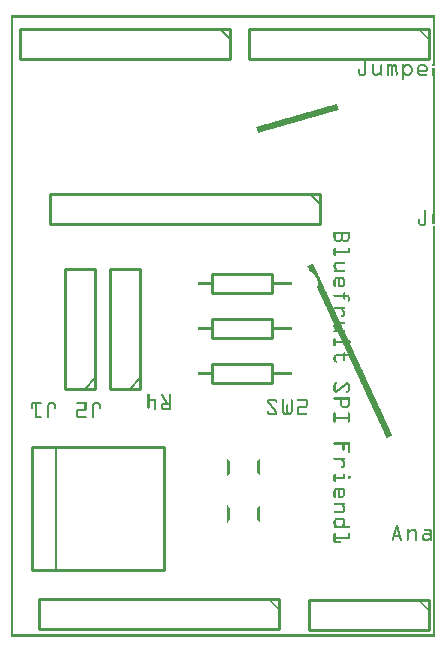
<source format=gto>
G04 MADE WITH FRITZING*
G04 WWW.FRITZING.ORG*
G04 DOUBLE SIDED*
G04 HOLES PLATED*
G04 CONTOUR ON CENTER OF CONTOUR VECTOR*
%ASAXBY*%
%FSLAX23Y23*%
%MOIN*%
%OFA0B0*%
%SFA1.0B1.0*%
%ADD10C,0.010000*%
%ADD11C,0.005000*%
%ADD12R,0.001000X0.001000*%
%LNSILK1*%
G90*
G70*
G54D10*
X872Y846D02*
X672Y846D01*
D02*
X672Y846D02*
X672Y912D01*
D02*
X672Y912D02*
X872Y912D01*
D02*
X872Y912D02*
X872Y846D01*
D02*
X872Y996D02*
X672Y996D01*
D02*
X672Y996D02*
X672Y1062D01*
D02*
X672Y1062D02*
X872Y1062D01*
D02*
X872Y1062D02*
X872Y996D01*
D02*
X872Y1146D02*
X672Y1146D01*
D02*
X672Y1146D02*
X672Y1212D01*
D02*
X672Y1212D02*
X872Y1212D01*
D02*
X872Y1212D02*
X872Y1146D01*
D02*
X431Y829D02*
X431Y1229D01*
D02*
X431Y1229D02*
X331Y1229D01*
D02*
X331Y1229D02*
X331Y829D01*
D02*
X331Y829D02*
X431Y829D01*
G54D11*
D02*
X431Y864D02*
X396Y829D01*
G54D10*
D02*
X281Y829D02*
X281Y1229D01*
D02*
X281Y1229D02*
X181Y1229D01*
D02*
X181Y1229D02*
X181Y829D01*
D02*
X181Y829D02*
X281Y829D01*
G54D11*
D02*
X281Y864D02*
X246Y829D01*
G54D10*
D02*
X893Y129D02*
X93Y129D01*
D02*
X93Y129D02*
X93Y29D01*
D02*
X93Y29D02*
X893Y29D01*
D02*
X893Y29D02*
X893Y129D01*
D02*
X1031Y1479D02*
X131Y1479D01*
D02*
X131Y1479D02*
X131Y1379D01*
D02*
X131Y1379D02*
X1031Y1379D01*
D02*
X1031Y1379D02*
X1031Y1479D01*
G54D11*
D02*
X996Y1479D02*
X1031Y1444D01*
G54D10*
D02*
X511Y224D02*
X511Y634D01*
D02*
X511Y634D02*
X71Y634D01*
D02*
X71Y634D02*
X71Y224D01*
D02*
X71Y224D02*
X511Y224D01*
G54D11*
D02*
X151Y634D02*
X151Y224D01*
G54D10*
D02*
X731Y2029D02*
X31Y2029D01*
D02*
X31Y2029D02*
X31Y1929D01*
D02*
X31Y1929D02*
X731Y1929D01*
D02*
X731Y1929D02*
X731Y2029D01*
G54D11*
D02*
X696Y2029D02*
X731Y1994D01*
G54D10*
D02*
X1393Y125D02*
X993Y125D01*
D02*
X993Y125D02*
X993Y25D01*
D02*
X993Y25D02*
X1393Y25D01*
D02*
X1393Y25D02*
X1393Y125D01*
D02*
X1393Y2029D02*
X793Y2029D01*
D02*
X793Y2029D02*
X793Y1929D01*
D02*
X793Y1929D02*
X1393Y1929D01*
D02*
X1393Y1929D02*
X1393Y2029D01*
G54D12*
X0Y2073D02*
X1414Y2073D01*
X0Y2072D02*
X1414Y2072D01*
X0Y2071D02*
X1414Y2071D01*
X0Y2070D02*
X1414Y2070D01*
X0Y2069D02*
X1414Y2069D01*
X0Y2068D02*
X1414Y2068D01*
X0Y2067D02*
X1414Y2067D01*
X0Y2066D02*
X1414Y2066D01*
X0Y2065D02*
X7Y2065D01*
X1407Y2065D02*
X1414Y2065D01*
X0Y2064D02*
X7Y2064D01*
X1407Y2064D02*
X1414Y2064D01*
X0Y2063D02*
X7Y2063D01*
X1407Y2063D02*
X1414Y2063D01*
X0Y2062D02*
X7Y2062D01*
X1407Y2062D02*
X1414Y2062D01*
X0Y2061D02*
X7Y2061D01*
X1407Y2061D02*
X1414Y2061D01*
X0Y2060D02*
X7Y2060D01*
X1407Y2060D02*
X1414Y2060D01*
X0Y2059D02*
X7Y2059D01*
X1407Y2059D02*
X1414Y2059D01*
X0Y2058D02*
X7Y2058D01*
X1407Y2058D02*
X1414Y2058D01*
X0Y2057D02*
X7Y2057D01*
X1407Y2057D02*
X1414Y2057D01*
X0Y2056D02*
X7Y2056D01*
X1407Y2056D02*
X1414Y2056D01*
X0Y2055D02*
X7Y2055D01*
X1407Y2055D02*
X1414Y2055D01*
X0Y2054D02*
X7Y2054D01*
X1407Y2054D02*
X1414Y2054D01*
X0Y2053D02*
X7Y2053D01*
X1407Y2053D02*
X1414Y2053D01*
X0Y2052D02*
X7Y2052D01*
X1407Y2052D02*
X1414Y2052D01*
X0Y2051D02*
X7Y2051D01*
X1407Y2051D02*
X1414Y2051D01*
X0Y2050D02*
X7Y2050D01*
X1407Y2050D02*
X1414Y2050D01*
X0Y2049D02*
X7Y2049D01*
X1407Y2049D02*
X1414Y2049D01*
X0Y2048D02*
X7Y2048D01*
X1407Y2048D02*
X1414Y2048D01*
X0Y2047D02*
X7Y2047D01*
X1407Y2047D02*
X1414Y2047D01*
X0Y2046D02*
X7Y2046D01*
X1407Y2046D02*
X1414Y2046D01*
X0Y2045D02*
X7Y2045D01*
X1407Y2045D02*
X1414Y2045D01*
X0Y2044D02*
X7Y2044D01*
X1407Y2044D02*
X1414Y2044D01*
X0Y2043D02*
X7Y2043D01*
X1407Y2043D02*
X1414Y2043D01*
X0Y2042D02*
X7Y2042D01*
X1407Y2042D02*
X1414Y2042D01*
X0Y2041D02*
X7Y2041D01*
X1407Y2041D02*
X1414Y2041D01*
X0Y2040D02*
X7Y2040D01*
X1407Y2040D02*
X1414Y2040D01*
X0Y2039D02*
X7Y2039D01*
X1407Y2039D02*
X1414Y2039D01*
X0Y2038D02*
X7Y2038D01*
X1407Y2038D02*
X1414Y2038D01*
X0Y2037D02*
X7Y2037D01*
X1407Y2037D02*
X1414Y2037D01*
X0Y2036D02*
X7Y2036D01*
X1407Y2036D02*
X1414Y2036D01*
X0Y2035D02*
X7Y2035D01*
X1407Y2035D02*
X1414Y2035D01*
X0Y2034D02*
X7Y2034D01*
X1407Y2034D02*
X1414Y2034D01*
X0Y2033D02*
X7Y2033D01*
X1407Y2033D02*
X1414Y2033D01*
X0Y2032D02*
X7Y2032D01*
X1407Y2032D02*
X1414Y2032D01*
X0Y2031D02*
X7Y2031D01*
X1407Y2031D02*
X1414Y2031D01*
X0Y2030D02*
X7Y2030D01*
X1358Y2030D02*
X1359Y2030D01*
X1407Y2030D02*
X1414Y2030D01*
X0Y2029D02*
X7Y2029D01*
X1357Y2029D02*
X1360Y2029D01*
X1407Y2029D02*
X1414Y2029D01*
X0Y2028D02*
X7Y2028D01*
X1356Y2028D02*
X1361Y2028D01*
X1407Y2028D02*
X1414Y2028D01*
X0Y2027D02*
X7Y2027D01*
X1356Y2027D02*
X1362Y2027D01*
X1407Y2027D02*
X1414Y2027D01*
X0Y2026D02*
X7Y2026D01*
X1357Y2026D02*
X1363Y2026D01*
X1407Y2026D02*
X1414Y2026D01*
X0Y2025D02*
X7Y2025D01*
X1358Y2025D02*
X1364Y2025D01*
X1407Y2025D02*
X1414Y2025D01*
X0Y2024D02*
X7Y2024D01*
X1359Y2024D02*
X1365Y2024D01*
X1407Y2024D02*
X1414Y2024D01*
X0Y2023D02*
X7Y2023D01*
X1360Y2023D02*
X1366Y2023D01*
X1407Y2023D02*
X1414Y2023D01*
X0Y2022D02*
X7Y2022D01*
X1361Y2022D02*
X1367Y2022D01*
X1407Y2022D02*
X1414Y2022D01*
X0Y2021D02*
X7Y2021D01*
X1362Y2021D02*
X1368Y2021D01*
X1407Y2021D02*
X1414Y2021D01*
X0Y2020D02*
X7Y2020D01*
X1363Y2020D02*
X1369Y2020D01*
X1407Y2020D02*
X1414Y2020D01*
X0Y2019D02*
X7Y2019D01*
X1364Y2019D02*
X1370Y2019D01*
X1407Y2019D02*
X1414Y2019D01*
X0Y2018D02*
X7Y2018D01*
X1365Y2018D02*
X1371Y2018D01*
X1407Y2018D02*
X1414Y2018D01*
X0Y2017D02*
X7Y2017D01*
X1366Y2017D02*
X1372Y2017D01*
X1407Y2017D02*
X1414Y2017D01*
X0Y2016D02*
X7Y2016D01*
X1367Y2016D02*
X1373Y2016D01*
X1407Y2016D02*
X1414Y2016D01*
X0Y2015D02*
X7Y2015D01*
X1368Y2015D02*
X1374Y2015D01*
X1407Y2015D02*
X1414Y2015D01*
X0Y2014D02*
X7Y2014D01*
X1369Y2014D02*
X1375Y2014D01*
X1407Y2014D02*
X1414Y2014D01*
X0Y2013D02*
X7Y2013D01*
X1370Y2013D02*
X1376Y2013D01*
X1407Y2013D02*
X1414Y2013D01*
X0Y2012D02*
X7Y2012D01*
X1371Y2012D02*
X1377Y2012D01*
X1407Y2012D02*
X1414Y2012D01*
X0Y2011D02*
X7Y2011D01*
X1373Y2011D02*
X1378Y2011D01*
X1407Y2011D02*
X1414Y2011D01*
X0Y2010D02*
X7Y2010D01*
X1374Y2010D02*
X1379Y2010D01*
X1407Y2010D02*
X1414Y2010D01*
X0Y2009D02*
X7Y2009D01*
X1374Y2009D02*
X1380Y2009D01*
X1407Y2009D02*
X1414Y2009D01*
X0Y2008D02*
X7Y2008D01*
X1375Y2008D02*
X1381Y2008D01*
X1407Y2008D02*
X1414Y2008D01*
X0Y2007D02*
X7Y2007D01*
X1376Y2007D02*
X1382Y2007D01*
X1407Y2007D02*
X1414Y2007D01*
X0Y2006D02*
X7Y2006D01*
X1377Y2006D02*
X1383Y2006D01*
X1407Y2006D02*
X1414Y2006D01*
X0Y2005D02*
X7Y2005D01*
X1378Y2005D02*
X1384Y2005D01*
X1407Y2005D02*
X1414Y2005D01*
X0Y2004D02*
X7Y2004D01*
X1379Y2004D02*
X1385Y2004D01*
X1407Y2004D02*
X1414Y2004D01*
X0Y2003D02*
X7Y2003D01*
X1380Y2003D02*
X1386Y2003D01*
X1407Y2003D02*
X1414Y2003D01*
X0Y2002D02*
X7Y2002D01*
X1381Y2002D02*
X1387Y2002D01*
X1407Y2002D02*
X1414Y2002D01*
X0Y2001D02*
X7Y2001D01*
X1382Y2001D02*
X1388Y2001D01*
X1407Y2001D02*
X1414Y2001D01*
X0Y2000D02*
X7Y2000D01*
X1383Y2000D02*
X1389Y2000D01*
X1407Y2000D02*
X1414Y2000D01*
X0Y1999D02*
X7Y1999D01*
X1384Y1999D02*
X1390Y1999D01*
X1407Y1999D02*
X1414Y1999D01*
X0Y1998D02*
X7Y1998D01*
X1385Y1998D02*
X1391Y1998D01*
X1407Y1998D02*
X1414Y1998D01*
X0Y1997D02*
X7Y1997D01*
X1386Y1997D02*
X1392Y1997D01*
X1407Y1997D02*
X1414Y1997D01*
X0Y1996D02*
X7Y1996D01*
X1387Y1996D02*
X1393Y1996D01*
X1407Y1996D02*
X1414Y1996D01*
X0Y1995D02*
X7Y1995D01*
X1388Y1995D02*
X1392Y1995D01*
X1407Y1995D02*
X1414Y1995D01*
X0Y1994D02*
X7Y1994D01*
X1389Y1994D02*
X1391Y1994D01*
X1407Y1994D02*
X1414Y1994D01*
X0Y1993D02*
X7Y1993D01*
X1390Y1993D02*
X1390Y1993D01*
X1407Y1993D02*
X1414Y1993D01*
X0Y1992D02*
X7Y1992D01*
X1407Y1992D02*
X1414Y1992D01*
X0Y1991D02*
X7Y1991D01*
X1407Y1991D02*
X1414Y1991D01*
X0Y1990D02*
X7Y1990D01*
X1407Y1990D02*
X1414Y1990D01*
X0Y1989D02*
X7Y1989D01*
X1407Y1989D02*
X1414Y1989D01*
X0Y1988D02*
X7Y1988D01*
X1407Y1988D02*
X1414Y1988D01*
X0Y1987D02*
X7Y1987D01*
X1407Y1987D02*
X1414Y1987D01*
X0Y1986D02*
X7Y1986D01*
X1407Y1986D02*
X1414Y1986D01*
X0Y1985D02*
X7Y1985D01*
X1407Y1985D02*
X1414Y1985D01*
X0Y1984D02*
X7Y1984D01*
X1407Y1984D02*
X1414Y1984D01*
X0Y1983D02*
X7Y1983D01*
X1407Y1983D02*
X1414Y1983D01*
X0Y1982D02*
X7Y1982D01*
X1407Y1982D02*
X1414Y1982D01*
X0Y1981D02*
X7Y1981D01*
X1407Y1981D02*
X1414Y1981D01*
X0Y1980D02*
X7Y1980D01*
X1407Y1980D02*
X1414Y1980D01*
X0Y1979D02*
X7Y1979D01*
X1407Y1979D02*
X1414Y1979D01*
X0Y1978D02*
X7Y1978D01*
X1407Y1978D02*
X1414Y1978D01*
X0Y1977D02*
X7Y1977D01*
X1407Y1977D02*
X1414Y1977D01*
X0Y1976D02*
X7Y1976D01*
X1407Y1976D02*
X1414Y1976D01*
X0Y1975D02*
X7Y1975D01*
X1407Y1975D02*
X1414Y1975D01*
X0Y1974D02*
X7Y1974D01*
X1407Y1974D02*
X1414Y1974D01*
X0Y1973D02*
X7Y1973D01*
X1407Y1973D02*
X1414Y1973D01*
X0Y1972D02*
X7Y1972D01*
X1407Y1972D02*
X1414Y1972D01*
X0Y1971D02*
X7Y1971D01*
X1407Y1971D02*
X1414Y1971D01*
X0Y1970D02*
X7Y1970D01*
X1407Y1970D02*
X1414Y1970D01*
X0Y1969D02*
X7Y1969D01*
X1407Y1969D02*
X1414Y1969D01*
X0Y1968D02*
X7Y1968D01*
X1407Y1968D02*
X1414Y1968D01*
X0Y1967D02*
X7Y1967D01*
X1407Y1967D02*
X1414Y1967D01*
X0Y1966D02*
X7Y1966D01*
X1407Y1966D02*
X1414Y1966D01*
X0Y1965D02*
X7Y1965D01*
X1407Y1965D02*
X1414Y1965D01*
X0Y1964D02*
X7Y1964D01*
X1407Y1964D02*
X1414Y1964D01*
X0Y1963D02*
X7Y1963D01*
X1407Y1963D02*
X1414Y1963D01*
X0Y1962D02*
X7Y1962D01*
X1407Y1962D02*
X1414Y1962D01*
X0Y1961D02*
X7Y1961D01*
X1407Y1961D02*
X1414Y1961D01*
X0Y1960D02*
X7Y1960D01*
X1407Y1960D02*
X1414Y1960D01*
X0Y1959D02*
X7Y1959D01*
X1407Y1959D02*
X1414Y1959D01*
X0Y1958D02*
X7Y1958D01*
X1407Y1958D02*
X1414Y1958D01*
X0Y1957D02*
X7Y1957D01*
X1407Y1957D02*
X1414Y1957D01*
X0Y1956D02*
X7Y1956D01*
X1407Y1956D02*
X1414Y1956D01*
X0Y1955D02*
X7Y1955D01*
X1407Y1955D02*
X1414Y1955D01*
X0Y1954D02*
X7Y1954D01*
X1407Y1954D02*
X1414Y1954D01*
X0Y1953D02*
X7Y1953D01*
X1407Y1953D02*
X1414Y1953D01*
X0Y1952D02*
X7Y1952D01*
X1407Y1952D02*
X1414Y1952D01*
X0Y1951D02*
X7Y1951D01*
X1407Y1951D02*
X1414Y1951D01*
X0Y1950D02*
X7Y1950D01*
X1407Y1950D02*
X1414Y1950D01*
X0Y1949D02*
X7Y1949D01*
X1407Y1949D02*
X1414Y1949D01*
X0Y1948D02*
X7Y1948D01*
X1407Y1948D02*
X1414Y1948D01*
X0Y1947D02*
X7Y1947D01*
X1407Y1947D02*
X1414Y1947D01*
X0Y1946D02*
X7Y1946D01*
X1407Y1946D02*
X1414Y1946D01*
X0Y1945D02*
X7Y1945D01*
X1407Y1945D02*
X1414Y1945D01*
X0Y1944D02*
X7Y1944D01*
X1407Y1944D02*
X1414Y1944D01*
X0Y1943D02*
X7Y1943D01*
X1407Y1943D02*
X1414Y1943D01*
X0Y1942D02*
X7Y1942D01*
X1407Y1942D02*
X1414Y1942D01*
X0Y1941D02*
X7Y1941D01*
X1407Y1941D02*
X1414Y1941D01*
X0Y1940D02*
X7Y1940D01*
X1407Y1940D02*
X1414Y1940D01*
X0Y1939D02*
X7Y1939D01*
X1407Y1939D02*
X1414Y1939D01*
X0Y1938D02*
X7Y1938D01*
X1407Y1938D02*
X1414Y1938D01*
X0Y1937D02*
X7Y1937D01*
X1407Y1937D02*
X1414Y1937D01*
X0Y1936D02*
X7Y1936D01*
X1407Y1936D02*
X1414Y1936D01*
X0Y1935D02*
X7Y1935D01*
X1407Y1935D02*
X1414Y1935D01*
X0Y1934D02*
X7Y1934D01*
X1407Y1934D02*
X1414Y1934D01*
X0Y1933D02*
X7Y1933D01*
X1407Y1933D02*
X1414Y1933D01*
X0Y1932D02*
X7Y1932D01*
X1407Y1932D02*
X1414Y1932D01*
X0Y1931D02*
X7Y1931D01*
X1407Y1931D02*
X1414Y1931D01*
X0Y1930D02*
X7Y1930D01*
X1407Y1930D02*
X1414Y1930D01*
X0Y1929D02*
X7Y1929D01*
X1407Y1929D02*
X1414Y1929D01*
X0Y1928D02*
X7Y1928D01*
X1407Y1928D02*
X1414Y1928D01*
X0Y1927D02*
X7Y1927D01*
X1407Y1927D02*
X1414Y1927D01*
X0Y1926D02*
X7Y1926D01*
X1407Y1926D02*
X1414Y1926D01*
X0Y1925D02*
X7Y1925D01*
X1181Y1925D02*
X1182Y1925D01*
X1407Y1925D02*
X1414Y1925D01*
X0Y1924D02*
X7Y1924D01*
X1179Y1924D02*
X1184Y1924D01*
X1407Y1924D02*
X1414Y1924D01*
X0Y1923D02*
X7Y1923D01*
X1179Y1923D02*
X1184Y1923D01*
X1407Y1923D02*
X1414Y1923D01*
X0Y1922D02*
X7Y1922D01*
X1179Y1922D02*
X1185Y1922D01*
X1407Y1922D02*
X1414Y1922D01*
X0Y1921D02*
X7Y1921D01*
X1179Y1921D02*
X1185Y1921D01*
X1407Y1921D02*
X1414Y1921D01*
X0Y1920D02*
X7Y1920D01*
X1179Y1920D02*
X1185Y1920D01*
X1407Y1920D02*
X1414Y1920D01*
X0Y1919D02*
X7Y1919D01*
X1179Y1919D02*
X1185Y1919D01*
X1407Y1919D02*
X1414Y1919D01*
X0Y1918D02*
X7Y1918D01*
X1179Y1918D02*
X1185Y1918D01*
X1407Y1918D02*
X1414Y1918D01*
X0Y1917D02*
X7Y1917D01*
X1179Y1917D02*
X1185Y1917D01*
X1407Y1917D02*
X1414Y1917D01*
X0Y1916D02*
X7Y1916D01*
X1179Y1916D02*
X1185Y1916D01*
X1407Y1916D02*
X1414Y1916D01*
X0Y1915D02*
X7Y1915D01*
X1179Y1915D02*
X1185Y1915D01*
X1407Y1915D02*
X1414Y1915D01*
X0Y1914D02*
X7Y1914D01*
X1179Y1914D02*
X1185Y1914D01*
X1407Y1914D02*
X1414Y1914D01*
X0Y1913D02*
X7Y1913D01*
X1179Y1913D02*
X1185Y1913D01*
X1407Y1913D02*
X1414Y1913D01*
X0Y1912D02*
X7Y1912D01*
X1179Y1912D02*
X1185Y1912D01*
X1407Y1912D02*
X1414Y1912D01*
X0Y1911D02*
X7Y1911D01*
X1179Y1911D02*
X1185Y1911D01*
X1306Y1911D02*
X1310Y1911D01*
X1317Y1911D02*
X1326Y1911D01*
X1407Y1911D02*
X1414Y1911D01*
X0Y1910D02*
X7Y1910D01*
X1179Y1910D02*
X1185Y1910D01*
X1206Y1910D02*
X1209Y1910D01*
X1234Y1910D02*
X1236Y1910D01*
X1256Y1910D02*
X1258Y1910D01*
X1264Y1910D02*
X1269Y1910D01*
X1278Y1910D02*
X1282Y1910D01*
X1305Y1910D02*
X1311Y1910D01*
X1316Y1910D02*
X1328Y1910D01*
X1365Y1910D02*
X1379Y1910D01*
X1407Y1910D02*
X1414Y1910D01*
X0Y1909D02*
X7Y1909D01*
X1179Y1909D02*
X1185Y1909D01*
X1205Y1909D02*
X1210Y1909D01*
X1233Y1909D02*
X1238Y1909D01*
X1255Y1909D02*
X1260Y1909D01*
X1262Y1909D02*
X1271Y1909D01*
X1276Y1909D02*
X1284Y1909D01*
X1305Y1909D02*
X1311Y1909D01*
X1314Y1909D02*
X1330Y1909D01*
X1363Y1909D02*
X1381Y1909D01*
X1406Y1909D02*
X1414Y1909D01*
X0Y1908D02*
X7Y1908D01*
X1179Y1908D02*
X1185Y1908D01*
X1205Y1908D02*
X1210Y1908D01*
X1232Y1908D02*
X1238Y1908D01*
X1254Y1908D02*
X1272Y1908D01*
X1275Y1908D02*
X1285Y1908D01*
X1305Y1908D02*
X1311Y1908D01*
X1313Y1908D02*
X1331Y1908D01*
X1361Y1908D02*
X1383Y1908D01*
X1406Y1908D02*
X1414Y1908D01*
X0Y1907D02*
X7Y1907D01*
X1179Y1907D02*
X1185Y1907D01*
X1205Y1907D02*
X1211Y1907D01*
X1232Y1907D02*
X1238Y1907D01*
X1254Y1907D02*
X1286Y1907D01*
X1305Y1907D02*
X1332Y1907D01*
X1360Y1907D02*
X1384Y1907D01*
X1405Y1907D02*
X1414Y1907D01*
X0Y1906D02*
X7Y1906D01*
X1179Y1906D02*
X1185Y1906D01*
X1205Y1906D02*
X1211Y1906D01*
X1232Y1906D02*
X1238Y1906D01*
X1254Y1906D02*
X1287Y1906D01*
X1305Y1906D02*
X1333Y1906D01*
X1359Y1906D02*
X1385Y1906D01*
X1405Y1906D02*
X1414Y1906D01*
X0Y1905D02*
X7Y1905D01*
X1179Y1905D02*
X1185Y1905D01*
X1205Y1905D02*
X1211Y1905D01*
X1232Y1905D02*
X1238Y1905D01*
X1254Y1905D02*
X1287Y1905D01*
X1305Y1905D02*
X1334Y1905D01*
X1358Y1905D02*
X1386Y1905D01*
X0Y1904D02*
X7Y1904D01*
X1179Y1904D02*
X1185Y1904D01*
X1205Y1904D02*
X1211Y1904D01*
X1232Y1904D02*
X1238Y1904D01*
X1254Y1904D02*
X1288Y1904D01*
X1305Y1904D02*
X1318Y1904D01*
X1325Y1904D02*
X1335Y1904D01*
X1357Y1904D02*
X1387Y1904D01*
X0Y1903D02*
X7Y1903D01*
X1179Y1903D02*
X1185Y1903D01*
X1205Y1903D02*
X1211Y1903D01*
X1232Y1903D02*
X1238Y1903D01*
X1254Y1903D02*
X1265Y1903D01*
X1268Y1903D02*
X1279Y1903D01*
X1282Y1903D02*
X1288Y1903D01*
X1305Y1903D02*
X1317Y1903D01*
X1327Y1903D02*
X1336Y1903D01*
X1357Y1903D02*
X1365Y1903D01*
X1379Y1903D02*
X1387Y1903D01*
X0Y1902D02*
X7Y1902D01*
X1179Y1902D02*
X1185Y1902D01*
X1205Y1902D02*
X1211Y1902D01*
X1232Y1902D02*
X1238Y1902D01*
X1254Y1902D02*
X1264Y1902D01*
X1269Y1902D02*
X1278Y1902D01*
X1282Y1902D02*
X1288Y1902D01*
X1305Y1902D02*
X1316Y1902D01*
X1328Y1902D02*
X1337Y1902D01*
X1356Y1902D02*
X1364Y1902D01*
X1380Y1902D02*
X1388Y1902D01*
X0Y1901D02*
X7Y1901D01*
X1179Y1901D02*
X1185Y1901D01*
X1205Y1901D02*
X1211Y1901D01*
X1232Y1901D02*
X1238Y1901D01*
X1254Y1901D02*
X1263Y1901D01*
X1269Y1901D02*
X1276Y1901D01*
X1282Y1901D02*
X1288Y1901D01*
X1305Y1901D02*
X1315Y1901D01*
X1329Y1901D02*
X1337Y1901D01*
X1356Y1901D02*
X1363Y1901D01*
X1381Y1901D02*
X1388Y1901D01*
X0Y1900D02*
X7Y1900D01*
X1179Y1900D02*
X1185Y1900D01*
X1205Y1900D02*
X1211Y1900D01*
X1232Y1900D02*
X1238Y1900D01*
X1254Y1900D02*
X1261Y1900D01*
X1269Y1900D02*
X1275Y1900D01*
X1282Y1900D02*
X1288Y1900D01*
X1305Y1900D02*
X1314Y1900D01*
X1330Y1900D02*
X1338Y1900D01*
X1355Y1900D02*
X1362Y1900D01*
X1382Y1900D02*
X1389Y1900D01*
X0Y1899D02*
X7Y1899D01*
X1179Y1899D02*
X1185Y1899D01*
X1205Y1899D02*
X1211Y1899D01*
X1232Y1899D02*
X1238Y1899D01*
X1254Y1899D02*
X1260Y1899D01*
X1269Y1899D02*
X1275Y1899D01*
X1282Y1899D02*
X1288Y1899D01*
X1305Y1899D02*
X1313Y1899D01*
X1331Y1899D02*
X1338Y1899D01*
X1355Y1899D02*
X1361Y1899D01*
X1383Y1899D02*
X1389Y1899D01*
X0Y1898D02*
X7Y1898D01*
X1179Y1898D02*
X1185Y1898D01*
X1205Y1898D02*
X1211Y1898D01*
X1232Y1898D02*
X1238Y1898D01*
X1254Y1898D02*
X1260Y1898D01*
X1269Y1898D02*
X1275Y1898D01*
X1282Y1898D02*
X1288Y1898D01*
X1305Y1898D02*
X1312Y1898D01*
X1332Y1898D02*
X1338Y1898D01*
X1355Y1898D02*
X1361Y1898D01*
X1383Y1898D02*
X1389Y1898D01*
X0Y1897D02*
X7Y1897D01*
X1179Y1897D02*
X1185Y1897D01*
X1205Y1897D02*
X1211Y1897D01*
X1232Y1897D02*
X1238Y1897D01*
X1254Y1897D02*
X1260Y1897D01*
X1269Y1897D02*
X1275Y1897D01*
X1282Y1897D02*
X1288Y1897D01*
X1305Y1897D02*
X1312Y1897D01*
X1332Y1897D02*
X1339Y1897D01*
X1355Y1897D02*
X1361Y1897D01*
X1383Y1897D02*
X1389Y1897D01*
X1405Y1897D02*
X1415Y1897D01*
X0Y1896D02*
X7Y1896D01*
X1179Y1896D02*
X1185Y1896D01*
X1205Y1896D02*
X1211Y1896D01*
X1232Y1896D02*
X1238Y1896D01*
X1254Y1896D02*
X1260Y1896D01*
X1269Y1896D02*
X1275Y1896D01*
X1282Y1896D02*
X1288Y1896D01*
X1305Y1896D02*
X1311Y1896D01*
X1333Y1896D02*
X1339Y1896D01*
X1355Y1896D02*
X1361Y1896D01*
X1383Y1896D02*
X1389Y1896D01*
X1405Y1896D02*
X1414Y1896D01*
X0Y1895D02*
X7Y1895D01*
X1159Y1895D02*
X1163Y1895D01*
X1179Y1895D02*
X1185Y1895D01*
X1205Y1895D02*
X1211Y1895D01*
X1232Y1895D02*
X1238Y1895D01*
X1254Y1895D02*
X1260Y1895D01*
X1269Y1895D02*
X1275Y1895D01*
X1282Y1895D02*
X1288Y1895D01*
X1305Y1895D02*
X1311Y1895D01*
X1333Y1895D02*
X1339Y1895D01*
X1355Y1895D02*
X1361Y1895D01*
X1383Y1895D02*
X1389Y1895D01*
X1405Y1895D02*
X1414Y1895D01*
X0Y1894D02*
X7Y1894D01*
X1158Y1894D02*
X1163Y1894D01*
X1179Y1894D02*
X1185Y1894D01*
X1205Y1894D02*
X1211Y1894D01*
X1232Y1894D02*
X1238Y1894D01*
X1254Y1894D02*
X1260Y1894D01*
X1269Y1894D02*
X1275Y1894D01*
X1282Y1894D02*
X1288Y1894D01*
X1305Y1894D02*
X1311Y1894D01*
X1333Y1894D02*
X1339Y1894D01*
X1355Y1894D02*
X1361Y1894D01*
X1383Y1894D02*
X1389Y1894D01*
X1405Y1894D02*
X1414Y1894D01*
X0Y1893D02*
X7Y1893D01*
X1158Y1893D02*
X1164Y1893D01*
X1179Y1893D02*
X1185Y1893D01*
X1205Y1893D02*
X1211Y1893D01*
X1232Y1893D02*
X1238Y1893D01*
X1254Y1893D02*
X1260Y1893D01*
X1269Y1893D02*
X1275Y1893D01*
X1282Y1893D02*
X1288Y1893D01*
X1305Y1893D02*
X1311Y1893D01*
X1333Y1893D02*
X1339Y1893D01*
X1355Y1893D02*
X1361Y1893D01*
X1383Y1893D02*
X1389Y1893D01*
X1405Y1893D02*
X1414Y1893D01*
X0Y1892D02*
X7Y1892D01*
X1158Y1892D02*
X1164Y1892D01*
X1179Y1892D02*
X1185Y1892D01*
X1205Y1892D02*
X1211Y1892D01*
X1232Y1892D02*
X1238Y1892D01*
X1254Y1892D02*
X1260Y1892D01*
X1269Y1892D02*
X1275Y1892D01*
X1282Y1892D02*
X1288Y1892D01*
X1305Y1892D02*
X1311Y1892D01*
X1333Y1892D02*
X1339Y1892D01*
X1355Y1892D02*
X1389Y1892D01*
X1405Y1892D02*
X1414Y1892D01*
X0Y1891D02*
X7Y1891D01*
X1158Y1891D02*
X1164Y1891D01*
X1179Y1891D02*
X1185Y1891D01*
X1205Y1891D02*
X1211Y1891D01*
X1232Y1891D02*
X1238Y1891D01*
X1254Y1891D02*
X1260Y1891D01*
X1269Y1891D02*
X1275Y1891D01*
X1282Y1891D02*
X1288Y1891D01*
X1305Y1891D02*
X1311Y1891D01*
X1333Y1891D02*
X1339Y1891D01*
X1355Y1891D02*
X1389Y1891D01*
X1405Y1891D02*
X1414Y1891D01*
X0Y1890D02*
X7Y1890D01*
X1158Y1890D02*
X1164Y1890D01*
X1179Y1890D02*
X1185Y1890D01*
X1205Y1890D02*
X1211Y1890D01*
X1232Y1890D02*
X1238Y1890D01*
X1254Y1890D02*
X1260Y1890D01*
X1269Y1890D02*
X1275Y1890D01*
X1282Y1890D02*
X1288Y1890D01*
X1305Y1890D02*
X1311Y1890D01*
X1333Y1890D02*
X1339Y1890D01*
X1355Y1890D02*
X1389Y1890D01*
X1405Y1890D02*
X1414Y1890D01*
X0Y1889D02*
X7Y1889D01*
X1158Y1889D02*
X1164Y1889D01*
X1179Y1889D02*
X1185Y1889D01*
X1205Y1889D02*
X1211Y1889D01*
X1232Y1889D02*
X1238Y1889D01*
X1254Y1889D02*
X1260Y1889D01*
X1269Y1889D02*
X1275Y1889D01*
X1282Y1889D02*
X1288Y1889D01*
X1305Y1889D02*
X1311Y1889D01*
X1333Y1889D02*
X1339Y1889D01*
X1355Y1889D02*
X1389Y1889D01*
X1405Y1889D02*
X1414Y1889D01*
X0Y1888D02*
X7Y1888D01*
X1158Y1888D02*
X1164Y1888D01*
X1179Y1888D02*
X1185Y1888D01*
X1205Y1888D02*
X1211Y1888D01*
X1232Y1888D02*
X1238Y1888D01*
X1254Y1888D02*
X1260Y1888D01*
X1269Y1888D02*
X1275Y1888D01*
X1282Y1888D02*
X1288Y1888D01*
X1305Y1888D02*
X1311Y1888D01*
X1333Y1888D02*
X1339Y1888D01*
X1355Y1888D02*
X1388Y1888D01*
X1405Y1888D02*
X1414Y1888D01*
X0Y1887D02*
X7Y1887D01*
X1158Y1887D02*
X1164Y1887D01*
X1179Y1887D02*
X1185Y1887D01*
X1205Y1887D02*
X1211Y1887D01*
X1232Y1887D02*
X1238Y1887D01*
X1254Y1887D02*
X1260Y1887D01*
X1269Y1887D02*
X1275Y1887D01*
X1282Y1887D02*
X1288Y1887D01*
X1305Y1887D02*
X1311Y1887D01*
X1333Y1887D02*
X1339Y1887D01*
X1355Y1887D02*
X1388Y1887D01*
X1405Y1887D02*
X1414Y1887D01*
X0Y1886D02*
X7Y1886D01*
X1158Y1886D02*
X1164Y1886D01*
X1179Y1886D02*
X1185Y1886D01*
X1205Y1886D02*
X1211Y1886D01*
X1232Y1886D02*
X1238Y1886D01*
X1254Y1886D02*
X1260Y1886D01*
X1269Y1886D02*
X1275Y1886D01*
X1282Y1886D02*
X1288Y1886D01*
X1305Y1886D02*
X1311Y1886D01*
X1333Y1886D02*
X1339Y1886D01*
X1355Y1886D02*
X1386Y1886D01*
X1405Y1886D02*
X1414Y1886D01*
X0Y1885D02*
X7Y1885D01*
X1158Y1885D02*
X1164Y1885D01*
X1179Y1885D02*
X1185Y1885D01*
X1205Y1885D02*
X1211Y1885D01*
X1232Y1885D02*
X1238Y1885D01*
X1254Y1885D02*
X1260Y1885D01*
X1269Y1885D02*
X1275Y1885D01*
X1283Y1885D02*
X1289Y1885D01*
X1305Y1885D02*
X1311Y1885D01*
X1333Y1885D02*
X1339Y1885D01*
X1355Y1885D02*
X1361Y1885D01*
X1405Y1885D02*
X1414Y1885D01*
X0Y1884D02*
X7Y1884D01*
X1158Y1884D02*
X1164Y1884D01*
X1179Y1884D02*
X1185Y1884D01*
X1205Y1884D02*
X1211Y1884D01*
X1230Y1884D02*
X1238Y1884D01*
X1254Y1884D02*
X1260Y1884D01*
X1269Y1884D02*
X1275Y1884D01*
X1283Y1884D02*
X1289Y1884D01*
X1305Y1884D02*
X1312Y1884D01*
X1332Y1884D02*
X1338Y1884D01*
X1355Y1884D02*
X1361Y1884D01*
X1405Y1884D02*
X1414Y1884D01*
X0Y1883D02*
X7Y1883D01*
X1158Y1883D02*
X1164Y1883D01*
X1179Y1883D02*
X1185Y1883D01*
X1205Y1883D02*
X1211Y1883D01*
X1229Y1883D02*
X1238Y1883D01*
X1254Y1883D02*
X1260Y1883D01*
X1269Y1883D02*
X1275Y1883D01*
X1283Y1883D02*
X1289Y1883D01*
X1305Y1883D02*
X1313Y1883D01*
X1332Y1883D02*
X1338Y1883D01*
X1355Y1883D02*
X1361Y1883D01*
X1405Y1883D02*
X1414Y1883D01*
X0Y1882D02*
X7Y1882D01*
X1158Y1882D02*
X1164Y1882D01*
X1179Y1882D02*
X1185Y1882D01*
X1205Y1882D02*
X1211Y1882D01*
X1227Y1882D02*
X1238Y1882D01*
X1254Y1882D02*
X1260Y1882D01*
X1269Y1882D02*
X1275Y1882D01*
X1283Y1882D02*
X1289Y1882D01*
X1305Y1882D02*
X1314Y1882D01*
X1331Y1882D02*
X1338Y1882D01*
X1355Y1882D02*
X1362Y1882D01*
X1405Y1882D02*
X1414Y1882D01*
X0Y1881D02*
X7Y1881D01*
X1158Y1881D02*
X1164Y1881D01*
X1178Y1881D02*
X1185Y1881D01*
X1205Y1881D02*
X1212Y1881D01*
X1225Y1881D02*
X1238Y1881D01*
X1254Y1881D02*
X1260Y1881D01*
X1269Y1881D02*
X1275Y1881D01*
X1283Y1881D02*
X1289Y1881D01*
X1305Y1881D02*
X1315Y1881D01*
X1329Y1881D02*
X1338Y1881D01*
X1356Y1881D02*
X1362Y1881D01*
X1405Y1881D02*
X1414Y1881D01*
X0Y1880D02*
X7Y1880D01*
X1158Y1880D02*
X1164Y1880D01*
X1178Y1880D02*
X1184Y1880D01*
X1206Y1880D02*
X1212Y1880D01*
X1224Y1880D02*
X1238Y1880D01*
X1254Y1880D02*
X1260Y1880D01*
X1269Y1880D02*
X1275Y1880D01*
X1283Y1880D02*
X1289Y1880D01*
X1305Y1880D02*
X1316Y1880D01*
X1328Y1880D02*
X1337Y1880D01*
X1356Y1880D02*
X1364Y1880D01*
X1405Y1880D02*
X1414Y1880D01*
X0Y1879D02*
X7Y1879D01*
X1158Y1879D02*
X1165Y1879D01*
X1177Y1879D02*
X1184Y1879D01*
X1206Y1879D02*
X1213Y1879D01*
X1222Y1879D02*
X1238Y1879D01*
X1254Y1879D02*
X1260Y1879D01*
X1269Y1879D02*
X1275Y1879D01*
X1283Y1879D02*
X1289Y1879D01*
X1305Y1879D02*
X1317Y1879D01*
X1327Y1879D02*
X1337Y1879D01*
X1356Y1879D02*
X1365Y1879D01*
X1405Y1879D02*
X1414Y1879D01*
X0Y1878D02*
X7Y1878D01*
X1159Y1878D02*
X1184Y1878D01*
X1206Y1878D02*
X1238Y1878D01*
X1254Y1878D02*
X1260Y1878D01*
X1269Y1878D02*
X1275Y1878D01*
X1283Y1878D02*
X1289Y1878D01*
X1305Y1878D02*
X1318Y1878D01*
X1326Y1878D02*
X1336Y1878D01*
X1357Y1878D02*
X1386Y1878D01*
X1405Y1878D02*
X1414Y1878D01*
X0Y1877D02*
X7Y1877D01*
X1159Y1877D02*
X1183Y1877D01*
X1207Y1877D02*
X1238Y1877D01*
X1254Y1877D02*
X1260Y1877D01*
X1269Y1877D02*
X1275Y1877D01*
X1283Y1877D02*
X1289Y1877D01*
X1305Y1877D02*
X1319Y1877D01*
X1325Y1877D02*
X1335Y1877D01*
X1358Y1877D02*
X1388Y1877D01*
X1405Y1877D02*
X1414Y1877D01*
X0Y1876D02*
X7Y1876D01*
X1160Y1876D02*
X1183Y1876D01*
X1207Y1876D02*
X1230Y1876D01*
X1232Y1876D02*
X1238Y1876D01*
X1254Y1876D02*
X1260Y1876D01*
X1269Y1876D02*
X1275Y1876D01*
X1283Y1876D02*
X1289Y1876D01*
X1305Y1876D02*
X1333Y1876D01*
X1359Y1876D02*
X1388Y1876D01*
X1405Y1876D02*
X1414Y1876D01*
X0Y1875D02*
X7Y1875D01*
X1160Y1875D02*
X1182Y1875D01*
X1208Y1875D02*
X1228Y1875D01*
X1232Y1875D02*
X1238Y1875D01*
X1254Y1875D02*
X1260Y1875D01*
X1269Y1875D02*
X1275Y1875D01*
X1283Y1875D02*
X1289Y1875D01*
X1305Y1875D02*
X1332Y1875D01*
X1360Y1875D02*
X1389Y1875D01*
X1405Y1875D02*
X1414Y1875D01*
X0Y1874D02*
X7Y1874D01*
X1161Y1874D02*
X1181Y1874D01*
X1209Y1874D02*
X1226Y1874D01*
X1232Y1874D02*
X1238Y1874D01*
X1254Y1874D02*
X1260Y1874D01*
X1269Y1874D02*
X1274Y1874D01*
X1283Y1874D02*
X1289Y1874D01*
X1305Y1874D02*
X1311Y1874D01*
X1313Y1874D02*
X1331Y1874D01*
X1361Y1874D02*
X1389Y1874D01*
X1405Y1874D02*
X1414Y1874D01*
X0Y1873D02*
X7Y1873D01*
X1162Y1873D02*
X1180Y1873D01*
X1210Y1873D02*
X1225Y1873D01*
X1233Y1873D02*
X1238Y1873D01*
X1255Y1873D02*
X1260Y1873D01*
X1269Y1873D02*
X1274Y1873D01*
X1283Y1873D02*
X1288Y1873D01*
X1305Y1873D02*
X1311Y1873D01*
X1314Y1873D02*
X1330Y1873D01*
X1362Y1873D02*
X1388Y1873D01*
X1406Y1873D02*
X1414Y1873D01*
X0Y1872D02*
X7Y1872D01*
X1164Y1872D02*
X1178Y1872D01*
X1212Y1872D02*
X1223Y1872D01*
X1233Y1872D02*
X1237Y1872D01*
X1256Y1872D02*
X1259Y1872D01*
X1270Y1872D02*
X1273Y1872D01*
X1284Y1872D02*
X1288Y1872D01*
X1305Y1872D02*
X1311Y1872D01*
X1315Y1872D02*
X1329Y1872D01*
X1364Y1872D02*
X1387Y1872D01*
X1407Y1872D02*
X1414Y1872D01*
X0Y1871D02*
X7Y1871D01*
X1305Y1871D02*
X1311Y1871D01*
X1317Y1871D02*
X1327Y1871D01*
X1407Y1871D02*
X1414Y1871D01*
X0Y1870D02*
X7Y1870D01*
X1305Y1870D02*
X1311Y1870D01*
X1319Y1870D02*
X1325Y1870D01*
X1407Y1870D02*
X1414Y1870D01*
X0Y1869D02*
X7Y1869D01*
X1305Y1869D02*
X1311Y1869D01*
X1407Y1869D02*
X1414Y1869D01*
X0Y1868D02*
X7Y1868D01*
X1305Y1868D02*
X1311Y1868D01*
X1407Y1868D02*
X1414Y1868D01*
X0Y1867D02*
X7Y1867D01*
X1305Y1867D02*
X1311Y1867D01*
X1407Y1867D02*
X1414Y1867D01*
X0Y1866D02*
X7Y1866D01*
X1305Y1866D02*
X1311Y1866D01*
X1407Y1866D02*
X1414Y1866D01*
X0Y1865D02*
X7Y1865D01*
X1305Y1865D02*
X1311Y1865D01*
X1407Y1865D02*
X1414Y1865D01*
X0Y1864D02*
X7Y1864D01*
X1305Y1864D02*
X1311Y1864D01*
X1407Y1864D02*
X1414Y1864D01*
X0Y1863D02*
X7Y1863D01*
X1305Y1863D02*
X1311Y1863D01*
X1407Y1863D02*
X1414Y1863D01*
X0Y1862D02*
X7Y1862D01*
X1305Y1862D02*
X1311Y1862D01*
X1407Y1862D02*
X1414Y1862D01*
X0Y1861D02*
X7Y1861D01*
X1305Y1861D02*
X1311Y1861D01*
X1407Y1861D02*
X1414Y1861D01*
X0Y1860D02*
X7Y1860D01*
X1305Y1860D02*
X1311Y1860D01*
X1407Y1860D02*
X1414Y1860D01*
X0Y1859D02*
X7Y1859D01*
X1305Y1859D02*
X1311Y1859D01*
X1407Y1859D02*
X1414Y1859D01*
X0Y1858D02*
X7Y1858D01*
X1306Y1858D02*
X1310Y1858D01*
X1407Y1858D02*
X1414Y1858D01*
X0Y1857D02*
X7Y1857D01*
X1307Y1857D02*
X1309Y1857D01*
X1407Y1857D02*
X1414Y1857D01*
X0Y1856D02*
X7Y1856D01*
X1407Y1856D02*
X1414Y1856D01*
X0Y1855D02*
X7Y1855D01*
X1407Y1855D02*
X1414Y1855D01*
X0Y1854D02*
X7Y1854D01*
X1407Y1854D02*
X1414Y1854D01*
X0Y1853D02*
X7Y1853D01*
X1407Y1853D02*
X1414Y1853D01*
X0Y1852D02*
X7Y1852D01*
X1407Y1852D02*
X1414Y1852D01*
X0Y1851D02*
X7Y1851D01*
X1407Y1851D02*
X1414Y1851D01*
X0Y1850D02*
X7Y1850D01*
X1407Y1850D02*
X1414Y1850D01*
X0Y1849D02*
X7Y1849D01*
X1407Y1849D02*
X1414Y1849D01*
X0Y1848D02*
X7Y1848D01*
X1407Y1848D02*
X1414Y1848D01*
X0Y1847D02*
X7Y1847D01*
X1407Y1847D02*
X1414Y1847D01*
X0Y1846D02*
X7Y1846D01*
X1407Y1846D02*
X1414Y1846D01*
X0Y1845D02*
X7Y1845D01*
X1407Y1845D02*
X1414Y1845D01*
X0Y1844D02*
X7Y1844D01*
X1407Y1844D02*
X1414Y1844D01*
X0Y1843D02*
X7Y1843D01*
X1407Y1843D02*
X1414Y1843D01*
X0Y1842D02*
X7Y1842D01*
X1407Y1842D02*
X1414Y1842D01*
X0Y1841D02*
X7Y1841D01*
X1407Y1841D02*
X1414Y1841D01*
X0Y1840D02*
X7Y1840D01*
X1407Y1840D02*
X1414Y1840D01*
X0Y1839D02*
X7Y1839D01*
X1407Y1839D02*
X1414Y1839D01*
X0Y1838D02*
X7Y1838D01*
X1407Y1838D02*
X1414Y1838D01*
X0Y1837D02*
X7Y1837D01*
X1407Y1837D02*
X1414Y1837D01*
X0Y1836D02*
X7Y1836D01*
X1407Y1836D02*
X1414Y1836D01*
X0Y1835D02*
X7Y1835D01*
X1407Y1835D02*
X1414Y1835D01*
X0Y1834D02*
X7Y1834D01*
X1407Y1834D02*
X1414Y1834D01*
X0Y1833D02*
X7Y1833D01*
X1407Y1833D02*
X1414Y1833D01*
X0Y1832D02*
X7Y1832D01*
X1407Y1832D02*
X1414Y1832D01*
X0Y1831D02*
X7Y1831D01*
X1407Y1831D02*
X1414Y1831D01*
X0Y1830D02*
X7Y1830D01*
X1407Y1830D02*
X1414Y1830D01*
X0Y1829D02*
X7Y1829D01*
X1407Y1829D02*
X1414Y1829D01*
X0Y1828D02*
X7Y1828D01*
X1407Y1828D02*
X1414Y1828D01*
X0Y1827D02*
X7Y1827D01*
X1407Y1827D02*
X1414Y1827D01*
X0Y1826D02*
X7Y1826D01*
X1407Y1826D02*
X1414Y1826D01*
X0Y1825D02*
X7Y1825D01*
X1407Y1825D02*
X1414Y1825D01*
X0Y1824D02*
X7Y1824D01*
X1407Y1824D02*
X1414Y1824D01*
X0Y1823D02*
X7Y1823D01*
X1407Y1823D02*
X1414Y1823D01*
X0Y1822D02*
X7Y1822D01*
X1407Y1822D02*
X1414Y1822D01*
X0Y1821D02*
X7Y1821D01*
X1407Y1821D02*
X1414Y1821D01*
X0Y1820D02*
X7Y1820D01*
X1407Y1820D02*
X1414Y1820D01*
X0Y1819D02*
X7Y1819D01*
X1407Y1819D02*
X1414Y1819D01*
X0Y1818D02*
X7Y1818D01*
X1407Y1818D02*
X1414Y1818D01*
X0Y1817D02*
X7Y1817D01*
X1407Y1817D02*
X1414Y1817D01*
X0Y1816D02*
X7Y1816D01*
X1407Y1816D02*
X1414Y1816D01*
X0Y1815D02*
X7Y1815D01*
X1407Y1815D02*
X1414Y1815D01*
X0Y1814D02*
X7Y1814D01*
X1407Y1814D02*
X1414Y1814D01*
X0Y1813D02*
X7Y1813D01*
X1407Y1813D02*
X1414Y1813D01*
X0Y1812D02*
X7Y1812D01*
X1407Y1812D02*
X1414Y1812D01*
X0Y1811D02*
X7Y1811D01*
X1407Y1811D02*
X1414Y1811D01*
X0Y1810D02*
X7Y1810D01*
X1407Y1810D02*
X1414Y1810D01*
X0Y1809D02*
X7Y1809D01*
X1407Y1809D02*
X1414Y1809D01*
X0Y1808D02*
X7Y1808D01*
X1407Y1808D02*
X1414Y1808D01*
X0Y1807D02*
X7Y1807D01*
X1407Y1807D02*
X1414Y1807D01*
X0Y1806D02*
X7Y1806D01*
X1407Y1806D02*
X1414Y1806D01*
X0Y1805D02*
X7Y1805D01*
X1407Y1805D02*
X1414Y1805D01*
X0Y1804D02*
X7Y1804D01*
X1407Y1804D02*
X1414Y1804D01*
X0Y1803D02*
X7Y1803D01*
X1407Y1803D02*
X1414Y1803D01*
X0Y1802D02*
X7Y1802D01*
X1407Y1802D02*
X1414Y1802D01*
X0Y1801D02*
X7Y1801D01*
X1407Y1801D02*
X1414Y1801D01*
X0Y1800D02*
X7Y1800D01*
X1407Y1800D02*
X1414Y1800D01*
X0Y1799D02*
X7Y1799D01*
X1407Y1799D02*
X1414Y1799D01*
X0Y1798D02*
X7Y1798D01*
X1407Y1798D02*
X1414Y1798D01*
X0Y1797D02*
X7Y1797D01*
X1407Y1797D02*
X1414Y1797D01*
X0Y1796D02*
X7Y1796D01*
X1407Y1796D02*
X1414Y1796D01*
X0Y1795D02*
X7Y1795D01*
X1407Y1795D02*
X1414Y1795D01*
X0Y1794D02*
X7Y1794D01*
X1407Y1794D02*
X1414Y1794D01*
X0Y1793D02*
X7Y1793D01*
X1407Y1793D02*
X1414Y1793D01*
X0Y1792D02*
X7Y1792D01*
X1407Y1792D02*
X1414Y1792D01*
X0Y1791D02*
X7Y1791D01*
X1407Y1791D02*
X1414Y1791D01*
X0Y1790D02*
X7Y1790D01*
X1407Y1790D02*
X1414Y1790D01*
X0Y1789D02*
X7Y1789D01*
X1407Y1789D02*
X1414Y1789D01*
X0Y1788D02*
X7Y1788D01*
X1407Y1788D02*
X1414Y1788D01*
X0Y1787D02*
X7Y1787D01*
X1407Y1787D02*
X1414Y1787D01*
X0Y1786D02*
X7Y1786D01*
X1407Y1786D02*
X1414Y1786D01*
X0Y1785D02*
X7Y1785D01*
X1407Y1785D02*
X1414Y1785D01*
X0Y1784D02*
X7Y1784D01*
X1407Y1784D02*
X1414Y1784D01*
X0Y1783D02*
X7Y1783D01*
X1407Y1783D02*
X1414Y1783D01*
X0Y1782D02*
X7Y1782D01*
X1407Y1782D02*
X1414Y1782D01*
X0Y1781D02*
X7Y1781D01*
X1407Y1781D02*
X1414Y1781D01*
X0Y1780D02*
X7Y1780D01*
X1407Y1780D02*
X1414Y1780D01*
X0Y1779D02*
X7Y1779D01*
X1407Y1779D02*
X1414Y1779D01*
X0Y1778D02*
X7Y1778D01*
X1087Y1778D02*
X1087Y1778D01*
X1407Y1778D02*
X1414Y1778D01*
X0Y1777D02*
X7Y1777D01*
X1084Y1777D02*
X1087Y1777D01*
X1407Y1777D02*
X1414Y1777D01*
X0Y1776D02*
X7Y1776D01*
X1080Y1776D02*
X1087Y1776D01*
X1407Y1776D02*
X1414Y1776D01*
X0Y1775D02*
X7Y1775D01*
X1077Y1775D02*
X1087Y1775D01*
X1407Y1775D02*
X1414Y1775D01*
X0Y1774D02*
X7Y1774D01*
X1073Y1774D02*
X1088Y1774D01*
X1407Y1774D02*
X1414Y1774D01*
X0Y1773D02*
X7Y1773D01*
X1070Y1773D02*
X1088Y1773D01*
X1407Y1773D02*
X1414Y1773D01*
X0Y1772D02*
X7Y1772D01*
X1066Y1772D02*
X1088Y1772D01*
X1407Y1772D02*
X1414Y1772D01*
X0Y1771D02*
X7Y1771D01*
X1063Y1771D02*
X1088Y1771D01*
X1407Y1771D02*
X1414Y1771D01*
X0Y1770D02*
X7Y1770D01*
X1059Y1770D02*
X1088Y1770D01*
X1407Y1770D02*
X1414Y1770D01*
X0Y1769D02*
X7Y1769D01*
X1056Y1769D02*
X1089Y1769D01*
X1407Y1769D02*
X1414Y1769D01*
X0Y1768D02*
X7Y1768D01*
X1052Y1768D02*
X1089Y1768D01*
X1407Y1768D02*
X1414Y1768D01*
X0Y1767D02*
X7Y1767D01*
X1049Y1767D02*
X1089Y1767D01*
X1407Y1767D02*
X1414Y1767D01*
X0Y1766D02*
X7Y1766D01*
X1045Y1766D02*
X1089Y1766D01*
X1407Y1766D02*
X1414Y1766D01*
X0Y1765D02*
X7Y1765D01*
X1042Y1765D02*
X1090Y1765D01*
X1407Y1765D02*
X1414Y1765D01*
X0Y1764D02*
X7Y1764D01*
X1038Y1764D02*
X1090Y1764D01*
X1407Y1764D02*
X1414Y1764D01*
X0Y1763D02*
X7Y1763D01*
X1035Y1763D02*
X1090Y1763D01*
X1407Y1763D02*
X1414Y1763D01*
X0Y1762D02*
X7Y1762D01*
X1031Y1762D02*
X1091Y1762D01*
X1407Y1762D02*
X1414Y1762D01*
X0Y1761D02*
X7Y1761D01*
X1028Y1761D02*
X1091Y1761D01*
X1407Y1761D02*
X1414Y1761D01*
X0Y1760D02*
X7Y1760D01*
X1024Y1760D02*
X1092Y1760D01*
X1407Y1760D02*
X1414Y1760D01*
X0Y1759D02*
X7Y1759D01*
X1021Y1759D02*
X1092Y1759D01*
X1407Y1759D02*
X1414Y1759D01*
X0Y1758D02*
X7Y1758D01*
X1017Y1758D02*
X1093Y1758D01*
X1407Y1758D02*
X1414Y1758D01*
X0Y1757D02*
X7Y1757D01*
X1014Y1757D02*
X1089Y1757D01*
X1407Y1757D02*
X1414Y1757D01*
X0Y1756D02*
X7Y1756D01*
X1010Y1756D02*
X1086Y1756D01*
X1407Y1756D02*
X1414Y1756D01*
X0Y1755D02*
X7Y1755D01*
X1007Y1755D02*
X1082Y1755D01*
X1407Y1755D02*
X1414Y1755D01*
X0Y1754D02*
X7Y1754D01*
X1003Y1754D02*
X1079Y1754D01*
X1407Y1754D02*
X1414Y1754D01*
X0Y1753D02*
X7Y1753D01*
X1000Y1753D02*
X1075Y1753D01*
X1407Y1753D02*
X1414Y1753D01*
X0Y1752D02*
X7Y1752D01*
X996Y1752D02*
X1072Y1752D01*
X1407Y1752D02*
X1414Y1752D01*
X0Y1751D02*
X7Y1751D01*
X993Y1751D02*
X1068Y1751D01*
X1407Y1751D02*
X1414Y1751D01*
X0Y1750D02*
X7Y1750D01*
X989Y1750D02*
X1065Y1750D01*
X1407Y1750D02*
X1414Y1750D01*
X0Y1749D02*
X7Y1749D01*
X986Y1749D02*
X1061Y1749D01*
X1407Y1749D02*
X1414Y1749D01*
X0Y1748D02*
X7Y1748D01*
X982Y1748D02*
X1058Y1748D01*
X1407Y1748D02*
X1414Y1748D01*
X0Y1747D02*
X7Y1747D01*
X979Y1747D02*
X1054Y1747D01*
X1407Y1747D02*
X1414Y1747D01*
X0Y1746D02*
X7Y1746D01*
X975Y1746D02*
X1051Y1746D01*
X1407Y1746D02*
X1414Y1746D01*
X0Y1745D02*
X7Y1745D01*
X972Y1745D02*
X1047Y1745D01*
X1407Y1745D02*
X1414Y1745D01*
X0Y1744D02*
X7Y1744D01*
X968Y1744D02*
X1044Y1744D01*
X1407Y1744D02*
X1414Y1744D01*
X0Y1743D02*
X7Y1743D01*
X965Y1743D02*
X1040Y1743D01*
X1407Y1743D02*
X1414Y1743D01*
X0Y1742D02*
X7Y1742D01*
X961Y1742D02*
X1037Y1742D01*
X1407Y1742D02*
X1414Y1742D01*
X0Y1741D02*
X7Y1741D01*
X958Y1741D02*
X1033Y1741D01*
X1407Y1741D02*
X1414Y1741D01*
X0Y1740D02*
X7Y1740D01*
X954Y1740D02*
X1030Y1740D01*
X1407Y1740D02*
X1414Y1740D01*
X0Y1739D02*
X7Y1739D01*
X951Y1739D02*
X1026Y1739D01*
X1407Y1739D02*
X1414Y1739D01*
X0Y1738D02*
X7Y1738D01*
X947Y1738D02*
X1023Y1738D01*
X1407Y1738D02*
X1414Y1738D01*
X0Y1737D02*
X7Y1737D01*
X944Y1737D02*
X1019Y1737D01*
X1407Y1737D02*
X1414Y1737D01*
X0Y1736D02*
X7Y1736D01*
X940Y1736D02*
X1016Y1736D01*
X1407Y1736D02*
X1414Y1736D01*
X0Y1735D02*
X7Y1735D01*
X937Y1735D02*
X1012Y1735D01*
X1407Y1735D02*
X1414Y1735D01*
X0Y1734D02*
X7Y1734D01*
X933Y1734D02*
X1009Y1734D01*
X1407Y1734D02*
X1414Y1734D01*
X0Y1733D02*
X7Y1733D01*
X930Y1733D02*
X1005Y1733D01*
X1407Y1733D02*
X1414Y1733D01*
X0Y1732D02*
X7Y1732D01*
X926Y1732D02*
X1002Y1732D01*
X1407Y1732D02*
X1414Y1732D01*
X0Y1731D02*
X7Y1731D01*
X923Y1731D02*
X998Y1731D01*
X1407Y1731D02*
X1414Y1731D01*
X0Y1730D02*
X7Y1730D01*
X919Y1730D02*
X995Y1730D01*
X1407Y1730D02*
X1414Y1730D01*
X0Y1729D02*
X7Y1729D01*
X916Y1729D02*
X991Y1729D01*
X1407Y1729D02*
X1414Y1729D01*
X0Y1728D02*
X7Y1728D01*
X912Y1728D02*
X988Y1728D01*
X1407Y1728D02*
X1414Y1728D01*
X0Y1727D02*
X7Y1727D01*
X909Y1727D02*
X984Y1727D01*
X1407Y1727D02*
X1414Y1727D01*
X0Y1726D02*
X7Y1726D01*
X905Y1726D02*
X981Y1726D01*
X1407Y1726D02*
X1414Y1726D01*
X0Y1725D02*
X7Y1725D01*
X902Y1725D02*
X977Y1725D01*
X1407Y1725D02*
X1414Y1725D01*
X0Y1724D02*
X7Y1724D01*
X898Y1724D02*
X974Y1724D01*
X1407Y1724D02*
X1414Y1724D01*
X0Y1723D02*
X7Y1723D01*
X895Y1723D02*
X970Y1723D01*
X1407Y1723D02*
X1414Y1723D01*
X0Y1722D02*
X7Y1722D01*
X891Y1722D02*
X967Y1722D01*
X1407Y1722D02*
X1414Y1722D01*
X0Y1721D02*
X7Y1721D01*
X888Y1721D02*
X963Y1721D01*
X1407Y1721D02*
X1414Y1721D01*
X0Y1720D02*
X7Y1720D01*
X884Y1720D02*
X960Y1720D01*
X1407Y1720D02*
X1414Y1720D01*
X0Y1719D02*
X7Y1719D01*
X881Y1719D02*
X956Y1719D01*
X1407Y1719D02*
X1414Y1719D01*
X0Y1718D02*
X7Y1718D01*
X877Y1718D02*
X953Y1718D01*
X1407Y1718D02*
X1414Y1718D01*
X0Y1717D02*
X7Y1717D01*
X874Y1717D02*
X949Y1717D01*
X1407Y1717D02*
X1414Y1717D01*
X0Y1716D02*
X7Y1716D01*
X870Y1716D02*
X946Y1716D01*
X1407Y1716D02*
X1414Y1716D01*
X0Y1715D02*
X7Y1715D01*
X867Y1715D02*
X942Y1715D01*
X1407Y1715D02*
X1414Y1715D01*
X0Y1714D02*
X7Y1714D01*
X863Y1714D02*
X939Y1714D01*
X1407Y1714D02*
X1414Y1714D01*
X0Y1713D02*
X7Y1713D01*
X860Y1713D02*
X935Y1713D01*
X1407Y1713D02*
X1414Y1713D01*
X0Y1712D02*
X7Y1712D01*
X856Y1712D02*
X932Y1712D01*
X1407Y1712D02*
X1414Y1712D01*
X0Y1711D02*
X7Y1711D01*
X853Y1711D02*
X928Y1711D01*
X1407Y1711D02*
X1414Y1711D01*
X0Y1710D02*
X7Y1710D01*
X849Y1710D02*
X925Y1710D01*
X1407Y1710D02*
X1414Y1710D01*
X0Y1709D02*
X7Y1709D01*
X846Y1709D02*
X921Y1709D01*
X1407Y1709D02*
X1414Y1709D01*
X0Y1708D02*
X7Y1708D01*
X842Y1708D02*
X918Y1708D01*
X1407Y1708D02*
X1414Y1708D01*
X0Y1707D02*
X7Y1707D01*
X839Y1707D02*
X914Y1707D01*
X1407Y1707D02*
X1414Y1707D01*
X0Y1706D02*
X7Y1706D01*
X835Y1706D02*
X911Y1706D01*
X1407Y1706D02*
X1414Y1706D01*
X0Y1705D02*
X7Y1705D01*
X832Y1705D02*
X907Y1705D01*
X1407Y1705D02*
X1414Y1705D01*
X0Y1704D02*
X7Y1704D01*
X828Y1704D02*
X904Y1704D01*
X1407Y1704D02*
X1414Y1704D01*
X0Y1703D02*
X7Y1703D01*
X825Y1703D02*
X900Y1703D01*
X1407Y1703D02*
X1414Y1703D01*
X0Y1702D02*
X7Y1702D01*
X821Y1702D02*
X897Y1702D01*
X1407Y1702D02*
X1414Y1702D01*
X0Y1701D02*
X7Y1701D01*
X818Y1701D02*
X893Y1701D01*
X1407Y1701D02*
X1414Y1701D01*
X0Y1700D02*
X7Y1700D01*
X818Y1700D02*
X890Y1700D01*
X1407Y1700D02*
X1414Y1700D01*
X0Y1699D02*
X7Y1699D01*
X818Y1699D02*
X886Y1699D01*
X1407Y1699D02*
X1414Y1699D01*
X0Y1698D02*
X7Y1698D01*
X819Y1698D02*
X883Y1698D01*
X1407Y1698D02*
X1414Y1698D01*
X0Y1697D02*
X7Y1697D01*
X819Y1697D02*
X879Y1697D01*
X1407Y1697D02*
X1414Y1697D01*
X0Y1696D02*
X7Y1696D01*
X820Y1696D02*
X876Y1696D01*
X1407Y1696D02*
X1414Y1696D01*
X0Y1695D02*
X7Y1695D01*
X820Y1695D02*
X872Y1695D01*
X1407Y1695D02*
X1414Y1695D01*
X0Y1694D02*
X7Y1694D01*
X821Y1694D02*
X869Y1694D01*
X1407Y1694D02*
X1414Y1694D01*
X0Y1693D02*
X7Y1693D01*
X821Y1693D02*
X865Y1693D01*
X1407Y1693D02*
X1414Y1693D01*
X0Y1692D02*
X7Y1692D01*
X821Y1692D02*
X862Y1692D01*
X1407Y1692D02*
X1414Y1692D01*
X0Y1691D02*
X7Y1691D01*
X822Y1691D02*
X858Y1691D01*
X1407Y1691D02*
X1414Y1691D01*
X0Y1690D02*
X7Y1690D01*
X822Y1690D02*
X855Y1690D01*
X1407Y1690D02*
X1414Y1690D01*
X0Y1689D02*
X7Y1689D01*
X822Y1689D02*
X851Y1689D01*
X1407Y1689D02*
X1414Y1689D01*
X0Y1688D02*
X7Y1688D01*
X822Y1688D02*
X848Y1688D01*
X1407Y1688D02*
X1414Y1688D01*
X0Y1687D02*
X7Y1687D01*
X823Y1687D02*
X844Y1687D01*
X1407Y1687D02*
X1414Y1687D01*
X0Y1686D02*
X7Y1686D01*
X823Y1686D02*
X841Y1686D01*
X1407Y1686D02*
X1414Y1686D01*
X0Y1685D02*
X7Y1685D01*
X823Y1685D02*
X837Y1685D01*
X1407Y1685D02*
X1414Y1685D01*
X0Y1684D02*
X7Y1684D01*
X823Y1684D02*
X834Y1684D01*
X1407Y1684D02*
X1414Y1684D01*
X0Y1683D02*
X7Y1683D01*
X823Y1683D02*
X830Y1683D01*
X1407Y1683D02*
X1414Y1683D01*
X0Y1682D02*
X7Y1682D01*
X823Y1682D02*
X827Y1682D01*
X1407Y1682D02*
X1414Y1682D01*
X0Y1681D02*
X7Y1681D01*
X823Y1681D02*
X823Y1681D01*
X1407Y1681D02*
X1414Y1681D01*
X0Y1680D02*
X7Y1680D01*
X1407Y1680D02*
X1414Y1680D01*
X0Y1679D02*
X7Y1679D01*
X1407Y1679D02*
X1414Y1679D01*
X0Y1678D02*
X7Y1678D01*
X1407Y1678D02*
X1414Y1678D01*
X0Y1677D02*
X7Y1677D01*
X1407Y1677D02*
X1414Y1677D01*
X0Y1676D02*
X7Y1676D01*
X1407Y1676D02*
X1414Y1676D01*
X0Y1675D02*
X7Y1675D01*
X1407Y1675D02*
X1414Y1675D01*
X0Y1674D02*
X7Y1674D01*
X1407Y1674D02*
X1414Y1674D01*
X0Y1673D02*
X7Y1673D01*
X1407Y1673D02*
X1414Y1673D01*
X0Y1672D02*
X7Y1672D01*
X1407Y1672D02*
X1414Y1672D01*
X0Y1671D02*
X7Y1671D01*
X1407Y1671D02*
X1414Y1671D01*
X0Y1670D02*
X7Y1670D01*
X1407Y1670D02*
X1414Y1670D01*
X0Y1669D02*
X7Y1669D01*
X1407Y1669D02*
X1414Y1669D01*
X0Y1668D02*
X7Y1668D01*
X1407Y1668D02*
X1414Y1668D01*
X0Y1667D02*
X7Y1667D01*
X1407Y1667D02*
X1414Y1667D01*
X0Y1666D02*
X7Y1666D01*
X1407Y1666D02*
X1414Y1666D01*
X0Y1665D02*
X7Y1665D01*
X1407Y1665D02*
X1414Y1665D01*
X0Y1664D02*
X7Y1664D01*
X1407Y1664D02*
X1414Y1664D01*
X0Y1663D02*
X7Y1663D01*
X1407Y1663D02*
X1414Y1663D01*
X0Y1662D02*
X7Y1662D01*
X1407Y1662D02*
X1414Y1662D01*
X0Y1661D02*
X7Y1661D01*
X1407Y1661D02*
X1414Y1661D01*
X0Y1660D02*
X7Y1660D01*
X1407Y1660D02*
X1414Y1660D01*
X0Y1659D02*
X7Y1659D01*
X1407Y1659D02*
X1414Y1659D01*
X0Y1658D02*
X7Y1658D01*
X1407Y1658D02*
X1414Y1658D01*
X0Y1657D02*
X7Y1657D01*
X1407Y1657D02*
X1414Y1657D01*
X0Y1656D02*
X7Y1656D01*
X1407Y1656D02*
X1414Y1656D01*
X0Y1655D02*
X7Y1655D01*
X1407Y1655D02*
X1414Y1655D01*
X0Y1654D02*
X7Y1654D01*
X1407Y1654D02*
X1414Y1654D01*
X0Y1653D02*
X7Y1653D01*
X1407Y1653D02*
X1414Y1653D01*
X0Y1652D02*
X7Y1652D01*
X1407Y1652D02*
X1414Y1652D01*
X0Y1651D02*
X7Y1651D01*
X1407Y1651D02*
X1414Y1651D01*
X0Y1650D02*
X7Y1650D01*
X1407Y1650D02*
X1414Y1650D01*
X0Y1649D02*
X7Y1649D01*
X1407Y1649D02*
X1414Y1649D01*
X0Y1648D02*
X7Y1648D01*
X1407Y1648D02*
X1414Y1648D01*
X0Y1647D02*
X7Y1647D01*
X1407Y1647D02*
X1414Y1647D01*
X0Y1646D02*
X7Y1646D01*
X1407Y1646D02*
X1414Y1646D01*
X0Y1645D02*
X7Y1645D01*
X1407Y1645D02*
X1414Y1645D01*
X0Y1644D02*
X7Y1644D01*
X1407Y1644D02*
X1414Y1644D01*
X0Y1643D02*
X7Y1643D01*
X1407Y1643D02*
X1414Y1643D01*
X0Y1642D02*
X7Y1642D01*
X1407Y1642D02*
X1414Y1642D01*
X0Y1641D02*
X7Y1641D01*
X1407Y1641D02*
X1414Y1641D01*
X0Y1640D02*
X7Y1640D01*
X1407Y1640D02*
X1414Y1640D01*
X0Y1639D02*
X7Y1639D01*
X1407Y1639D02*
X1414Y1639D01*
X0Y1638D02*
X7Y1638D01*
X1407Y1638D02*
X1414Y1638D01*
X0Y1637D02*
X7Y1637D01*
X1407Y1637D02*
X1414Y1637D01*
X0Y1636D02*
X7Y1636D01*
X1407Y1636D02*
X1414Y1636D01*
X0Y1635D02*
X7Y1635D01*
X1407Y1635D02*
X1414Y1635D01*
X0Y1634D02*
X7Y1634D01*
X1407Y1634D02*
X1414Y1634D01*
X0Y1633D02*
X7Y1633D01*
X1407Y1633D02*
X1414Y1633D01*
X0Y1632D02*
X7Y1632D01*
X1407Y1632D02*
X1414Y1632D01*
X0Y1631D02*
X7Y1631D01*
X1407Y1631D02*
X1414Y1631D01*
X0Y1630D02*
X7Y1630D01*
X1407Y1630D02*
X1414Y1630D01*
X0Y1629D02*
X7Y1629D01*
X1407Y1629D02*
X1414Y1629D01*
X0Y1628D02*
X7Y1628D01*
X1407Y1628D02*
X1414Y1628D01*
X0Y1627D02*
X7Y1627D01*
X1407Y1627D02*
X1414Y1627D01*
X0Y1626D02*
X7Y1626D01*
X1407Y1626D02*
X1414Y1626D01*
X0Y1625D02*
X7Y1625D01*
X1407Y1625D02*
X1414Y1625D01*
X0Y1624D02*
X7Y1624D01*
X1407Y1624D02*
X1414Y1624D01*
X0Y1623D02*
X7Y1623D01*
X1407Y1623D02*
X1414Y1623D01*
X0Y1622D02*
X7Y1622D01*
X1407Y1622D02*
X1414Y1622D01*
X0Y1621D02*
X7Y1621D01*
X1407Y1621D02*
X1414Y1621D01*
X0Y1620D02*
X7Y1620D01*
X1407Y1620D02*
X1414Y1620D01*
X0Y1619D02*
X7Y1619D01*
X1407Y1619D02*
X1414Y1619D01*
X0Y1618D02*
X7Y1618D01*
X1407Y1618D02*
X1414Y1618D01*
X0Y1617D02*
X7Y1617D01*
X1407Y1617D02*
X1414Y1617D01*
X0Y1616D02*
X7Y1616D01*
X1407Y1616D02*
X1414Y1616D01*
X0Y1615D02*
X7Y1615D01*
X1407Y1615D02*
X1414Y1615D01*
X0Y1614D02*
X7Y1614D01*
X1407Y1614D02*
X1414Y1614D01*
X0Y1613D02*
X7Y1613D01*
X1407Y1613D02*
X1414Y1613D01*
X0Y1612D02*
X7Y1612D01*
X1407Y1612D02*
X1414Y1612D01*
X0Y1611D02*
X7Y1611D01*
X1407Y1611D02*
X1414Y1611D01*
X0Y1610D02*
X7Y1610D01*
X1407Y1610D02*
X1414Y1610D01*
X0Y1609D02*
X7Y1609D01*
X1407Y1609D02*
X1414Y1609D01*
X0Y1608D02*
X7Y1608D01*
X1407Y1608D02*
X1414Y1608D01*
X0Y1607D02*
X7Y1607D01*
X1407Y1607D02*
X1414Y1607D01*
X0Y1606D02*
X7Y1606D01*
X1407Y1606D02*
X1414Y1606D01*
X0Y1605D02*
X7Y1605D01*
X1407Y1605D02*
X1414Y1605D01*
X0Y1604D02*
X7Y1604D01*
X1407Y1604D02*
X1414Y1604D01*
X0Y1603D02*
X7Y1603D01*
X1407Y1603D02*
X1414Y1603D01*
X0Y1602D02*
X7Y1602D01*
X1407Y1602D02*
X1414Y1602D01*
X0Y1601D02*
X7Y1601D01*
X1407Y1601D02*
X1414Y1601D01*
X0Y1600D02*
X7Y1600D01*
X1407Y1600D02*
X1414Y1600D01*
X0Y1599D02*
X7Y1599D01*
X1407Y1599D02*
X1414Y1599D01*
X0Y1598D02*
X7Y1598D01*
X1407Y1598D02*
X1414Y1598D01*
X0Y1597D02*
X7Y1597D01*
X1407Y1597D02*
X1414Y1597D01*
X0Y1596D02*
X7Y1596D01*
X1407Y1596D02*
X1414Y1596D01*
X0Y1595D02*
X7Y1595D01*
X1407Y1595D02*
X1414Y1595D01*
X0Y1594D02*
X7Y1594D01*
X1407Y1594D02*
X1414Y1594D01*
X0Y1593D02*
X7Y1593D01*
X1407Y1593D02*
X1414Y1593D01*
X0Y1592D02*
X7Y1592D01*
X1407Y1592D02*
X1414Y1592D01*
X0Y1591D02*
X7Y1591D01*
X1407Y1591D02*
X1414Y1591D01*
X0Y1590D02*
X7Y1590D01*
X1407Y1590D02*
X1414Y1590D01*
X0Y1589D02*
X7Y1589D01*
X1407Y1589D02*
X1414Y1589D01*
X0Y1588D02*
X7Y1588D01*
X1407Y1588D02*
X1414Y1588D01*
X0Y1587D02*
X7Y1587D01*
X1407Y1587D02*
X1414Y1587D01*
X0Y1586D02*
X7Y1586D01*
X1407Y1586D02*
X1414Y1586D01*
X0Y1585D02*
X7Y1585D01*
X1407Y1585D02*
X1414Y1585D01*
X0Y1584D02*
X7Y1584D01*
X1407Y1584D02*
X1414Y1584D01*
X0Y1583D02*
X7Y1583D01*
X1407Y1583D02*
X1414Y1583D01*
X0Y1582D02*
X7Y1582D01*
X1407Y1582D02*
X1414Y1582D01*
X0Y1581D02*
X7Y1581D01*
X1407Y1581D02*
X1414Y1581D01*
X0Y1580D02*
X7Y1580D01*
X1407Y1580D02*
X1414Y1580D01*
X0Y1579D02*
X7Y1579D01*
X1407Y1579D02*
X1414Y1579D01*
X0Y1578D02*
X7Y1578D01*
X1407Y1578D02*
X1414Y1578D01*
X0Y1577D02*
X7Y1577D01*
X1407Y1577D02*
X1414Y1577D01*
X0Y1576D02*
X7Y1576D01*
X1407Y1576D02*
X1414Y1576D01*
X0Y1575D02*
X7Y1575D01*
X1407Y1575D02*
X1414Y1575D01*
X0Y1574D02*
X7Y1574D01*
X1407Y1574D02*
X1414Y1574D01*
X0Y1573D02*
X7Y1573D01*
X1407Y1573D02*
X1414Y1573D01*
X0Y1572D02*
X7Y1572D01*
X1407Y1572D02*
X1414Y1572D01*
X0Y1571D02*
X7Y1571D01*
X1407Y1571D02*
X1414Y1571D01*
X0Y1570D02*
X7Y1570D01*
X1407Y1570D02*
X1414Y1570D01*
X0Y1569D02*
X7Y1569D01*
X1407Y1569D02*
X1414Y1569D01*
X0Y1568D02*
X7Y1568D01*
X1407Y1568D02*
X1414Y1568D01*
X0Y1567D02*
X7Y1567D01*
X1407Y1567D02*
X1414Y1567D01*
X0Y1566D02*
X7Y1566D01*
X1407Y1566D02*
X1414Y1566D01*
X0Y1565D02*
X7Y1565D01*
X1407Y1565D02*
X1414Y1565D01*
X0Y1564D02*
X7Y1564D01*
X1407Y1564D02*
X1414Y1564D01*
X0Y1563D02*
X7Y1563D01*
X1407Y1563D02*
X1414Y1563D01*
X0Y1562D02*
X7Y1562D01*
X1407Y1562D02*
X1414Y1562D01*
X0Y1561D02*
X7Y1561D01*
X1407Y1561D02*
X1414Y1561D01*
X0Y1560D02*
X7Y1560D01*
X1407Y1560D02*
X1414Y1560D01*
X0Y1559D02*
X7Y1559D01*
X1407Y1559D02*
X1414Y1559D01*
X0Y1558D02*
X7Y1558D01*
X1407Y1558D02*
X1414Y1558D01*
X0Y1557D02*
X7Y1557D01*
X1407Y1557D02*
X1414Y1557D01*
X0Y1556D02*
X7Y1556D01*
X1407Y1556D02*
X1414Y1556D01*
X0Y1555D02*
X7Y1555D01*
X1407Y1555D02*
X1414Y1555D01*
X0Y1554D02*
X7Y1554D01*
X1407Y1554D02*
X1414Y1554D01*
X0Y1553D02*
X7Y1553D01*
X1407Y1553D02*
X1414Y1553D01*
X0Y1552D02*
X7Y1552D01*
X1407Y1552D02*
X1414Y1552D01*
X0Y1551D02*
X7Y1551D01*
X1407Y1551D02*
X1414Y1551D01*
X0Y1550D02*
X7Y1550D01*
X1407Y1550D02*
X1414Y1550D01*
X0Y1549D02*
X7Y1549D01*
X1407Y1549D02*
X1414Y1549D01*
X0Y1548D02*
X7Y1548D01*
X1407Y1548D02*
X1414Y1548D01*
X0Y1547D02*
X7Y1547D01*
X1407Y1547D02*
X1414Y1547D01*
X0Y1546D02*
X7Y1546D01*
X1407Y1546D02*
X1414Y1546D01*
X0Y1545D02*
X7Y1545D01*
X1407Y1545D02*
X1414Y1545D01*
X0Y1544D02*
X7Y1544D01*
X1407Y1544D02*
X1414Y1544D01*
X0Y1543D02*
X7Y1543D01*
X1407Y1543D02*
X1414Y1543D01*
X0Y1542D02*
X7Y1542D01*
X1407Y1542D02*
X1414Y1542D01*
X0Y1541D02*
X7Y1541D01*
X1407Y1541D02*
X1414Y1541D01*
X0Y1540D02*
X7Y1540D01*
X1407Y1540D02*
X1414Y1540D01*
X0Y1539D02*
X7Y1539D01*
X1407Y1539D02*
X1414Y1539D01*
X0Y1538D02*
X7Y1538D01*
X1407Y1538D02*
X1414Y1538D01*
X0Y1537D02*
X7Y1537D01*
X1407Y1537D02*
X1414Y1537D01*
X0Y1536D02*
X7Y1536D01*
X1407Y1536D02*
X1414Y1536D01*
X0Y1535D02*
X7Y1535D01*
X1407Y1535D02*
X1414Y1535D01*
X0Y1534D02*
X7Y1534D01*
X1407Y1534D02*
X1414Y1534D01*
X0Y1533D02*
X7Y1533D01*
X1407Y1533D02*
X1414Y1533D01*
X0Y1532D02*
X7Y1532D01*
X1407Y1532D02*
X1414Y1532D01*
X0Y1531D02*
X7Y1531D01*
X1407Y1531D02*
X1414Y1531D01*
X0Y1530D02*
X7Y1530D01*
X1407Y1530D02*
X1414Y1530D01*
X0Y1529D02*
X7Y1529D01*
X1407Y1529D02*
X1414Y1529D01*
X0Y1528D02*
X7Y1528D01*
X1407Y1528D02*
X1414Y1528D01*
X0Y1527D02*
X7Y1527D01*
X1407Y1527D02*
X1414Y1527D01*
X0Y1526D02*
X7Y1526D01*
X1407Y1526D02*
X1414Y1526D01*
X0Y1525D02*
X7Y1525D01*
X1407Y1525D02*
X1414Y1525D01*
X0Y1524D02*
X7Y1524D01*
X1407Y1524D02*
X1414Y1524D01*
X0Y1523D02*
X7Y1523D01*
X1407Y1523D02*
X1414Y1523D01*
X0Y1522D02*
X7Y1522D01*
X1407Y1522D02*
X1414Y1522D01*
X0Y1521D02*
X7Y1521D01*
X1407Y1521D02*
X1414Y1521D01*
X0Y1520D02*
X7Y1520D01*
X1407Y1520D02*
X1414Y1520D01*
X0Y1519D02*
X7Y1519D01*
X1407Y1519D02*
X1414Y1519D01*
X0Y1518D02*
X7Y1518D01*
X1407Y1518D02*
X1414Y1518D01*
X0Y1517D02*
X7Y1517D01*
X1407Y1517D02*
X1414Y1517D01*
X0Y1516D02*
X7Y1516D01*
X1407Y1516D02*
X1414Y1516D01*
X0Y1515D02*
X7Y1515D01*
X1407Y1515D02*
X1414Y1515D01*
X0Y1514D02*
X7Y1514D01*
X1407Y1514D02*
X1414Y1514D01*
X0Y1513D02*
X7Y1513D01*
X1407Y1513D02*
X1414Y1513D01*
X0Y1512D02*
X7Y1512D01*
X1407Y1512D02*
X1414Y1512D01*
X0Y1511D02*
X7Y1511D01*
X1407Y1511D02*
X1414Y1511D01*
X0Y1510D02*
X7Y1510D01*
X1407Y1510D02*
X1414Y1510D01*
X0Y1509D02*
X7Y1509D01*
X1407Y1509D02*
X1414Y1509D01*
X0Y1508D02*
X7Y1508D01*
X1407Y1508D02*
X1414Y1508D01*
X0Y1507D02*
X7Y1507D01*
X1407Y1507D02*
X1414Y1507D01*
X0Y1506D02*
X7Y1506D01*
X1407Y1506D02*
X1414Y1506D01*
X0Y1505D02*
X7Y1505D01*
X1407Y1505D02*
X1414Y1505D01*
X0Y1504D02*
X7Y1504D01*
X1407Y1504D02*
X1414Y1504D01*
X0Y1503D02*
X7Y1503D01*
X1407Y1503D02*
X1414Y1503D01*
X0Y1502D02*
X7Y1502D01*
X1407Y1502D02*
X1414Y1502D01*
X0Y1501D02*
X7Y1501D01*
X1407Y1501D02*
X1414Y1501D01*
X0Y1500D02*
X7Y1500D01*
X1407Y1500D02*
X1414Y1500D01*
X0Y1499D02*
X7Y1499D01*
X1407Y1499D02*
X1414Y1499D01*
X0Y1498D02*
X7Y1498D01*
X1407Y1498D02*
X1414Y1498D01*
X0Y1497D02*
X7Y1497D01*
X1407Y1497D02*
X1414Y1497D01*
X0Y1496D02*
X7Y1496D01*
X1407Y1496D02*
X1414Y1496D01*
X0Y1495D02*
X7Y1495D01*
X1407Y1495D02*
X1414Y1495D01*
X0Y1494D02*
X7Y1494D01*
X1407Y1494D02*
X1414Y1494D01*
X0Y1493D02*
X7Y1493D01*
X1407Y1493D02*
X1414Y1493D01*
X0Y1492D02*
X7Y1492D01*
X1407Y1492D02*
X1414Y1492D01*
X0Y1491D02*
X7Y1491D01*
X1407Y1491D02*
X1414Y1491D01*
X0Y1490D02*
X7Y1490D01*
X1407Y1490D02*
X1414Y1490D01*
X0Y1489D02*
X7Y1489D01*
X1407Y1489D02*
X1414Y1489D01*
X0Y1488D02*
X7Y1488D01*
X1407Y1488D02*
X1414Y1488D01*
X0Y1487D02*
X7Y1487D01*
X1407Y1487D02*
X1414Y1487D01*
X0Y1486D02*
X7Y1486D01*
X1407Y1486D02*
X1414Y1486D01*
X0Y1485D02*
X7Y1485D01*
X1407Y1485D02*
X1414Y1485D01*
X0Y1484D02*
X7Y1484D01*
X1407Y1484D02*
X1414Y1484D01*
X0Y1483D02*
X7Y1483D01*
X1407Y1483D02*
X1414Y1483D01*
X0Y1482D02*
X7Y1482D01*
X1407Y1482D02*
X1414Y1482D01*
X0Y1481D02*
X7Y1481D01*
X1407Y1481D02*
X1414Y1481D01*
X0Y1480D02*
X7Y1480D01*
X1407Y1480D02*
X1414Y1480D01*
X0Y1479D02*
X7Y1479D01*
X1407Y1479D02*
X1414Y1479D01*
X0Y1478D02*
X7Y1478D01*
X1407Y1478D02*
X1414Y1478D01*
X0Y1477D02*
X7Y1477D01*
X1407Y1477D02*
X1414Y1477D01*
X0Y1476D02*
X7Y1476D01*
X1407Y1476D02*
X1414Y1476D01*
X0Y1475D02*
X7Y1475D01*
X1407Y1475D02*
X1414Y1475D01*
X0Y1474D02*
X7Y1474D01*
X1407Y1474D02*
X1414Y1474D01*
X0Y1473D02*
X7Y1473D01*
X1407Y1473D02*
X1414Y1473D01*
X0Y1472D02*
X7Y1472D01*
X1407Y1472D02*
X1414Y1472D01*
X0Y1471D02*
X7Y1471D01*
X1407Y1471D02*
X1414Y1471D01*
X0Y1470D02*
X7Y1470D01*
X1407Y1470D02*
X1414Y1470D01*
X0Y1469D02*
X7Y1469D01*
X1407Y1469D02*
X1414Y1469D01*
X0Y1468D02*
X7Y1468D01*
X1407Y1468D02*
X1414Y1468D01*
X0Y1467D02*
X7Y1467D01*
X1407Y1467D02*
X1414Y1467D01*
X0Y1466D02*
X7Y1466D01*
X1407Y1466D02*
X1414Y1466D01*
X0Y1465D02*
X7Y1465D01*
X1407Y1465D02*
X1414Y1465D01*
X0Y1464D02*
X7Y1464D01*
X1407Y1464D02*
X1414Y1464D01*
X0Y1463D02*
X7Y1463D01*
X1407Y1463D02*
X1414Y1463D01*
X0Y1462D02*
X7Y1462D01*
X1407Y1462D02*
X1414Y1462D01*
X0Y1461D02*
X7Y1461D01*
X1407Y1461D02*
X1414Y1461D01*
X0Y1460D02*
X7Y1460D01*
X1407Y1460D02*
X1414Y1460D01*
X0Y1459D02*
X7Y1459D01*
X1407Y1459D02*
X1414Y1459D01*
X0Y1458D02*
X7Y1458D01*
X1407Y1458D02*
X1414Y1458D01*
X0Y1457D02*
X7Y1457D01*
X1407Y1457D02*
X1414Y1457D01*
X0Y1456D02*
X7Y1456D01*
X1407Y1456D02*
X1414Y1456D01*
X0Y1455D02*
X7Y1455D01*
X1407Y1455D02*
X1414Y1455D01*
X0Y1454D02*
X7Y1454D01*
X1407Y1454D02*
X1414Y1454D01*
X0Y1453D02*
X7Y1453D01*
X1407Y1453D02*
X1414Y1453D01*
X0Y1452D02*
X7Y1452D01*
X1407Y1452D02*
X1414Y1452D01*
X0Y1451D02*
X7Y1451D01*
X1407Y1451D02*
X1414Y1451D01*
X0Y1450D02*
X7Y1450D01*
X1407Y1450D02*
X1414Y1450D01*
X0Y1449D02*
X7Y1449D01*
X1407Y1449D02*
X1414Y1449D01*
X0Y1448D02*
X7Y1448D01*
X1407Y1448D02*
X1414Y1448D01*
X0Y1447D02*
X7Y1447D01*
X1407Y1447D02*
X1414Y1447D01*
X0Y1446D02*
X7Y1446D01*
X1407Y1446D02*
X1414Y1446D01*
X0Y1445D02*
X7Y1445D01*
X1407Y1445D02*
X1414Y1445D01*
X0Y1444D02*
X7Y1444D01*
X1407Y1444D02*
X1414Y1444D01*
X0Y1443D02*
X7Y1443D01*
X1407Y1443D02*
X1414Y1443D01*
X0Y1442D02*
X7Y1442D01*
X1407Y1442D02*
X1414Y1442D01*
X0Y1441D02*
X7Y1441D01*
X1407Y1441D02*
X1414Y1441D01*
X0Y1440D02*
X7Y1440D01*
X1407Y1440D02*
X1414Y1440D01*
X0Y1439D02*
X7Y1439D01*
X1407Y1439D02*
X1414Y1439D01*
X0Y1438D02*
X7Y1438D01*
X1407Y1438D02*
X1414Y1438D01*
X0Y1437D02*
X7Y1437D01*
X1407Y1437D02*
X1414Y1437D01*
X0Y1436D02*
X7Y1436D01*
X1407Y1436D02*
X1414Y1436D01*
X0Y1435D02*
X7Y1435D01*
X1407Y1435D02*
X1414Y1435D01*
X0Y1434D02*
X7Y1434D01*
X1407Y1434D02*
X1414Y1434D01*
X0Y1433D02*
X7Y1433D01*
X1407Y1433D02*
X1414Y1433D01*
X0Y1432D02*
X7Y1432D01*
X1407Y1432D02*
X1414Y1432D01*
X0Y1431D02*
X7Y1431D01*
X1407Y1431D02*
X1414Y1431D01*
X0Y1430D02*
X7Y1430D01*
X1407Y1430D02*
X1414Y1430D01*
X0Y1429D02*
X7Y1429D01*
X1407Y1429D02*
X1414Y1429D01*
X0Y1428D02*
X7Y1428D01*
X1407Y1428D02*
X1414Y1428D01*
X0Y1427D02*
X7Y1427D01*
X1407Y1427D02*
X1414Y1427D01*
X0Y1426D02*
X7Y1426D01*
X1407Y1426D02*
X1414Y1426D01*
X0Y1425D02*
X7Y1425D01*
X1380Y1425D02*
X1383Y1425D01*
X1407Y1425D02*
X1414Y1425D01*
X0Y1424D02*
X7Y1424D01*
X1379Y1424D02*
X1384Y1424D01*
X1407Y1424D02*
X1414Y1424D01*
X0Y1423D02*
X7Y1423D01*
X1379Y1423D02*
X1384Y1423D01*
X1407Y1423D02*
X1414Y1423D01*
X0Y1422D02*
X7Y1422D01*
X1378Y1422D02*
X1384Y1422D01*
X1407Y1422D02*
X1414Y1422D01*
X0Y1421D02*
X7Y1421D01*
X1378Y1421D02*
X1384Y1421D01*
X1407Y1421D02*
X1414Y1421D01*
X0Y1420D02*
X7Y1420D01*
X1378Y1420D02*
X1384Y1420D01*
X1407Y1420D02*
X1414Y1420D01*
X0Y1419D02*
X7Y1419D01*
X1378Y1419D02*
X1384Y1419D01*
X1407Y1419D02*
X1414Y1419D01*
X0Y1418D02*
X7Y1418D01*
X1378Y1418D02*
X1384Y1418D01*
X1407Y1418D02*
X1414Y1418D01*
X0Y1417D02*
X7Y1417D01*
X1378Y1417D02*
X1384Y1417D01*
X1407Y1417D02*
X1414Y1417D01*
X0Y1416D02*
X7Y1416D01*
X1378Y1416D02*
X1384Y1416D01*
X1407Y1416D02*
X1414Y1416D01*
X0Y1415D02*
X7Y1415D01*
X1378Y1415D02*
X1384Y1415D01*
X1407Y1415D02*
X1414Y1415D01*
X0Y1414D02*
X7Y1414D01*
X1378Y1414D02*
X1384Y1414D01*
X1407Y1414D02*
X1414Y1414D01*
X0Y1413D02*
X7Y1413D01*
X1378Y1413D02*
X1384Y1413D01*
X1407Y1413D02*
X1414Y1413D01*
X0Y1412D02*
X7Y1412D01*
X1378Y1412D02*
X1384Y1412D01*
X1407Y1412D02*
X1414Y1412D01*
X0Y1411D02*
X7Y1411D01*
X1378Y1411D02*
X1384Y1411D01*
X1407Y1411D02*
X1414Y1411D01*
X0Y1410D02*
X7Y1410D01*
X1378Y1410D02*
X1384Y1410D01*
X1406Y1410D02*
X1414Y1410D01*
X0Y1409D02*
X7Y1409D01*
X1378Y1409D02*
X1384Y1409D01*
X1405Y1409D02*
X1414Y1409D01*
X0Y1408D02*
X7Y1408D01*
X1378Y1408D02*
X1384Y1408D01*
X1405Y1408D02*
X1414Y1408D01*
X0Y1407D02*
X7Y1407D01*
X1378Y1407D02*
X1384Y1407D01*
X1405Y1407D02*
X1414Y1407D01*
X0Y1406D02*
X7Y1406D01*
X1378Y1406D02*
X1384Y1406D01*
X1405Y1406D02*
X1414Y1406D01*
X0Y1405D02*
X7Y1405D01*
X1378Y1405D02*
X1384Y1405D01*
X1405Y1405D02*
X1414Y1405D01*
X0Y1404D02*
X7Y1404D01*
X1378Y1404D02*
X1384Y1404D01*
X1405Y1404D02*
X1414Y1404D01*
X0Y1403D02*
X7Y1403D01*
X1378Y1403D02*
X1384Y1403D01*
X1405Y1403D02*
X1414Y1403D01*
X0Y1402D02*
X7Y1402D01*
X1378Y1402D02*
X1384Y1402D01*
X1405Y1402D02*
X1414Y1402D01*
X0Y1401D02*
X7Y1401D01*
X1378Y1401D02*
X1384Y1401D01*
X1405Y1401D02*
X1414Y1401D01*
X0Y1400D02*
X7Y1400D01*
X1378Y1400D02*
X1384Y1400D01*
X1405Y1400D02*
X1414Y1400D01*
X0Y1399D02*
X7Y1399D01*
X1378Y1399D02*
X1384Y1399D01*
X1405Y1399D02*
X1414Y1399D01*
X0Y1398D02*
X7Y1398D01*
X1378Y1398D02*
X1384Y1398D01*
X1405Y1398D02*
X1414Y1398D01*
X0Y1397D02*
X7Y1397D01*
X1378Y1397D02*
X1384Y1397D01*
X1405Y1397D02*
X1414Y1397D01*
X0Y1396D02*
X7Y1396D01*
X1378Y1396D02*
X1384Y1396D01*
X1405Y1396D02*
X1414Y1396D01*
X0Y1395D02*
X7Y1395D01*
X1359Y1395D02*
X1363Y1395D01*
X1378Y1395D02*
X1384Y1395D01*
X1405Y1395D02*
X1414Y1395D01*
X0Y1394D02*
X7Y1394D01*
X1358Y1394D02*
X1363Y1394D01*
X1378Y1394D02*
X1384Y1394D01*
X1405Y1394D02*
X1414Y1394D01*
X0Y1393D02*
X7Y1393D01*
X1358Y1393D02*
X1364Y1393D01*
X1378Y1393D02*
X1384Y1393D01*
X1405Y1393D02*
X1414Y1393D01*
X0Y1392D02*
X7Y1392D01*
X1358Y1392D02*
X1364Y1392D01*
X1378Y1392D02*
X1384Y1392D01*
X1405Y1392D02*
X1414Y1392D01*
X0Y1391D02*
X7Y1391D01*
X1358Y1391D02*
X1364Y1391D01*
X1378Y1391D02*
X1384Y1391D01*
X1405Y1391D02*
X1414Y1391D01*
X0Y1390D02*
X7Y1390D01*
X1358Y1390D02*
X1364Y1390D01*
X1378Y1390D02*
X1384Y1390D01*
X1405Y1390D02*
X1414Y1390D01*
X0Y1389D02*
X7Y1389D01*
X1358Y1389D02*
X1364Y1389D01*
X1378Y1389D02*
X1384Y1389D01*
X1405Y1389D02*
X1414Y1389D01*
X0Y1388D02*
X7Y1388D01*
X1358Y1388D02*
X1364Y1388D01*
X1378Y1388D02*
X1384Y1388D01*
X1405Y1388D02*
X1414Y1388D01*
X0Y1387D02*
X7Y1387D01*
X1358Y1387D02*
X1364Y1387D01*
X1378Y1387D02*
X1384Y1387D01*
X1405Y1387D02*
X1414Y1387D01*
X0Y1386D02*
X7Y1386D01*
X1358Y1386D02*
X1364Y1386D01*
X1378Y1386D02*
X1384Y1386D01*
X1405Y1386D02*
X1414Y1386D01*
X0Y1385D02*
X7Y1385D01*
X1358Y1385D02*
X1364Y1385D01*
X1378Y1385D02*
X1384Y1385D01*
X1405Y1385D02*
X1414Y1385D01*
X0Y1384D02*
X7Y1384D01*
X1358Y1384D02*
X1364Y1384D01*
X1378Y1384D02*
X1384Y1384D01*
X1405Y1384D02*
X1414Y1384D01*
X0Y1383D02*
X7Y1383D01*
X1358Y1383D02*
X1364Y1383D01*
X1378Y1383D02*
X1384Y1383D01*
X1405Y1383D02*
X1414Y1383D01*
X0Y1382D02*
X7Y1382D01*
X1358Y1382D02*
X1364Y1382D01*
X1378Y1382D02*
X1384Y1382D01*
X1405Y1382D02*
X1414Y1382D01*
X0Y1381D02*
X7Y1381D01*
X1358Y1381D02*
X1364Y1381D01*
X1378Y1381D02*
X1384Y1381D01*
X1405Y1381D02*
X1414Y1381D01*
X0Y1380D02*
X7Y1380D01*
X1358Y1380D02*
X1364Y1380D01*
X1378Y1380D02*
X1384Y1380D01*
X1406Y1380D02*
X1414Y1380D01*
X0Y1379D02*
X7Y1379D01*
X1358Y1379D02*
X1365Y1379D01*
X1377Y1379D02*
X1384Y1379D01*
X1406Y1379D02*
X1414Y1379D01*
X0Y1378D02*
X7Y1378D01*
X1358Y1378D02*
X1384Y1378D01*
X0Y1377D02*
X7Y1377D01*
X1359Y1377D02*
X1383Y1377D01*
X0Y1376D02*
X7Y1376D01*
X1360Y1376D02*
X1383Y1376D01*
X0Y1375D02*
X7Y1375D01*
X1360Y1375D02*
X1382Y1375D01*
X0Y1374D02*
X7Y1374D01*
X1361Y1374D02*
X1381Y1374D01*
X0Y1373D02*
X7Y1373D01*
X1363Y1373D02*
X1380Y1373D01*
X0Y1372D02*
X7Y1372D01*
X1365Y1372D02*
X1378Y1372D01*
X0Y1371D02*
X7Y1371D01*
X1407Y1371D02*
X1414Y1371D01*
X0Y1370D02*
X7Y1370D01*
X1407Y1370D02*
X1414Y1370D01*
X0Y1369D02*
X7Y1369D01*
X1407Y1369D02*
X1414Y1369D01*
X0Y1368D02*
X7Y1368D01*
X1407Y1368D02*
X1414Y1368D01*
X0Y1367D02*
X7Y1367D01*
X1407Y1367D02*
X1414Y1367D01*
X0Y1366D02*
X7Y1366D01*
X1407Y1366D02*
X1414Y1366D01*
X0Y1365D02*
X7Y1365D01*
X1407Y1365D02*
X1414Y1365D01*
X0Y1364D02*
X7Y1364D01*
X1407Y1364D02*
X1414Y1364D01*
X0Y1363D02*
X7Y1363D01*
X1407Y1363D02*
X1414Y1363D01*
X0Y1362D02*
X7Y1362D01*
X1407Y1362D02*
X1414Y1362D01*
X0Y1361D02*
X7Y1361D01*
X1407Y1361D02*
X1414Y1361D01*
X0Y1360D02*
X7Y1360D01*
X1407Y1360D02*
X1414Y1360D01*
X0Y1359D02*
X7Y1359D01*
X1407Y1359D02*
X1414Y1359D01*
X0Y1358D02*
X7Y1358D01*
X1407Y1358D02*
X1414Y1358D01*
X0Y1357D02*
X7Y1357D01*
X1407Y1357D02*
X1414Y1357D01*
X0Y1356D02*
X7Y1356D01*
X1407Y1356D02*
X1414Y1356D01*
X0Y1355D02*
X7Y1355D01*
X1407Y1355D02*
X1414Y1355D01*
X0Y1354D02*
X7Y1354D01*
X1407Y1354D02*
X1414Y1354D01*
X0Y1353D02*
X7Y1353D01*
X1407Y1353D02*
X1414Y1353D01*
X0Y1352D02*
X7Y1352D01*
X1407Y1352D02*
X1414Y1352D01*
X0Y1351D02*
X7Y1351D01*
X1076Y1351D02*
X1130Y1351D01*
X1407Y1351D02*
X1414Y1351D01*
X0Y1350D02*
X7Y1350D01*
X1076Y1350D02*
X1130Y1350D01*
X1407Y1350D02*
X1414Y1350D01*
X0Y1349D02*
X7Y1349D01*
X1076Y1349D02*
X1130Y1349D01*
X1407Y1349D02*
X1414Y1349D01*
X0Y1348D02*
X7Y1348D01*
X1076Y1348D02*
X1130Y1348D01*
X1407Y1348D02*
X1414Y1348D01*
X0Y1347D02*
X7Y1347D01*
X1076Y1347D02*
X1130Y1347D01*
X1407Y1347D02*
X1414Y1347D01*
X0Y1346D02*
X7Y1346D01*
X1076Y1346D02*
X1130Y1346D01*
X1407Y1346D02*
X1414Y1346D01*
X0Y1345D02*
X7Y1345D01*
X1076Y1345D02*
X1130Y1345D01*
X1407Y1345D02*
X1414Y1345D01*
X0Y1344D02*
X7Y1344D01*
X1076Y1344D02*
X1082Y1344D01*
X1100Y1344D02*
X1106Y1344D01*
X1123Y1344D02*
X1130Y1344D01*
X1407Y1344D02*
X1414Y1344D01*
X0Y1343D02*
X7Y1343D01*
X1076Y1343D02*
X1082Y1343D01*
X1100Y1343D02*
X1106Y1343D01*
X1123Y1343D02*
X1130Y1343D01*
X1407Y1343D02*
X1414Y1343D01*
X0Y1342D02*
X7Y1342D01*
X1076Y1342D02*
X1082Y1342D01*
X1100Y1342D02*
X1106Y1342D01*
X1123Y1342D02*
X1130Y1342D01*
X1407Y1342D02*
X1414Y1342D01*
X0Y1341D02*
X7Y1341D01*
X1076Y1341D02*
X1082Y1341D01*
X1100Y1341D02*
X1106Y1341D01*
X1123Y1341D02*
X1130Y1341D01*
X1407Y1341D02*
X1414Y1341D01*
X0Y1340D02*
X7Y1340D01*
X1076Y1340D02*
X1082Y1340D01*
X1100Y1340D02*
X1106Y1340D01*
X1123Y1340D02*
X1130Y1340D01*
X1407Y1340D02*
X1414Y1340D01*
X0Y1339D02*
X7Y1339D01*
X1076Y1339D02*
X1082Y1339D01*
X1100Y1339D02*
X1106Y1339D01*
X1123Y1339D02*
X1130Y1339D01*
X1407Y1339D02*
X1414Y1339D01*
X0Y1338D02*
X7Y1338D01*
X1076Y1338D02*
X1082Y1338D01*
X1100Y1338D02*
X1106Y1338D01*
X1123Y1338D02*
X1130Y1338D01*
X1407Y1338D02*
X1414Y1338D01*
X0Y1337D02*
X7Y1337D01*
X1076Y1337D02*
X1082Y1337D01*
X1100Y1337D02*
X1106Y1337D01*
X1123Y1337D02*
X1130Y1337D01*
X1407Y1337D02*
X1414Y1337D01*
X0Y1336D02*
X7Y1336D01*
X1076Y1336D02*
X1082Y1336D01*
X1100Y1336D02*
X1106Y1336D01*
X1123Y1336D02*
X1130Y1336D01*
X1407Y1336D02*
X1414Y1336D01*
X0Y1335D02*
X7Y1335D01*
X1076Y1335D02*
X1082Y1335D01*
X1100Y1335D02*
X1106Y1335D01*
X1123Y1335D02*
X1130Y1335D01*
X1407Y1335D02*
X1414Y1335D01*
X0Y1334D02*
X7Y1334D01*
X1076Y1334D02*
X1082Y1334D01*
X1100Y1334D02*
X1106Y1334D01*
X1123Y1334D02*
X1130Y1334D01*
X1407Y1334D02*
X1414Y1334D01*
X0Y1333D02*
X7Y1333D01*
X1076Y1333D02*
X1082Y1333D01*
X1100Y1333D02*
X1106Y1333D01*
X1123Y1333D02*
X1130Y1333D01*
X1407Y1333D02*
X1414Y1333D01*
X0Y1332D02*
X7Y1332D01*
X1076Y1332D02*
X1082Y1332D01*
X1100Y1332D02*
X1106Y1332D01*
X1123Y1332D02*
X1130Y1332D01*
X1407Y1332D02*
X1414Y1332D01*
X0Y1331D02*
X7Y1331D01*
X1076Y1331D02*
X1082Y1331D01*
X1100Y1331D02*
X1106Y1331D01*
X1123Y1331D02*
X1129Y1331D01*
X1407Y1331D02*
X1414Y1331D01*
X0Y1330D02*
X7Y1330D01*
X1076Y1330D02*
X1083Y1330D01*
X1100Y1330D02*
X1106Y1330D01*
X1123Y1330D02*
X1129Y1330D01*
X1407Y1330D02*
X1414Y1330D01*
X0Y1329D02*
X7Y1329D01*
X1077Y1329D02*
X1083Y1329D01*
X1100Y1329D02*
X1106Y1329D01*
X1123Y1329D02*
X1129Y1329D01*
X1407Y1329D02*
X1414Y1329D01*
X0Y1328D02*
X7Y1328D01*
X1077Y1328D02*
X1083Y1328D01*
X1099Y1328D02*
X1107Y1328D01*
X1123Y1328D02*
X1129Y1328D01*
X1407Y1328D02*
X1414Y1328D01*
X0Y1327D02*
X7Y1327D01*
X1077Y1327D02*
X1084Y1327D01*
X1098Y1327D02*
X1107Y1327D01*
X1122Y1327D02*
X1129Y1327D01*
X1407Y1327D02*
X1414Y1327D01*
X0Y1326D02*
X7Y1326D01*
X1077Y1326D02*
X1085Y1326D01*
X1098Y1326D02*
X1108Y1326D01*
X1121Y1326D02*
X1128Y1326D01*
X1407Y1326D02*
X1414Y1326D01*
X0Y1325D02*
X7Y1325D01*
X1078Y1325D02*
X1086Y1325D01*
X1096Y1325D02*
X1110Y1325D01*
X1120Y1325D02*
X1128Y1325D01*
X1407Y1325D02*
X1414Y1325D01*
X0Y1324D02*
X7Y1324D01*
X1078Y1324D02*
X1127Y1324D01*
X1407Y1324D02*
X1414Y1324D01*
X0Y1323D02*
X7Y1323D01*
X1079Y1323D02*
X1127Y1323D01*
X1407Y1323D02*
X1414Y1323D01*
X0Y1322D02*
X7Y1322D01*
X1080Y1322D02*
X1126Y1322D01*
X1407Y1322D02*
X1414Y1322D01*
X0Y1321D02*
X7Y1321D01*
X1081Y1321D02*
X1101Y1321D01*
X1105Y1321D02*
X1125Y1321D01*
X1407Y1321D02*
X1414Y1321D01*
X0Y1320D02*
X7Y1320D01*
X1082Y1320D02*
X1100Y1320D01*
X1106Y1320D02*
X1124Y1320D01*
X1407Y1320D02*
X1414Y1320D01*
X0Y1319D02*
X7Y1319D01*
X1084Y1319D02*
X1099Y1319D01*
X1107Y1319D02*
X1122Y1319D01*
X1407Y1319D02*
X1414Y1319D01*
X0Y1318D02*
X7Y1318D01*
X1086Y1318D02*
X1096Y1318D01*
X1109Y1318D02*
X1120Y1318D01*
X1407Y1318D02*
X1414Y1318D01*
X0Y1317D02*
X7Y1317D01*
X1407Y1317D02*
X1414Y1317D01*
X0Y1316D02*
X7Y1316D01*
X1407Y1316D02*
X1414Y1316D01*
X0Y1315D02*
X7Y1315D01*
X1407Y1315D02*
X1414Y1315D01*
X0Y1314D02*
X7Y1314D01*
X1407Y1314D02*
X1414Y1314D01*
X0Y1313D02*
X7Y1313D01*
X1407Y1313D02*
X1414Y1313D01*
X0Y1312D02*
X7Y1312D01*
X1407Y1312D02*
X1414Y1312D01*
X0Y1311D02*
X7Y1311D01*
X1407Y1311D02*
X1414Y1311D01*
X0Y1310D02*
X7Y1310D01*
X1407Y1310D02*
X1414Y1310D01*
X0Y1309D02*
X7Y1309D01*
X1407Y1309D02*
X1414Y1309D01*
X0Y1308D02*
X7Y1308D01*
X1407Y1308D02*
X1414Y1308D01*
X0Y1307D02*
X7Y1307D01*
X1407Y1307D02*
X1414Y1307D01*
X0Y1306D02*
X7Y1306D01*
X1407Y1306D02*
X1414Y1306D01*
X0Y1305D02*
X7Y1305D01*
X1407Y1305D02*
X1414Y1305D01*
X0Y1304D02*
X7Y1304D01*
X1407Y1304D02*
X1414Y1304D01*
X0Y1303D02*
X7Y1303D01*
X1407Y1303D02*
X1414Y1303D01*
X0Y1302D02*
X7Y1302D01*
X1407Y1302D02*
X1414Y1302D01*
X0Y1301D02*
X7Y1301D01*
X1407Y1301D02*
X1414Y1301D01*
X0Y1300D02*
X7Y1300D01*
X1407Y1300D02*
X1414Y1300D01*
X0Y1299D02*
X7Y1299D01*
X1407Y1299D02*
X1414Y1299D01*
X0Y1298D02*
X7Y1298D01*
X1079Y1298D02*
X1080Y1298D01*
X1126Y1298D02*
X1127Y1298D01*
X1407Y1298D02*
X1414Y1298D01*
X0Y1297D02*
X7Y1297D01*
X1077Y1297D02*
X1081Y1297D01*
X1124Y1297D02*
X1129Y1297D01*
X1407Y1297D02*
X1414Y1297D01*
X0Y1296D02*
X7Y1296D01*
X1077Y1296D02*
X1082Y1296D01*
X1124Y1296D02*
X1129Y1296D01*
X1407Y1296D02*
X1414Y1296D01*
X0Y1295D02*
X7Y1295D01*
X1076Y1295D02*
X1082Y1295D01*
X1124Y1295D02*
X1129Y1295D01*
X1407Y1295D02*
X1414Y1295D01*
X0Y1294D02*
X7Y1294D01*
X1076Y1294D02*
X1082Y1294D01*
X1123Y1294D02*
X1130Y1294D01*
X1407Y1294D02*
X1414Y1294D01*
X0Y1293D02*
X7Y1293D01*
X1076Y1293D02*
X1082Y1293D01*
X1123Y1293D02*
X1130Y1293D01*
X1407Y1293D02*
X1414Y1293D01*
X0Y1292D02*
X7Y1292D01*
X1076Y1292D02*
X1082Y1292D01*
X1123Y1292D02*
X1130Y1292D01*
X1407Y1292D02*
X1414Y1292D01*
X0Y1291D02*
X7Y1291D01*
X1076Y1291D02*
X1082Y1291D01*
X1123Y1291D02*
X1130Y1291D01*
X1407Y1291D02*
X1414Y1291D01*
X0Y1290D02*
X7Y1290D01*
X1076Y1290D02*
X1082Y1290D01*
X1123Y1290D02*
X1130Y1290D01*
X1407Y1290D02*
X1414Y1290D01*
X0Y1289D02*
X7Y1289D01*
X1076Y1289D02*
X1082Y1289D01*
X1123Y1289D02*
X1130Y1289D01*
X1407Y1289D02*
X1414Y1289D01*
X0Y1288D02*
X7Y1288D01*
X1076Y1288D02*
X1083Y1288D01*
X1123Y1288D02*
X1130Y1288D01*
X1407Y1288D02*
X1414Y1288D01*
X0Y1287D02*
X7Y1287D01*
X1076Y1287D02*
X1130Y1287D01*
X1407Y1287D02*
X1414Y1287D01*
X0Y1286D02*
X7Y1286D01*
X1076Y1286D02*
X1130Y1286D01*
X1407Y1286D02*
X1414Y1286D01*
X0Y1285D02*
X7Y1285D01*
X1076Y1285D02*
X1130Y1285D01*
X1407Y1285D02*
X1414Y1285D01*
X0Y1284D02*
X7Y1284D01*
X1076Y1284D02*
X1129Y1284D01*
X1407Y1284D02*
X1414Y1284D01*
X0Y1283D02*
X7Y1283D01*
X1076Y1283D02*
X1129Y1283D01*
X1407Y1283D02*
X1414Y1283D01*
X0Y1282D02*
X7Y1282D01*
X1076Y1282D02*
X1129Y1282D01*
X1407Y1282D02*
X1414Y1282D01*
X0Y1281D02*
X7Y1281D01*
X1076Y1281D02*
X1127Y1281D01*
X1407Y1281D02*
X1414Y1281D01*
X0Y1280D02*
X7Y1280D01*
X1076Y1280D02*
X1082Y1280D01*
X1407Y1280D02*
X1414Y1280D01*
X0Y1279D02*
X7Y1279D01*
X1076Y1279D02*
X1082Y1279D01*
X1407Y1279D02*
X1414Y1279D01*
X0Y1278D02*
X7Y1278D01*
X1076Y1278D02*
X1082Y1278D01*
X1407Y1278D02*
X1414Y1278D01*
X0Y1277D02*
X7Y1277D01*
X1076Y1277D02*
X1082Y1277D01*
X1407Y1277D02*
X1414Y1277D01*
X0Y1276D02*
X7Y1276D01*
X1076Y1276D02*
X1082Y1276D01*
X1407Y1276D02*
X1414Y1276D01*
X0Y1275D02*
X7Y1275D01*
X1076Y1275D02*
X1082Y1275D01*
X1407Y1275D02*
X1414Y1275D01*
X0Y1274D02*
X7Y1274D01*
X1076Y1274D02*
X1082Y1274D01*
X1407Y1274D02*
X1414Y1274D01*
X0Y1273D02*
X7Y1273D01*
X1077Y1273D02*
X1082Y1273D01*
X1407Y1273D02*
X1414Y1273D01*
X0Y1272D02*
X7Y1272D01*
X1077Y1272D02*
X1082Y1272D01*
X1407Y1272D02*
X1414Y1272D01*
X0Y1271D02*
X7Y1271D01*
X1078Y1271D02*
X1081Y1271D01*
X1407Y1271D02*
X1414Y1271D01*
X0Y1270D02*
X7Y1270D01*
X1407Y1270D02*
X1414Y1270D01*
X0Y1269D02*
X7Y1269D01*
X1407Y1269D02*
X1414Y1269D01*
X0Y1268D02*
X7Y1268D01*
X1407Y1268D02*
X1414Y1268D01*
X0Y1267D02*
X7Y1267D01*
X1407Y1267D02*
X1414Y1267D01*
X0Y1266D02*
X7Y1266D01*
X1407Y1266D02*
X1414Y1266D01*
X0Y1265D02*
X7Y1265D01*
X1407Y1265D02*
X1414Y1265D01*
X0Y1264D02*
X7Y1264D01*
X1407Y1264D02*
X1414Y1264D01*
X0Y1263D02*
X7Y1263D01*
X1407Y1263D02*
X1414Y1263D01*
X0Y1262D02*
X7Y1262D01*
X1407Y1262D02*
X1414Y1262D01*
X0Y1261D02*
X7Y1261D01*
X1407Y1261D02*
X1414Y1261D01*
X0Y1260D02*
X7Y1260D01*
X1407Y1260D02*
X1414Y1260D01*
X0Y1259D02*
X7Y1259D01*
X1407Y1259D02*
X1414Y1259D01*
X0Y1258D02*
X7Y1258D01*
X1407Y1258D02*
X1414Y1258D01*
X0Y1257D02*
X7Y1257D01*
X1407Y1257D02*
X1414Y1257D01*
X0Y1256D02*
X7Y1256D01*
X1407Y1256D02*
X1414Y1256D01*
X0Y1255D02*
X7Y1255D01*
X1407Y1255D02*
X1414Y1255D01*
X0Y1254D02*
X7Y1254D01*
X1407Y1254D02*
X1414Y1254D01*
X0Y1253D02*
X7Y1253D01*
X1407Y1253D02*
X1414Y1253D01*
X0Y1252D02*
X7Y1252D01*
X1407Y1252D02*
X1414Y1252D01*
X0Y1251D02*
X7Y1251D01*
X1100Y1251D02*
X1113Y1251D01*
X1407Y1251D02*
X1414Y1251D01*
X0Y1250D02*
X7Y1250D01*
X1083Y1250D02*
X1114Y1250D01*
X1407Y1250D02*
X1414Y1250D01*
X0Y1249D02*
X7Y1249D01*
X1081Y1249D02*
X1115Y1249D01*
X1407Y1249D02*
X1414Y1249D01*
X0Y1248D02*
X7Y1248D01*
X1080Y1248D02*
X1115Y1248D01*
X1407Y1248D02*
X1414Y1248D01*
X0Y1247D02*
X7Y1247D01*
X1079Y1247D02*
X1115Y1247D01*
X1407Y1247D02*
X1414Y1247D01*
X0Y1246D02*
X7Y1246D01*
X1007Y1246D02*
X1007Y1246D01*
X1078Y1246D02*
X1114Y1246D01*
X1407Y1246D02*
X1414Y1246D01*
X0Y1245D02*
X7Y1245D01*
X1005Y1245D02*
X1007Y1245D01*
X1078Y1245D02*
X1113Y1245D01*
X1407Y1245D02*
X1414Y1245D01*
X0Y1244D02*
X7Y1244D01*
X1004Y1244D02*
X1008Y1244D01*
X1077Y1244D02*
X1099Y1244D01*
X1407Y1244D02*
X1414Y1244D01*
X0Y1243D02*
X7Y1243D01*
X1002Y1243D02*
X1008Y1243D01*
X1077Y1243D02*
X1084Y1243D01*
X1407Y1243D02*
X1414Y1243D01*
X0Y1242D02*
X7Y1242D01*
X1000Y1242D02*
X1009Y1242D01*
X1077Y1242D02*
X1083Y1242D01*
X1407Y1242D02*
X1414Y1242D01*
X0Y1241D02*
X7Y1241D01*
X998Y1241D02*
X1009Y1241D01*
X1076Y1241D02*
X1083Y1241D01*
X1407Y1241D02*
X1414Y1241D01*
X0Y1240D02*
X7Y1240D01*
X996Y1240D02*
X1010Y1240D01*
X1076Y1240D02*
X1082Y1240D01*
X1407Y1240D02*
X1414Y1240D01*
X0Y1239D02*
X7Y1239D01*
X993Y1239D02*
X1010Y1239D01*
X1076Y1239D02*
X1082Y1239D01*
X1407Y1239D02*
X1414Y1239D01*
X0Y1238D02*
X7Y1238D01*
X989Y1238D02*
X1011Y1238D01*
X1076Y1238D02*
X1082Y1238D01*
X1407Y1238D02*
X1414Y1238D01*
X0Y1237D02*
X7Y1237D01*
X989Y1237D02*
X1011Y1237D01*
X1076Y1237D02*
X1082Y1237D01*
X1407Y1237D02*
X1414Y1237D01*
X0Y1236D02*
X7Y1236D01*
X989Y1236D02*
X1011Y1236D01*
X1076Y1236D02*
X1082Y1236D01*
X1407Y1236D02*
X1414Y1236D01*
X0Y1235D02*
X7Y1235D01*
X990Y1235D02*
X1012Y1235D01*
X1076Y1235D02*
X1083Y1235D01*
X1407Y1235D02*
X1414Y1235D01*
X0Y1234D02*
X7Y1234D01*
X990Y1234D02*
X1012Y1234D01*
X1077Y1234D02*
X1083Y1234D01*
X1407Y1234D02*
X1414Y1234D01*
X0Y1233D02*
X7Y1233D01*
X991Y1233D02*
X1013Y1233D01*
X1077Y1233D02*
X1084Y1233D01*
X1407Y1233D02*
X1414Y1233D01*
X0Y1232D02*
X7Y1232D01*
X991Y1232D02*
X1013Y1232D01*
X1077Y1232D02*
X1084Y1232D01*
X1407Y1232D02*
X1414Y1232D01*
X0Y1231D02*
X7Y1231D01*
X992Y1231D02*
X1014Y1231D01*
X1078Y1231D02*
X1085Y1231D01*
X1407Y1231D02*
X1414Y1231D01*
X0Y1230D02*
X7Y1230D01*
X992Y1230D02*
X1014Y1230D01*
X1078Y1230D02*
X1086Y1230D01*
X1407Y1230D02*
X1414Y1230D01*
X0Y1229D02*
X7Y1229D01*
X993Y1229D02*
X1015Y1229D01*
X1079Y1229D02*
X1086Y1229D01*
X1407Y1229D02*
X1414Y1229D01*
X0Y1228D02*
X7Y1228D01*
X993Y1228D02*
X1015Y1228D01*
X1080Y1228D02*
X1087Y1228D01*
X1407Y1228D02*
X1414Y1228D01*
X0Y1227D02*
X7Y1227D01*
X993Y1227D02*
X1016Y1227D01*
X1080Y1227D02*
X1088Y1227D01*
X1407Y1227D02*
X1414Y1227D01*
X0Y1226D02*
X7Y1226D01*
X994Y1226D02*
X1016Y1226D01*
X1081Y1226D02*
X1088Y1226D01*
X1407Y1226D02*
X1414Y1226D01*
X0Y1225D02*
X7Y1225D01*
X994Y1225D02*
X1017Y1225D01*
X1082Y1225D02*
X1089Y1225D01*
X1407Y1225D02*
X1414Y1225D01*
X0Y1224D02*
X7Y1224D01*
X995Y1224D02*
X1017Y1224D01*
X1082Y1224D02*
X1090Y1224D01*
X1407Y1224D02*
X1414Y1224D01*
X0Y1223D02*
X7Y1223D01*
X995Y1223D02*
X1017Y1223D01*
X1078Y1223D02*
X1113Y1223D01*
X1407Y1223D02*
X1414Y1223D01*
X0Y1222D02*
X7Y1222D01*
X996Y1222D02*
X1018Y1222D01*
X1077Y1222D02*
X1114Y1222D01*
X1407Y1222D02*
X1414Y1222D01*
X0Y1221D02*
X7Y1221D01*
X996Y1221D02*
X1018Y1221D01*
X1076Y1221D02*
X1115Y1221D01*
X1407Y1221D02*
X1414Y1221D01*
X0Y1220D02*
X7Y1220D01*
X997Y1220D02*
X1019Y1220D01*
X1076Y1220D02*
X1115Y1220D01*
X1407Y1220D02*
X1414Y1220D01*
X0Y1219D02*
X7Y1219D01*
X997Y1219D02*
X1019Y1219D01*
X1077Y1219D02*
X1114Y1219D01*
X1407Y1219D02*
X1414Y1219D01*
X0Y1218D02*
X7Y1218D01*
X999Y1218D02*
X1020Y1218D01*
X1077Y1218D02*
X1114Y1218D01*
X1407Y1218D02*
X1414Y1218D01*
X0Y1217D02*
X7Y1217D01*
X1001Y1217D02*
X1020Y1217D01*
X1079Y1217D02*
X1112Y1217D01*
X1407Y1217D02*
X1414Y1217D01*
X0Y1216D02*
X7Y1216D01*
X1003Y1216D02*
X1021Y1216D01*
X1407Y1216D02*
X1414Y1216D01*
X0Y1215D02*
X7Y1215D01*
X1004Y1215D02*
X1021Y1215D01*
X1407Y1215D02*
X1414Y1215D01*
X0Y1214D02*
X7Y1214D01*
X1006Y1214D02*
X1022Y1214D01*
X1407Y1214D02*
X1414Y1214D01*
X0Y1213D02*
X7Y1213D01*
X1007Y1213D02*
X1022Y1213D01*
X1407Y1213D02*
X1414Y1213D01*
X0Y1212D02*
X7Y1212D01*
X1008Y1212D02*
X1023Y1212D01*
X1407Y1212D02*
X1414Y1212D01*
X0Y1211D02*
X7Y1211D01*
X1009Y1211D02*
X1023Y1211D01*
X1407Y1211D02*
X1414Y1211D01*
X0Y1210D02*
X7Y1210D01*
X1010Y1210D02*
X1023Y1210D01*
X1407Y1210D02*
X1414Y1210D01*
X0Y1209D02*
X7Y1209D01*
X1011Y1209D02*
X1024Y1209D01*
X1407Y1209D02*
X1414Y1209D01*
X0Y1208D02*
X7Y1208D01*
X1012Y1208D02*
X1024Y1208D01*
X1407Y1208D02*
X1414Y1208D01*
X0Y1207D02*
X7Y1207D01*
X1013Y1207D02*
X1025Y1207D01*
X1407Y1207D02*
X1414Y1207D01*
X0Y1206D02*
X7Y1206D01*
X1014Y1206D02*
X1025Y1206D01*
X1407Y1206D02*
X1414Y1206D01*
X0Y1205D02*
X7Y1205D01*
X1015Y1205D02*
X1026Y1205D01*
X1407Y1205D02*
X1414Y1205D01*
X0Y1204D02*
X7Y1204D01*
X1015Y1204D02*
X1026Y1204D01*
X1407Y1204D02*
X1414Y1204D01*
X0Y1203D02*
X7Y1203D01*
X1016Y1203D02*
X1027Y1203D01*
X1407Y1203D02*
X1414Y1203D01*
X0Y1202D02*
X7Y1202D01*
X1017Y1202D02*
X1027Y1202D01*
X1407Y1202D02*
X1414Y1202D01*
X0Y1201D02*
X7Y1201D01*
X1017Y1201D02*
X1028Y1201D01*
X1087Y1201D02*
X1104Y1201D01*
X1407Y1201D02*
X1414Y1201D01*
X0Y1200D02*
X7Y1200D01*
X1018Y1200D02*
X1028Y1200D01*
X1084Y1200D02*
X1107Y1200D01*
X1407Y1200D02*
X1414Y1200D01*
X0Y1199D02*
X7Y1199D01*
X1018Y1199D02*
X1029Y1199D01*
X1082Y1199D02*
X1109Y1199D01*
X1407Y1199D02*
X1414Y1199D01*
X0Y1198D02*
X7Y1198D01*
X1019Y1198D02*
X1029Y1198D01*
X1081Y1198D02*
X1110Y1198D01*
X1407Y1198D02*
X1414Y1198D01*
X0Y1197D02*
X7Y1197D01*
X1019Y1197D02*
X1029Y1197D01*
X1080Y1197D02*
X1111Y1197D01*
X1407Y1197D02*
X1414Y1197D01*
X0Y1196D02*
X7Y1196D01*
X1020Y1196D02*
X1030Y1196D01*
X1080Y1196D02*
X1111Y1196D01*
X1407Y1196D02*
X1414Y1196D01*
X0Y1195D02*
X7Y1195D01*
X1020Y1195D02*
X1030Y1195D01*
X1079Y1195D02*
X1112Y1195D01*
X1407Y1195D02*
X1414Y1195D01*
X0Y1194D02*
X7Y1194D01*
X1021Y1194D02*
X1031Y1194D01*
X1078Y1194D02*
X1087Y1194D01*
X1091Y1194D02*
X1097Y1194D01*
X1104Y1194D02*
X1113Y1194D01*
X1407Y1194D02*
X1414Y1194D01*
X0Y1193D02*
X7Y1193D01*
X1021Y1193D02*
X1031Y1193D01*
X1077Y1193D02*
X1085Y1193D01*
X1091Y1193D02*
X1097Y1193D01*
X1106Y1193D02*
X1114Y1193D01*
X1407Y1193D02*
X1414Y1193D01*
X0Y1192D02*
X7Y1192D01*
X1021Y1192D02*
X1032Y1192D01*
X1077Y1192D02*
X1084Y1192D01*
X1091Y1192D02*
X1097Y1192D01*
X1107Y1192D02*
X1114Y1192D01*
X1407Y1192D02*
X1414Y1192D01*
X0Y1191D02*
X7Y1191D01*
X1022Y1191D02*
X1032Y1191D01*
X1077Y1191D02*
X1084Y1191D01*
X1091Y1191D02*
X1097Y1191D01*
X1108Y1191D02*
X1114Y1191D01*
X1407Y1191D02*
X1414Y1191D01*
X0Y1190D02*
X7Y1190D01*
X1022Y1190D02*
X1033Y1190D01*
X1076Y1190D02*
X1083Y1190D01*
X1091Y1190D02*
X1097Y1190D01*
X1108Y1190D02*
X1115Y1190D01*
X1407Y1190D02*
X1414Y1190D01*
X0Y1189D02*
X7Y1189D01*
X1022Y1189D02*
X1033Y1189D01*
X1076Y1189D02*
X1083Y1189D01*
X1091Y1189D02*
X1097Y1189D01*
X1109Y1189D02*
X1115Y1189D01*
X1407Y1189D02*
X1414Y1189D01*
X0Y1188D02*
X7Y1188D01*
X1022Y1188D02*
X1034Y1188D01*
X1076Y1188D02*
X1082Y1188D01*
X1091Y1188D02*
X1097Y1188D01*
X1109Y1188D02*
X1115Y1188D01*
X1407Y1188D02*
X1414Y1188D01*
X0Y1187D02*
X7Y1187D01*
X1022Y1187D02*
X1034Y1187D01*
X1076Y1187D02*
X1082Y1187D01*
X1091Y1187D02*
X1097Y1187D01*
X1109Y1187D02*
X1115Y1187D01*
X1407Y1187D02*
X1414Y1187D01*
X0Y1186D02*
X7Y1186D01*
X1023Y1186D02*
X1035Y1186D01*
X1076Y1186D02*
X1082Y1186D01*
X1091Y1186D02*
X1097Y1186D01*
X1109Y1186D02*
X1115Y1186D01*
X1407Y1186D02*
X1414Y1186D01*
X0Y1185D02*
X7Y1185D01*
X1023Y1185D02*
X1035Y1185D01*
X1076Y1185D02*
X1082Y1185D01*
X1091Y1185D02*
X1097Y1185D01*
X1109Y1185D02*
X1115Y1185D01*
X1407Y1185D02*
X1414Y1185D01*
X0Y1184D02*
X7Y1184D01*
X623Y1184D02*
X670Y1184D01*
X871Y1184D02*
X938Y1184D01*
X1023Y1184D02*
X1035Y1184D01*
X1076Y1184D02*
X1082Y1184D01*
X1091Y1184D02*
X1097Y1184D01*
X1109Y1184D02*
X1115Y1184D01*
X1407Y1184D02*
X1414Y1184D01*
X0Y1183D02*
X7Y1183D01*
X623Y1183D02*
X670Y1183D01*
X871Y1183D02*
X937Y1183D01*
X1023Y1183D02*
X1036Y1183D01*
X1076Y1183D02*
X1082Y1183D01*
X1091Y1183D02*
X1097Y1183D01*
X1109Y1183D02*
X1115Y1183D01*
X1407Y1183D02*
X1414Y1183D01*
X0Y1182D02*
X7Y1182D01*
X623Y1182D02*
X670Y1182D01*
X871Y1182D02*
X937Y1182D01*
X1023Y1182D02*
X1036Y1182D01*
X1076Y1182D02*
X1082Y1182D01*
X1091Y1182D02*
X1097Y1182D01*
X1109Y1182D02*
X1115Y1182D01*
X1407Y1182D02*
X1414Y1182D01*
X0Y1181D02*
X7Y1181D01*
X623Y1181D02*
X670Y1181D01*
X871Y1181D02*
X937Y1181D01*
X1023Y1181D02*
X1037Y1181D01*
X1076Y1181D02*
X1082Y1181D01*
X1091Y1181D02*
X1097Y1181D01*
X1109Y1181D02*
X1115Y1181D01*
X1407Y1181D02*
X1414Y1181D01*
X0Y1180D02*
X7Y1180D01*
X623Y1180D02*
X670Y1180D01*
X871Y1180D02*
X937Y1180D01*
X1023Y1180D02*
X1037Y1180D01*
X1076Y1180D02*
X1082Y1180D01*
X1091Y1180D02*
X1097Y1180D01*
X1109Y1180D02*
X1115Y1180D01*
X1407Y1180D02*
X1414Y1180D01*
X0Y1179D02*
X7Y1179D01*
X623Y1179D02*
X670Y1179D01*
X871Y1179D02*
X937Y1179D01*
X1023Y1179D02*
X1038Y1179D01*
X1076Y1179D02*
X1082Y1179D01*
X1091Y1179D02*
X1097Y1179D01*
X1109Y1179D02*
X1115Y1179D01*
X1407Y1179D02*
X1414Y1179D01*
X0Y1178D02*
X7Y1178D01*
X623Y1178D02*
X670Y1178D01*
X871Y1178D02*
X937Y1178D01*
X1023Y1178D02*
X1038Y1178D01*
X1076Y1178D02*
X1082Y1178D01*
X1091Y1178D02*
X1097Y1178D01*
X1108Y1178D02*
X1115Y1178D01*
X1407Y1178D02*
X1414Y1178D01*
X0Y1177D02*
X7Y1177D01*
X623Y1177D02*
X670Y1177D01*
X871Y1177D02*
X937Y1177D01*
X1023Y1177D02*
X1039Y1177D01*
X1076Y1177D02*
X1082Y1177D01*
X1091Y1177D02*
X1097Y1177D01*
X1108Y1177D02*
X1114Y1177D01*
X1407Y1177D02*
X1414Y1177D01*
X0Y1176D02*
X7Y1176D01*
X623Y1176D02*
X670Y1176D01*
X871Y1176D02*
X937Y1176D01*
X1023Y1176D02*
X1039Y1176D01*
X1076Y1176D02*
X1082Y1176D01*
X1091Y1176D02*
X1097Y1176D01*
X1107Y1176D02*
X1114Y1176D01*
X1407Y1176D02*
X1414Y1176D01*
X0Y1175D02*
X7Y1175D01*
X623Y1175D02*
X670Y1175D01*
X871Y1175D02*
X938Y1175D01*
X1023Y1175D02*
X1040Y1175D01*
X1076Y1175D02*
X1082Y1175D01*
X1091Y1175D02*
X1097Y1175D01*
X1106Y1175D02*
X1114Y1175D01*
X1407Y1175D02*
X1414Y1175D01*
X0Y1174D02*
X7Y1174D01*
X1023Y1174D02*
X1040Y1174D01*
X1076Y1174D02*
X1082Y1174D01*
X1091Y1174D02*
X1097Y1174D01*
X1105Y1174D02*
X1113Y1174D01*
X1407Y1174D02*
X1414Y1174D01*
X0Y1173D02*
X7Y1173D01*
X1023Y1173D02*
X1041Y1173D01*
X1076Y1173D02*
X1082Y1173D01*
X1091Y1173D02*
X1112Y1173D01*
X1407Y1173D02*
X1414Y1173D01*
X0Y1172D02*
X7Y1172D01*
X1022Y1172D02*
X1041Y1172D01*
X1076Y1172D02*
X1082Y1172D01*
X1091Y1172D02*
X1112Y1172D01*
X1407Y1172D02*
X1414Y1172D01*
X0Y1171D02*
X7Y1171D01*
X1022Y1171D02*
X1041Y1171D01*
X1076Y1171D02*
X1082Y1171D01*
X1091Y1171D02*
X1111Y1171D01*
X1407Y1171D02*
X1414Y1171D01*
X0Y1170D02*
X7Y1170D01*
X1022Y1170D02*
X1042Y1170D01*
X1076Y1170D02*
X1082Y1170D01*
X1091Y1170D02*
X1110Y1170D01*
X1407Y1170D02*
X1414Y1170D01*
X0Y1169D02*
X7Y1169D01*
X1022Y1169D02*
X1042Y1169D01*
X1077Y1169D02*
X1082Y1169D01*
X1091Y1169D02*
X1109Y1169D01*
X1407Y1169D02*
X1414Y1169D01*
X0Y1168D02*
X7Y1168D01*
X1021Y1168D02*
X1043Y1168D01*
X1077Y1168D02*
X1082Y1168D01*
X1092Y1168D02*
X1107Y1168D01*
X1407Y1168D02*
X1414Y1168D01*
X0Y1167D02*
X7Y1167D01*
X1021Y1167D02*
X1043Y1167D01*
X1078Y1167D02*
X1080Y1167D01*
X1093Y1167D02*
X1105Y1167D01*
X1407Y1167D02*
X1414Y1167D01*
X0Y1166D02*
X7Y1166D01*
X1022Y1166D02*
X1044Y1166D01*
X1407Y1166D02*
X1414Y1166D01*
X0Y1165D02*
X7Y1165D01*
X1022Y1165D02*
X1044Y1165D01*
X1407Y1165D02*
X1414Y1165D01*
X0Y1164D02*
X7Y1164D01*
X1023Y1164D02*
X1045Y1164D01*
X1407Y1164D02*
X1414Y1164D01*
X0Y1163D02*
X7Y1163D01*
X1023Y1163D02*
X1045Y1163D01*
X1407Y1163D02*
X1414Y1163D01*
X0Y1162D02*
X7Y1162D01*
X1023Y1162D02*
X1046Y1162D01*
X1407Y1162D02*
X1414Y1162D01*
X0Y1161D02*
X7Y1161D01*
X1024Y1161D02*
X1046Y1161D01*
X1407Y1161D02*
X1414Y1161D01*
X0Y1160D02*
X7Y1160D01*
X1024Y1160D02*
X1047Y1160D01*
X1407Y1160D02*
X1414Y1160D01*
X0Y1159D02*
X7Y1159D01*
X1025Y1159D02*
X1047Y1159D01*
X1407Y1159D02*
X1414Y1159D01*
X0Y1158D02*
X7Y1158D01*
X1025Y1158D02*
X1047Y1158D01*
X1407Y1158D02*
X1414Y1158D01*
X0Y1157D02*
X7Y1157D01*
X1026Y1157D02*
X1048Y1157D01*
X1407Y1157D02*
X1414Y1157D01*
X0Y1156D02*
X7Y1156D01*
X1026Y1156D02*
X1048Y1156D01*
X1407Y1156D02*
X1414Y1156D01*
X0Y1155D02*
X7Y1155D01*
X1027Y1155D02*
X1049Y1155D01*
X1407Y1155D02*
X1414Y1155D01*
X0Y1154D02*
X7Y1154D01*
X1027Y1154D02*
X1049Y1154D01*
X1407Y1154D02*
X1414Y1154D01*
X0Y1153D02*
X7Y1153D01*
X1028Y1153D02*
X1050Y1153D01*
X1407Y1153D02*
X1414Y1153D01*
X0Y1152D02*
X7Y1152D01*
X1028Y1152D02*
X1050Y1152D01*
X1407Y1152D02*
X1414Y1152D01*
X0Y1151D02*
X7Y1151D01*
X1029Y1151D02*
X1051Y1151D01*
X1407Y1151D02*
X1414Y1151D01*
X0Y1150D02*
X7Y1150D01*
X1029Y1150D02*
X1051Y1150D01*
X1407Y1150D02*
X1414Y1150D01*
X0Y1149D02*
X7Y1149D01*
X1029Y1149D02*
X1052Y1149D01*
X1111Y1149D02*
X1113Y1149D01*
X1407Y1149D02*
X1414Y1149D01*
X0Y1148D02*
X7Y1148D01*
X1030Y1148D02*
X1052Y1148D01*
X1110Y1148D02*
X1114Y1148D01*
X1407Y1148D02*
X1414Y1148D01*
X0Y1147D02*
X7Y1147D01*
X1030Y1147D02*
X1053Y1147D01*
X1109Y1147D02*
X1115Y1147D01*
X1407Y1147D02*
X1414Y1147D01*
X0Y1146D02*
X7Y1146D01*
X1031Y1146D02*
X1053Y1146D01*
X1109Y1146D02*
X1115Y1146D01*
X1407Y1146D02*
X1414Y1146D01*
X0Y1145D02*
X7Y1145D01*
X1031Y1145D02*
X1053Y1145D01*
X1109Y1145D02*
X1115Y1145D01*
X1407Y1145D02*
X1414Y1145D01*
X0Y1144D02*
X7Y1144D01*
X1032Y1144D02*
X1054Y1144D01*
X1109Y1144D02*
X1115Y1144D01*
X1407Y1144D02*
X1414Y1144D01*
X0Y1143D02*
X7Y1143D01*
X1032Y1143D02*
X1054Y1143D01*
X1109Y1143D02*
X1115Y1143D01*
X1407Y1143D02*
X1414Y1143D01*
X0Y1142D02*
X7Y1142D01*
X1033Y1142D02*
X1055Y1142D01*
X1078Y1142D02*
X1121Y1142D01*
X1407Y1142D02*
X1414Y1142D01*
X0Y1141D02*
X7Y1141D01*
X1033Y1141D02*
X1055Y1141D01*
X1077Y1141D02*
X1123Y1141D01*
X1407Y1141D02*
X1414Y1141D01*
X0Y1140D02*
X7Y1140D01*
X1034Y1140D02*
X1056Y1140D01*
X1077Y1140D02*
X1125Y1140D01*
X1407Y1140D02*
X1414Y1140D01*
X0Y1139D02*
X7Y1139D01*
X1034Y1139D02*
X1056Y1139D01*
X1076Y1139D02*
X1126Y1139D01*
X1407Y1139D02*
X1414Y1139D01*
X0Y1138D02*
X7Y1138D01*
X1035Y1138D02*
X1057Y1138D01*
X1077Y1138D02*
X1127Y1138D01*
X1407Y1138D02*
X1414Y1138D01*
X0Y1137D02*
X7Y1137D01*
X1035Y1137D02*
X1057Y1137D01*
X1077Y1137D02*
X1127Y1137D01*
X1407Y1137D02*
X1414Y1137D01*
X0Y1136D02*
X7Y1136D01*
X1035Y1136D02*
X1058Y1136D01*
X1078Y1136D02*
X1128Y1136D01*
X1407Y1136D02*
X1414Y1136D01*
X0Y1135D02*
X7Y1135D01*
X1036Y1135D02*
X1058Y1135D01*
X1109Y1135D02*
X1115Y1135D01*
X1120Y1135D02*
X1129Y1135D01*
X1407Y1135D02*
X1414Y1135D01*
X0Y1134D02*
X7Y1134D01*
X1036Y1134D02*
X1059Y1134D01*
X1109Y1134D02*
X1115Y1134D01*
X1122Y1134D02*
X1129Y1134D01*
X1407Y1134D02*
X1414Y1134D01*
X0Y1133D02*
X7Y1133D01*
X1037Y1133D02*
X1059Y1133D01*
X1109Y1133D02*
X1115Y1133D01*
X1123Y1133D02*
X1129Y1133D01*
X1407Y1133D02*
X1414Y1133D01*
X0Y1132D02*
X7Y1132D01*
X1037Y1132D02*
X1059Y1132D01*
X1109Y1132D02*
X1115Y1132D01*
X1123Y1132D02*
X1129Y1132D01*
X1407Y1132D02*
X1414Y1132D01*
X0Y1131D02*
X7Y1131D01*
X1038Y1131D02*
X1060Y1131D01*
X1109Y1131D02*
X1115Y1131D01*
X1123Y1131D02*
X1129Y1131D01*
X1407Y1131D02*
X1414Y1131D01*
X0Y1130D02*
X7Y1130D01*
X1038Y1130D02*
X1060Y1130D01*
X1109Y1130D02*
X1115Y1130D01*
X1123Y1130D02*
X1129Y1130D01*
X1407Y1130D02*
X1414Y1130D01*
X0Y1129D02*
X7Y1129D01*
X1039Y1129D02*
X1061Y1129D01*
X1109Y1129D02*
X1115Y1129D01*
X1123Y1129D02*
X1130Y1129D01*
X1407Y1129D02*
X1414Y1129D01*
X0Y1128D02*
X7Y1128D01*
X1039Y1128D02*
X1061Y1128D01*
X1109Y1128D02*
X1115Y1128D01*
X1123Y1128D02*
X1130Y1128D01*
X1407Y1128D02*
X1414Y1128D01*
X0Y1127D02*
X7Y1127D01*
X1040Y1127D02*
X1062Y1127D01*
X1109Y1127D02*
X1114Y1127D01*
X1123Y1127D02*
X1130Y1127D01*
X1407Y1127D02*
X1414Y1127D01*
X0Y1126D02*
X7Y1126D01*
X1040Y1126D02*
X1062Y1126D01*
X1110Y1126D02*
X1113Y1126D01*
X1123Y1126D02*
X1130Y1126D01*
X1407Y1126D02*
X1414Y1126D01*
X0Y1125D02*
X7Y1125D01*
X1041Y1125D02*
X1063Y1125D01*
X1123Y1125D02*
X1130Y1125D01*
X1407Y1125D02*
X1414Y1125D01*
X0Y1124D02*
X7Y1124D01*
X1041Y1124D02*
X1063Y1124D01*
X1123Y1124D02*
X1130Y1124D01*
X1407Y1124D02*
X1414Y1124D01*
X0Y1123D02*
X7Y1123D01*
X1041Y1123D02*
X1064Y1123D01*
X1123Y1123D02*
X1130Y1123D01*
X1407Y1123D02*
X1414Y1123D01*
X0Y1122D02*
X7Y1122D01*
X1042Y1122D02*
X1064Y1122D01*
X1124Y1122D02*
X1129Y1122D01*
X1407Y1122D02*
X1414Y1122D01*
X0Y1121D02*
X7Y1121D01*
X1042Y1121D02*
X1064Y1121D01*
X1124Y1121D02*
X1129Y1121D01*
X1407Y1121D02*
X1414Y1121D01*
X0Y1120D02*
X7Y1120D01*
X1043Y1120D02*
X1065Y1120D01*
X1124Y1120D02*
X1129Y1120D01*
X1407Y1120D02*
X1414Y1120D01*
X0Y1119D02*
X7Y1119D01*
X1043Y1119D02*
X1065Y1119D01*
X1125Y1119D02*
X1128Y1119D01*
X1407Y1119D02*
X1414Y1119D01*
X0Y1118D02*
X7Y1118D01*
X1044Y1118D02*
X1066Y1118D01*
X1407Y1118D02*
X1414Y1118D01*
X0Y1117D02*
X7Y1117D01*
X1044Y1117D02*
X1066Y1117D01*
X1407Y1117D02*
X1414Y1117D01*
X0Y1116D02*
X7Y1116D01*
X1045Y1116D02*
X1067Y1116D01*
X1407Y1116D02*
X1414Y1116D01*
X0Y1115D02*
X7Y1115D01*
X1045Y1115D02*
X1067Y1115D01*
X1407Y1115D02*
X1414Y1115D01*
X0Y1114D02*
X7Y1114D01*
X1046Y1114D02*
X1068Y1114D01*
X1407Y1114D02*
X1414Y1114D01*
X0Y1113D02*
X7Y1113D01*
X1046Y1113D02*
X1068Y1113D01*
X1407Y1113D02*
X1414Y1113D01*
X0Y1112D02*
X7Y1112D01*
X1047Y1112D02*
X1069Y1112D01*
X1407Y1112D02*
X1414Y1112D01*
X0Y1111D02*
X7Y1111D01*
X1047Y1111D02*
X1069Y1111D01*
X1407Y1111D02*
X1414Y1111D01*
X0Y1110D02*
X7Y1110D01*
X1047Y1110D02*
X1070Y1110D01*
X1407Y1110D02*
X1414Y1110D01*
X0Y1109D02*
X7Y1109D01*
X1048Y1109D02*
X1070Y1109D01*
X1407Y1109D02*
X1414Y1109D01*
X0Y1108D02*
X7Y1108D01*
X1048Y1108D02*
X1070Y1108D01*
X1407Y1108D02*
X1414Y1108D01*
X0Y1107D02*
X7Y1107D01*
X1049Y1107D02*
X1071Y1107D01*
X1407Y1107D02*
X1414Y1107D01*
X0Y1106D02*
X7Y1106D01*
X1049Y1106D02*
X1071Y1106D01*
X1407Y1106D02*
X1414Y1106D01*
X0Y1105D02*
X7Y1105D01*
X1050Y1105D02*
X1072Y1105D01*
X1407Y1105D02*
X1414Y1105D01*
X0Y1104D02*
X7Y1104D01*
X1050Y1104D02*
X1072Y1104D01*
X1407Y1104D02*
X1414Y1104D01*
X0Y1103D02*
X7Y1103D01*
X1051Y1103D02*
X1073Y1103D01*
X1407Y1103D02*
X1414Y1103D01*
X0Y1102D02*
X7Y1102D01*
X1051Y1102D02*
X1073Y1102D01*
X1407Y1102D02*
X1414Y1102D01*
X0Y1101D02*
X7Y1101D01*
X1052Y1101D02*
X1074Y1101D01*
X1407Y1101D02*
X1414Y1101D01*
X0Y1100D02*
X7Y1100D01*
X1052Y1100D02*
X1074Y1100D01*
X1078Y1100D02*
X1113Y1100D01*
X1407Y1100D02*
X1414Y1100D01*
X0Y1099D02*
X7Y1099D01*
X1053Y1099D02*
X1075Y1099D01*
X1077Y1099D02*
X1114Y1099D01*
X1407Y1099D02*
X1414Y1099D01*
X0Y1098D02*
X7Y1098D01*
X1053Y1098D02*
X1115Y1098D01*
X1407Y1098D02*
X1414Y1098D01*
X0Y1097D02*
X7Y1097D01*
X1053Y1097D02*
X1115Y1097D01*
X1407Y1097D02*
X1414Y1097D01*
X0Y1096D02*
X7Y1096D01*
X1054Y1096D02*
X1114Y1096D01*
X1407Y1096D02*
X1414Y1096D01*
X0Y1095D02*
X7Y1095D01*
X1054Y1095D02*
X1114Y1095D01*
X1407Y1095D02*
X1414Y1095D01*
X0Y1094D02*
X7Y1094D01*
X1055Y1094D02*
X1077Y1094D01*
X1079Y1094D02*
X1112Y1094D01*
X1407Y1094D02*
X1414Y1094D01*
X0Y1093D02*
X7Y1093D01*
X1055Y1093D02*
X1077Y1093D01*
X1100Y1093D02*
X1108Y1093D01*
X1407Y1093D02*
X1414Y1093D01*
X0Y1092D02*
X7Y1092D01*
X1056Y1092D02*
X1078Y1092D01*
X1100Y1092D02*
X1109Y1092D01*
X1407Y1092D02*
X1414Y1092D01*
X0Y1091D02*
X7Y1091D01*
X1056Y1091D02*
X1078Y1091D01*
X1101Y1091D02*
X1110Y1091D01*
X1407Y1091D02*
X1414Y1091D01*
X0Y1090D02*
X7Y1090D01*
X1057Y1090D02*
X1079Y1090D01*
X1102Y1090D02*
X1110Y1090D01*
X1407Y1090D02*
X1414Y1090D01*
X0Y1089D02*
X7Y1089D01*
X1057Y1089D02*
X1079Y1089D01*
X1103Y1089D02*
X1111Y1089D01*
X1407Y1089D02*
X1414Y1089D01*
X0Y1088D02*
X7Y1088D01*
X1058Y1088D02*
X1080Y1088D01*
X1104Y1088D02*
X1112Y1088D01*
X1407Y1088D02*
X1414Y1088D01*
X0Y1087D02*
X7Y1087D01*
X1058Y1087D02*
X1080Y1087D01*
X1105Y1087D02*
X1113Y1087D01*
X1407Y1087D02*
X1414Y1087D01*
X0Y1086D02*
X7Y1086D01*
X1059Y1086D02*
X1081Y1086D01*
X1106Y1086D02*
X1114Y1086D01*
X1407Y1086D02*
X1414Y1086D01*
X0Y1085D02*
X7Y1085D01*
X1059Y1085D02*
X1081Y1085D01*
X1106Y1085D02*
X1115Y1085D01*
X1407Y1085D02*
X1414Y1085D01*
X0Y1084D02*
X7Y1084D01*
X1059Y1084D02*
X1082Y1084D01*
X1107Y1084D02*
X1115Y1084D01*
X1407Y1084D02*
X1414Y1084D01*
X0Y1083D02*
X7Y1083D01*
X1060Y1083D02*
X1082Y1083D01*
X1108Y1083D02*
X1115Y1083D01*
X1407Y1083D02*
X1414Y1083D01*
X0Y1082D02*
X7Y1082D01*
X1060Y1082D02*
X1082Y1082D01*
X1109Y1082D02*
X1115Y1082D01*
X1407Y1082D02*
X1414Y1082D01*
X0Y1081D02*
X7Y1081D01*
X1061Y1081D02*
X1083Y1081D01*
X1109Y1081D02*
X1115Y1081D01*
X1407Y1081D02*
X1414Y1081D01*
X0Y1080D02*
X7Y1080D01*
X1061Y1080D02*
X1083Y1080D01*
X1109Y1080D02*
X1115Y1080D01*
X1407Y1080D02*
X1414Y1080D01*
X0Y1079D02*
X7Y1079D01*
X1062Y1079D02*
X1084Y1079D01*
X1109Y1079D02*
X1115Y1079D01*
X1407Y1079D02*
X1414Y1079D01*
X0Y1078D02*
X7Y1078D01*
X1062Y1078D02*
X1084Y1078D01*
X1109Y1078D02*
X1115Y1078D01*
X1407Y1078D02*
X1414Y1078D01*
X0Y1077D02*
X7Y1077D01*
X1063Y1077D02*
X1085Y1077D01*
X1109Y1077D02*
X1115Y1077D01*
X1407Y1077D02*
X1414Y1077D01*
X0Y1076D02*
X7Y1076D01*
X1063Y1076D02*
X1085Y1076D01*
X1109Y1076D02*
X1115Y1076D01*
X1407Y1076D02*
X1414Y1076D01*
X0Y1075D02*
X7Y1075D01*
X1064Y1075D02*
X1086Y1075D01*
X1108Y1075D02*
X1115Y1075D01*
X1407Y1075D02*
X1414Y1075D01*
X0Y1074D02*
X7Y1074D01*
X1064Y1074D02*
X1086Y1074D01*
X1107Y1074D02*
X1114Y1074D01*
X1407Y1074D02*
X1414Y1074D01*
X0Y1073D02*
X7Y1073D01*
X1065Y1073D02*
X1087Y1073D01*
X1102Y1073D02*
X1114Y1073D01*
X1407Y1073D02*
X1414Y1073D01*
X0Y1072D02*
X7Y1072D01*
X1065Y1072D02*
X1087Y1072D01*
X1101Y1072D02*
X1114Y1072D01*
X1407Y1072D02*
X1414Y1072D01*
X0Y1071D02*
X7Y1071D01*
X1065Y1071D02*
X1088Y1071D01*
X1100Y1071D02*
X1113Y1071D01*
X1407Y1071D02*
X1414Y1071D01*
X0Y1070D02*
X7Y1070D01*
X1066Y1070D02*
X1088Y1070D01*
X1100Y1070D02*
X1112Y1070D01*
X1407Y1070D02*
X1414Y1070D01*
X0Y1069D02*
X7Y1069D01*
X1066Y1069D02*
X1088Y1069D01*
X1100Y1069D02*
X1111Y1069D01*
X1407Y1069D02*
X1414Y1069D01*
X0Y1068D02*
X7Y1068D01*
X1067Y1068D02*
X1089Y1068D01*
X1101Y1068D02*
X1110Y1068D01*
X1407Y1068D02*
X1414Y1068D01*
X0Y1067D02*
X7Y1067D01*
X1067Y1067D02*
X1089Y1067D01*
X1101Y1067D02*
X1108Y1067D01*
X1407Y1067D02*
X1414Y1067D01*
X0Y1066D02*
X7Y1066D01*
X1068Y1066D02*
X1090Y1066D01*
X1407Y1066D02*
X1414Y1066D01*
X0Y1065D02*
X7Y1065D01*
X1068Y1065D02*
X1090Y1065D01*
X1407Y1065D02*
X1414Y1065D01*
X0Y1064D02*
X7Y1064D01*
X1069Y1064D02*
X1091Y1064D01*
X1407Y1064D02*
X1414Y1064D01*
X0Y1063D02*
X7Y1063D01*
X1069Y1063D02*
X1091Y1063D01*
X1407Y1063D02*
X1414Y1063D01*
X0Y1062D02*
X7Y1062D01*
X1070Y1062D02*
X1092Y1062D01*
X1407Y1062D02*
X1414Y1062D01*
X0Y1061D02*
X7Y1061D01*
X1070Y1061D02*
X1092Y1061D01*
X1407Y1061D02*
X1414Y1061D01*
X0Y1060D02*
X7Y1060D01*
X1071Y1060D02*
X1093Y1060D01*
X1407Y1060D02*
X1414Y1060D01*
X0Y1059D02*
X7Y1059D01*
X1071Y1059D02*
X1093Y1059D01*
X1407Y1059D02*
X1414Y1059D01*
X0Y1058D02*
X7Y1058D01*
X1071Y1058D02*
X1094Y1058D01*
X1407Y1058D02*
X1414Y1058D01*
X0Y1057D02*
X7Y1057D01*
X1072Y1057D02*
X1094Y1057D01*
X1407Y1057D02*
X1414Y1057D01*
X0Y1056D02*
X7Y1056D01*
X1072Y1056D02*
X1094Y1056D01*
X1407Y1056D02*
X1414Y1056D01*
X0Y1055D02*
X7Y1055D01*
X1073Y1055D02*
X1095Y1055D01*
X1407Y1055D02*
X1414Y1055D01*
X0Y1054D02*
X7Y1054D01*
X1073Y1054D02*
X1095Y1054D01*
X1407Y1054D02*
X1414Y1054D01*
X0Y1053D02*
X7Y1053D01*
X1074Y1053D02*
X1096Y1053D01*
X1407Y1053D02*
X1414Y1053D01*
X0Y1052D02*
X7Y1052D01*
X1074Y1052D02*
X1096Y1052D01*
X1407Y1052D02*
X1414Y1052D01*
X0Y1051D02*
X7Y1051D01*
X1075Y1051D02*
X1097Y1051D01*
X1407Y1051D02*
X1414Y1051D01*
X0Y1050D02*
X7Y1050D01*
X1075Y1050D02*
X1113Y1050D01*
X1407Y1050D02*
X1414Y1050D01*
X0Y1049D02*
X7Y1049D01*
X1076Y1049D02*
X1114Y1049D01*
X1407Y1049D02*
X1414Y1049D01*
X0Y1048D02*
X7Y1048D01*
X1076Y1048D02*
X1115Y1048D01*
X1407Y1048D02*
X1414Y1048D01*
X0Y1047D02*
X7Y1047D01*
X1077Y1047D02*
X1115Y1047D01*
X1407Y1047D02*
X1414Y1047D01*
X0Y1046D02*
X7Y1046D01*
X1077Y1046D02*
X1115Y1046D01*
X1407Y1046D02*
X1414Y1046D01*
X0Y1045D02*
X7Y1045D01*
X1077Y1045D02*
X1114Y1045D01*
X1407Y1045D02*
X1414Y1045D01*
X0Y1044D02*
X7Y1044D01*
X1077Y1044D02*
X1113Y1044D01*
X1407Y1044D02*
X1414Y1044D01*
X0Y1043D02*
X7Y1043D01*
X1077Y1043D02*
X1100Y1043D01*
X1407Y1043D02*
X1414Y1043D01*
X0Y1042D02*
X7Y1042D01*
X1077Y1042D02*
X1101Y1042D01*
X1407Y1042D02*
X1414Y1042D01*
X0Y1041D02*
X7Y1041D01*
X1077Y1041D02*
X1101Y1041D01*
X1407Y1041D02*
X1414Y1041D01*
X0Y1040D02*
X7Y1040D01*
X1076Y1040D02*
X1102Y1040D01*
X1407Y1040D02*
X1414Y1040D01*
X0Y1039D02*
X7Y1039D01*
X1076Y1039D02*
X1102Y1039D01*
X1407Y1039D02*
X1414Y1039D01*
X0Y1038D02*
X7Y1038D01*
X1076Y1038D02*
X1103Y1038D01*
X1407Y1038D02*
X1414Y1038D01*
X0Y1037D02*
X7Y1037D01*
X1076Y1037D02*
X1103Y1037D01*
X1407Y1037D02*
X1414Y1037D01*
X0Y1036D02*
X7Y1036D01*
X1076Y1036D02*
X1104Y1036D01*
X1407Y1036D02*
X1414Y1036D01*
X0Y1035D02*
X7Y1035D01*
X1076Y1035D02*
X1104Y1035D01*
X1407Y1035D02*
X1414Y1035D01*
X0Y1034D02*
X7Y1034D01*
X623Y1034D02*
X670Y1034D01*
X871Y1034D02*
X938Y1034D01*
X1076Y1034D02*
X1105Y1034D01*
X1407Y1034D02*
X1414Y1034D01*
X0Y1033D02*
X7Y1033D01*
X623Y1033D02*
X670Y1033D01*
X871Y1033D02*
X937Y1033D01*
X1077Y1033D02*
X1105Y1033D01*
X1407Y1033D02*
X1414Y1033D01*
X0Y1032D02*
X7Y1032D01*
X623Y1032D02*
X670Y1032D01*
X871Y1032D02*
X937Y1032D01*
X1077Y1032D02*
X1106Y1032D01*
X1407Y1032D02*
X1414Y1032D01*
X0Y1031D02*
X7Y1031D01*
X623Y1031D02*
X670Y1031D01*
X871Y1031D02*
X937Y1031D01*
X1077Y1031D02*
X1106Y1031D01*
X1407Y1031D02*
X1414Y1031D01*
X0Y1030D02*
X7Y1030D01*
X623Y1030D02*
X670Y1030D01*
X871Y1030D02*
X937Y1030D01*
X1078Y1030D02*
X1106Y1030D01*
X1407Y1030D02*
X1414Y1030D01*
X0Y1029D02*
X7Y1029D01*
X623Y1029D02*
X670Y1029D01*
X871Y1029D02*
X937Y1029D01*
X1079Y1029D02*
X1107Y1029D01*
X1407Y1029D02*
X1414Y1029D01*
X0Y1028D02*
X7Y1028D01*
X623Y1028D02*
X670Y1028D01*
X871Y1028D02*
X937Y1028D01*
X1079Y1028D02*
X1107Y1028D01*
X1407Y1028D02*
X1414Y1028D01*
X0Y1027D02*
X7Y1027D01*
X623Y1027D02*
X670Y1027D01*
X871Y1027D02*
X937Y1027D01*
X1080Y1027D02*
X1108Y1027D01*
X1407Y1027D02*
X1414Y1027D01*
X0Y1026D02*
X7Y1026D01*
X623Y1026D02*
X670Y1026D01*
X871Y1026D02*
X937Y1026D01*
X1080Y1026D02*
X1108Y1026D01*
X1407Y1026D02*
X1414Y1026D01*
X0Y1025D02*
X7Y1025D01*
X623Y1025D02*
X670Y1025D01*
X871Y1025D02*
X938Y1025D01*
X1081Y1025D02*
X1109Y1025D01*
X1407Y1025D02*
X1414Y1025D01*
X0Y1024D02*
X7Y1024D01*
X1082Y1024D02*
X1109Y1024D01*
X1407Y1024D02*
X1414Y1024D01*
X0Y1023D02*
X7Y1023D01*
X1079Y1023D02*
X1112Y1023D01*
X1407Y1023D02*
X1414Y1023D01*
X0Y1022D02*
X7Y1022D01*
X1077Y1022D02*
X1114Y1022D01*
X1407Y1022D02*
X1414Y1022D01*
X0Y1021D02*
X7Y1021D01*
X1077Y1021D02*
X1114Y1021D01*
X1407Y1021D02*
X1414Y1021D01*
X0Y1020D02*
X7Y1020D01*
X1076Y1020D02*
X1115Y1020D01*
X1407Y1020D02*
X1414Y1020D01*
X0Y1019D02*
X7Y1019D01*
X1076Y1019D02*
X1115Y1019D01*
X1407Y1019D02*
X1414Y1019D01*
X0Y1018D02*
X7Y1018D01*
X1077Y1018D02*
X1114Y1018D01*
X1407Y1018D02*
X1414Y1018D01*
X0Y1017D02*
X7Y1017D01*
X1078Y1017D02*
X1114Y1017D01*
X1407Y1017D02*
X1414Y1017D01*
X0Y1016D02*
X7Y1016D01*
X1091Y1016D02*
X1113Y1016D01*
X1407Y1016D02*
X1414Y1016D01*
X0Y1015D02*
X7Y1015D01*
X1091Y1015D02*
X1113Y1015D01*
X1407Y1015D02*
X1414Y1015D01*
X0Y1014D02*
X7Y1014D01*
X1092Y1014D02*
X1114Y1014D01*
X1407Y1014D02*
X1414Y1014D01*
X0Y1013D02*
X7Y1013D01*
X1092Y1013D02*
X1114Y1013D01*
X1407Y1013D02*
X1414Y1013D01*
X0Y1012D02*
X7Y1012D01*
X1093Y1012D02*
X1115Y1012D01*
X1407Y1012D02*
X1414Y1012D01*
X0Y1011D02*
X7Y1011D01*
X1093Y1011D02*
X1115Y1011D01*
X1407Y1011D02*
X1414Y1011D01*
X0Y1010D02*
X7Y1010D01*
X1094Y1010D02*
X1116Y1010D01*
X1407Y1010D02*
X1414Y1010D01*
X0Y1009D02*
X7Y1009D01*
X1094Y1009D02*
X1116Y1009D01*
X1407Y1009D02*
X1414Y1009D01*
X0Y1008D02*
X7Y1008D01*
X1095Y1008D02*
X1117Y1008D01*
X1407Y1008D02*
X1414Y1008D01*
X0Y1007D02*
X7Y1007D01*
X1095Y1007D02*
X1117Y1007D01*
X1407Y1007D02*
X1414Y1007D01*
X0Y1006D02*
X7Y1006D01*
X1095Y1006D02*
X1118Y1006D01*
X1407Y1006D02*
X1414Y1006D01*
X0Y1005D02*
X7Y1005D01*
X1096Y1005D02*
X1118Y1005D01*
X1407Y1005D02*
X1414Y1005D01*
X0Y1004D02*
X7Y1004D01*
X1096Y1004D02*
X1118Y1004D01*
X1407Y1004D02*
X1414Y1004D01*
X0Y1003D02*
X7Y1003D01*
X1097Y1003D02*
X1119Y1003D01*
X1407Y1003D02*
X1414Y1003D01*
X0Y1002D02*
X7Y1002D01*
X1097Y1002D02*
X1119Y1002D01*
X1407Y1002D02*
X1414Y1002D01*
X0Y1001D02*
X7Y1001D01*
X1098Y1001D02*
X1120Y1001D01*
X1407Y1001D02*
X1414Y1001D01*
X0Y1000D02*
X7Y1000D01*
X1098Y1000D02*
X1120Y1000D01*
X1407Y1000D02*
X1414Y1000D01*
X0Y999D02*
X7Y999D01*
X1099Y999D02*
X1121Y999D01*
X1407Y999D02*
X1414Y999D01*
X0Y998D02*
X7Y998D01*
X1099Y998D02*
X1121Y998D01*
X1407Y998D02*
X1414Y998D01*
X0Y997D02*
X7Y997D01*
X1100Y997D02*
X1122Y997D01*
X1407Y997D02*
X1414Y997D01*
X0Y996D02*
X7Y996D01*
X1077Y996D02*
X1081Y996D01*
X1100Y996D02*
X1122Y996D01*
X1407Y996D02*
X1414Y996D01*
X0Y995D02*
X7Y995D01*
X1077Y995D02*
X1082Y995D01*
X1101Y995D02*
X1123Y995D01*
X1407Y995D02*
X1414Y995D01*
X0Y994D02*
X7Y994D01*
X1076Y994D02*
X1082Y994D01*
X1101Y994D02*
X1123Y994D01*
X1407Y994D02*
X1414Y994D01*
X0Y993D02*
X7Y993D01*
X1076Y993D02*
X1082Y993D01*
X1101Y993D02*
X1124Y993D01*
X1407Y993D02*
X1414Y993D01*
X0Y992D02*
X7Y992D01*
X1076Y992D02*
X1082Y992D01*
X1102Y992D02*
X1124Y992D01*
X1407Y992D02*
X1414Y992D01*
X0Y991D02*
X7Y991D01*
X1076Y991D02*
X1082Y991D01*
X1102Y991D02*
X1124Y991D01*
X1407Y991D02*
X1414Y991D01*
X0Y990D02*
X7Y990D01*
X1076Y990D02*
X1082Y990D01*
X1103Y990D02*
X1130Y990D01*
X1407Y990D02*
X1414Y990D01*
X0Y989D02*
X7Y989D01*
X1076Y989D02*
X1082Y989D01*
X1103Y989D02*
X1131Y989D01*
X1407Y989D02*
X1414Y989D01*
X0Y988D02*
X7Y988D01*
X1076Y988D02*
X1082Y988D01*
X1104Y988D02*
X1132Y988D01*
X1407Y988D02*
X1414Y988D01*
X0Y987D02*
X7Y987D01*
X1076Y987D02*
X1082Y987D01*
X1104Y987D02*
X1132Y987D01*
X1407Y987D02*
X1414Y987D01*
X0Y986D02*
X7Y986D01*
X1076Y986D02*
X1132Y986D01*
X1407Y986D02*
X1414Y986D01*
X0Y985D02*
X7Y985D01*
X1076Y985D02*
X1132Y985D01*
X1407Y985D02*
X1414Y985D01*
X0Y984D02*
X7Y984D01*
X1076Y984D02*
X1132Y984D01*
X1407Y984D02*
X1414Y984D01*
X0Y983D02*
X7Y983D01*
X1076Y983D02*
X1132Y983D01*
X1407Y983D02*
X1414Y983D01*
X0Y982D02*
X7Y982D01*
X1076Y982D02*
X1132Y982D01*
X1407Y982D02*
X1414Y982D01*
X0Y981D02*
X7Y981D01*
X1076Y981D02*
X1132Y981D01*
X1407Y981D02*
X1414Y981D01*
X0Y980D02*
X7Y980D01*
X1076Y980D02*
X1130Y980D01*
X1407Y980D02*
X1414Y980D01*
X0Y979D02*
X7Y979D01*
X1076Y979D02*
X1082Y979D01*
X1108Y979D02*
X1130Y979D01*
X1407Y979D02*
X1414Y979D01*
X0Y978D02*
X7Y978D01*
X1076Y978D02*
X1082Y978D01*
X1108Y978D02*
X1130Y978D01*
X1407Y978D02*
X1414Y978D01*
X0Y977D02*
X7Y977D01*
X1076Y977D02*
X1082Y977D01*
X1109Y977D02*
X1131Y977D01*
X1407Y977D02*
X1414Y977D01*
X0Y976D02*
X7Y976D01*
X1076Y976D02*
X1082Y976D01*
X1109Y976D02*
X1131Y976D01*
X1407Y976D02*
X1414Y976D01*
X0Y975D02*
X7Y975D01*
X1076Y975D02*
X1082Y975D01*
X1110Y975D02*
X1132Y975D01*
X1407Y975D02*
X1414Y975D01*
X0Y974D02*
X7Y974D01*
X1076Y974D02*
X1082Y974D01*
X1110Y974D02*
X1132Y974D01*
X1407Y974D02*
X1414Y974D01*
X0Y973D02*
X7Y973D01*
X1076Y973D02*
X1082Y973D01*
X1111Y973D02*
X1133Y973D01*
X1407Y973D02*
X1414Y973D01*
X0Y972D02*
X7Y972D01*
X1077Y972D02*
X1082Y972D01*
X1111Y972D02*
X1133Y972D01*
X1407Y972D02*
X1414Y972D01*
X0Y971D02*
X7Y971D01*
X1077Y971D02*
X1082Y971D01*
X1112Y971D02*
X1134Y971D01*
X1407Y971D02*
X1414Y971D01*
X0Y970D02*
X7Y970D01*
X1078Y970D02*
X1081Y970D01*
X1112Y970D02*
X1134Y970D01*
X1407Y970D02*
X1414Y970D01*
X0Y969D02*
X7Y969D01*
X1113Y969D02*
X1135Y969D01*
X1407Y969D02*
X1414Y969D01*
X0Y968D02*
X7Y968D01*
X1113Y968D02*
X1135Y968D01*
X1407Y968D02*
X1414Y968D01*
X0Y967D02*
X7Y967D01*
X1113Y967D02*
X1136Y967D01*
X1407Y967D02*
X1414Y967D01*
X0Y966D02*
X7Y966D01*
X1114Y966D02*
X1136Y966D01*
X1407Y966D02*
X1414Y966D01*
X0Y965D02*
X7Y965D01*
X1114Y965D02*
X1136Y965D01*
X1407Y965D02*
X1414Y965D01*
X0Y964D02*
X7Y964D01*
X1115Y964D02*
X1137Y964D01*
X1407Y964D02*
X1414Y964D01*
X0Y963D02*
X7Y963D01*
X1115Y963D02*
X1137Y963D01*
X1407Y963D02*
X1414Y963D01*
X0Y962D02*
X7Y962D01*
X1116Y962D02*
X1138Y962D01*
X1407Y962D02*
X1414Y962D01*
X0Y961D02*
X7Y961D01*
X1116Y961D02*
X1138Y961D01*
X1407Y961D02*
X1414Y961D01*
X0Y960D02*
X7Y960D01*
X1117Y960D02*
X1139Y960D01*
X1407Y960D02*
X1414Y960D01*
X0Y959D02*
X7Y959D01*
X1117Y959D02*
X1139Y959D01*
X1407Y959D02*
X1414Y959D01*
X0Y958D02*
X7Y958D01*
X1118Y958D02*
X1140Y958D01*
X1407Y958D02*
X1414Y958D01*
X0Y957D02*
X7Y957D01*
X1118Y957D02*
X1140Y957D01*
X1407Y957D02*
X1414Y957D01*
X0Y956D02*
X7Y956D01*
X1119Y956D02*
X1141Y956D01*
X1407Y956D02*
X1414Y956D01*
X0Y955D02*
X7Y955D01*
X1119Y955D02*
X1141Y955D01*
X1407Y955D02*
X1414Y955D01*
X0Y954D02*
X7Y954D01*
X1119Y954D02*
X1142Y954D01*
X1407Y954D02*
X1414Y954D01*
X0Y953D02*
X7Y953D01*
X1120Y953D02*
X1142Y953D01*
X1407Y953D02*
X1414Y953D01*
X0Y952D02*
X7Y952D01*
X1120Y952D02*
X1142Y952D01*
X1407Y952D02*
X1414Y952D01*
X0Y951D02*
X7Y951D01*
X1121Y951D02*
X1143Y951D01*
X1407Y951D02*
X1414Y951D01*
X0Y950D02*
X7Y950D01*
X1111Y950D02*
X1113Y950D01*
X1121Y950D02*
X1143Y950D01*
X1407Y950D02*
X1414Y950D01*
X0Y949D02*
X7Y949D01*
X1110Y949D02*
X1114Y949D01*
X1122Y949D02*
X1144Y949D01*
X1407Y949D02*
X1414Y949D01*
X0Y948D02*
X7Y948D01*
X1109Y948D02*
X1115Y948D01*
X1122Y948D02*
X1144Y948D01*
X1407Y948D02*
X1414Y948D01*
X0Y947D02*
X7Y947D01*
X1109Y947D02*
X1115Y947D01*
X1123Y947D02*
X1145Y947D01*
X1407Y947D02*
X1414Y947D01*
X0Y946D02*
X7Y946D01*
X1109Y946D02*
X1115Y946D01*
X1123Y946D02*
X1145Y946D01*
X1407Y946D02*
X1414Y946D01*
X0Y945D02*
X7Y945D01*
X1109Y945D02*
X1115Y945D01*
X1124Y945D02*
X1146Y945D01*
X1407Y945D02*
X1414Y945D01*
X0Y944D02*
X7Y944D01*
X1109Y944D02*
X1115Y944D01*
X1124Y944D02*
X1146Y944D01*
X1407Y944D02*
X1414Y944D01*
X0Y943D02*
X7Y943D01*
X1084Y943D02*
X1147Y943D01*
X1407Y943D02*
X1414Y943D01*
X0Y942D02*
X7Y942D01*
X1082Y942D02*
X1147Y942D01*
X1407Y942D02*
X1414Y942D01*
X0Y941D02*
X7Y941D01*
X1080Y941D02*
X1148Y941D01*
X1407Y941D02*
X1414Y941D01*
X0Y940D02*
X7Y940D01*
X1079Y940D02*
X1148Y940D01*
X1407Y940D02*
X1414Y940D01*
X0Y939D02*
X7Y939D01*
X1078Y939D02*
X1148Y939D01*
X1407Y939D02*
X1414Y939D01*
X0Y938D02*
X7Y938D01*
X1078Y938D02*
X1149Y938D01*
X1407Y938D02*
X1414Y938D01*
X0Y937D02*
X7Y937D01*
X1077Y937D02*
X1125Y937D01*
X1127Y937D02*
X1149Y937D01*
X1407Y937D02*
X1414Y937D01*
X0Y936D02*
X7Y936D01*
X1077Y936D02*
X1084Y936D01*
X1109Y936D02*
X1115Y936D01*
X1128Y936D02*
X1150Y936D01*
X1407Y936D02*
X1414Y936D01*
X0Y935D02*
X7Y935D01*
X1077Y935D02*
X1083Y935D01*
X1109Y935D02*
X1115Y935D01*
X1128Y935D02*
X1150Y935D01*
X1407Y935D02*
X1414Y935D01*
X0Y934D02*
X7Y934D01*
X1076Y934D02*
X1083Y934D01*
X1109Y934D02*
X1115Y934D01*
X1129Y934D02*
X1151Y934D01*
X1407Y934D02*
X1414Y934D01*
X0Y933D02*
X7Y933D01*
X1076Y933D02*
X1082Y933D01*
X1109Y933D02*
X1115Y933D01*
X1129Y933D02*
X1151Y933D01*
X1407Y933D02*
X1414Y933D01*
X0Y932D02*
X7Y932D01*
X1076Y932D02*
X1082Y932D01*
X1109Y932D02*
X1115Y932D01*
X1130Y932D02*
X1152Y932D01*
X1407Y932D02*
X1414Y932D01*
X0Y931D02*
X7Y931D01*
X1076Y931D02*
X1082Y931D01*
X1109Y931D02*
X1115Y931D01*
X1130Y931D02*
X1152Y931D01*
X1407Y931D02*
X1414Y931D01*
X0Y930D02*
X7Y930D01*
X1076Y930D02*
X1082Y930D01*
X1109Y930D02*
X1115Y930D01*
X1131Y930D02*
X1153Y930D01*
X1407Y930D02*
X1414Y930D01*
X0Y929D02*
X7Y929D01*
X1076Y929D02*
X1082Y929D01*
X1109Y929D02*
X1115Y929D01*
X1131Y929D02*
X1153Y929D01*
X1407Y929D02*
X1414Y929D01*
X0Y928D02*
X7Y928D01*
X1076Y928D02*
X1082Y928D01*
X1109Y928D02*
X1115Y928D01*
X1131Y928D02*
X1154Y928D01*
X1407Y928D02*
X1414Y928D01*
X0Y927D02*
X7Y927D01*
X1076Y927D02*
X1082Y927D01*
X1109Y927D02*
X1115Y927D01*
X1132Y927D02*
X1154Y927D01*
X1407Y927D02*
X1414Y927D01*
X0Y926D02*
X7Y926D01*
X1076Y926D02*
X1082Y926D01*
X1109Y926D02*
X1115Y926D01*
X1132Y926D02*
X1154Y926D01*
X1407Y926D02*
X1414Y926D01*
X0Y925D02*
X7Y925D01*
X1076Y925D02*
X1083Y925D01*
X1109Y925D02*
X1115Y925D01*
X1133Y925D02*
X1155Y925D01*
X1407Y925D02*
X1414Y925D01*
X0Y924D02*
X7Y924D01*
X1077Y924D02*
X1083Y924D01*
X1109Y924D02*
X1115Y924D01*
X1133Y924D02*
X1155Y924D01*
X1407Y924D02*
X1414Y924D01*
X0Y923D02*
X7Y923D01*
X1077Y923D02*
X1085Y923D01*
X1109Y923D02*
X1115Y923D01*
X1134Y923D02*
X1156Y923D01*
X1407Y923D02*
X1414Y923D01*
X0Y922D02*
X7Y922D01*
X1077Y922D02*
X1087Y922D01*
X1109Y922D02*
X1115Y922D01*
X1134Y922D02*
X1156Y922D01*
X1407Y922D02*
X1414Y922D01*
X0Y921D02*
X7Y921D01*
X1078Y921D02*
X1088Y921D01*
X1109Y921D02*
X1114Y921D01*
X1135Y921D02*
X1157Y921D01*
X1407Y921D02*
X1414Y921D01*
X0Y920D02*
X7Y920D01*
X1078Y920D02*
X1088Y920D01*
X1110Y920D02*
X1113Y920D01*
X1135Y920D02*
X1157Y920D01*
X1407Y920D02*
X1414Y920D01*
X0Y919D02*
X7Y919D01*
X1079Y919D02*
X1088Y919D01*
X1136Y919D02*
X1158Y919D01*
X1407Y919D02*
X1414Y919D01*
X0Y918D02*
X7Y918D01*
X1080Y918D02*
X1088Y918D01*
X1136Y918D02*
X1158Y918D01*
X1407Y918D02*
X1414Y918D01*
X0Y917D02*
X7Y917D01*
X1082Y917D02*
X1087Y917D01*
X1137Y917D02*
X1159Y917D01*
X1407Y917D02*
X1414Y917D01*
X0Y916D02*
X7Y916D01*
X1084Y916D02*
X1086Y916D01*
X1137Y916D02*
X1159Y916D01*
X1407Y916D02*
X1414Y916D01*
X0Y915D02*
X7Y915D01*
X1137Y915D02*
X1160Y915D01*
X1407Y915D02*
X1414Y915D01*
X0Y914D02*
X7Y914D01*
X1138Y914D02*
X1160Y914D01*
X1407Y914D02*
X1414Y914D01*
X0Y913D02*
X7Y913D01*
X1138Y913D02*
X1160Y913D01*
X1407Y913D02*
X1414Y913D01*
X0Y912D02*
X7Y912D01*
X1139Y912D02*
X1161Y912D01*
X1407Y912D02*
X1414Y912D01*
X0Y911D02*
X7Y911D01*
X1139Y911D02*
X1161Y911D01*
X1407Y911D02*
X1414Y911D01*
X0Y910D02*
X7Y910D01*
X1140Y910D02*
X1162Y910D01*
X1407Y910D02*
X1414Y910D01*
X0Y909D02*
X7Y909D01*
X1140Y909D02*
X1162Y909D01*
X1407Y909D02*
X1414Y909D01*
X0Y908D02*
X7Y908D01*
X1141Y908D02*
X1163Y908D01*
X1407Y908D02*
X1414Y908D01*
X0Y907D02*
X7Y907D01*
X1141Y907D02*
X1163Y907D01*
X1407Y907D02*
X1414Y907D01*
X0Y906D02*
X7Y906D01*
X1142Y906D02*
X1164Y906D01*
X1407Y906D02*
X1414Y906D01*
X0Y905D02*
X7Y905D01*
X1142Y905D02*
X1164Y905D01*
X1407Y905D02*
X1414Y905D01*
X0Y904D02*
X7Y904D01*
X1143Y904D02*
X1165Y904D01*
X1407Y904D02*
X1414Y904D01*
X0Y903D02*
X7Y903D01*
X1143Y903D02*
X1165Y903D01*
X1407Y903D02*
X1414Y903D01*
X0Y902D02*
X7Y902D01*
X1143Y902D02*
X1166Y902D01*
X1407Y902D02*
X1414Y902D01*
X0Y901D02*
X7Y901D01*
X1144Y901D02*
X1166Y901D01*
X1407Y901D02*
X1414Y901D01*
X0Y900D02*
X7Y900D01*
X1144Y900D02*
X1166Y900D01*
X1407Y900D02*
X1414Y900D01*
X0Y899D02*
X7Y899D01*
X1145Y899D02*
X1167Y899D01*
X1407Y899D02*
X1414Y899D01*
X0Y898D02*
X7Y898D01*
X1145Y898D02*
X1167Y898D01*
X1407Y898D02*
X1414Y898D01*
X0Y897D02*
X7Y897D01*
X1146Y897D02*
X1168Y897D01*
X1407Y897D02*
X1414Y897D01*
X0Y896D02*
X7Y896D01*
X1146Y896D02*
X1168Y896D01*
X1407Y896D02*
X1414Y896D01*
X0Y895D02*
X7Y895D01*
X1147Y895D02*
X1169Y895D01*
X1407Y895D02*
X1414Y895D01*
X0Y894D02*
X7Y894D01*
X1147Y894D02*
X1169Y894D01*
X1407Y894D02*
X1414Y894D01*
X0Y893D02*
X7Y893D01*
X1148Y893D02*
X1170Y893D01*
X1407Y893D02*
X1414Y893D01*
X0Y892D02*
X7Y892D01*
X1148Y892D02*
X1170Y892D01*
X1407Y892D02*
X1414Y892D01*
X0Y891D02*
X7Y891D01*
X1149Y891D02*
X1171Y891D01*
X1407Y891D02*
X1414Y891D01*
X0Y890D02*
X7Y890D01*
X1149Y890D02*
X1171Y890D01*
X1407Y890D02*
X1414Y890D01*
X0Y889D02*
X7Y889D01*
X1149Y889D02*
X1172Y889D01*
X1407Y889D02*
X1414Y889D01*
X0Y888D02*
X7Y888D01*
X1150Y888D02*
X1172Y888D01*
X1407Y888D02*
X1414Y888D01*
X0Y887D02*
X7Y887D01*
X1150Y887D02*
X1172Y887D01*
X1407Y887D02*
X1414Y887D01*
X0Y886D02*
X7Y886D01*
X1151Y886D02*
X1173Y886D01*
X1407Y886D02*
X1414Y886D01*
X0Y885D02*
X7Y885D01*
X1151Y885D02*
X1173Y885D01*
X1407Y885D02*
X1414Y885D01*
X0Y884D02*
X7Y884D01*
X623Y884D02*
X670Y884D01*
X871Y884D02*
X938Y884D01*
X1152Y884D02*
X1174Y884D01*
X1407Y884D02*
X1414Y884D01*
X0Y883D02*
X7Y883D01*
X623Y883D02*
X670Y883D01*
X871Y883D02*
X937Y883D01*
X1152Y883D02*
X1174Y883D01*
X1407Y883D02*
X1414Y883D01*
X0Y882D02*
X7Y882D01*
X623Y882D02*
X670Y882D01*
X871Y882D02*
X937Y882D01*
X1153Y882D02*
X1175Y882D01*
X1407Y882D02*
X1414Y882D01*
X0Y881D02*
X7Y881D01*
X623Y881D02*
X670Y881D01*
X871Y881D02*
X937Y881D01*
X1153Y881D02*
X1175Y881D01*
X1407Y881D02*
X1414Y881D01*
X0Y880D02*
X7Y880D01*
X623Y880D02*
X670Y880D01*
X871Y880D02*
X937Y880D01*
X1154Y880D02*
X1176Y880D01*
X1407Y880D02*
X1414Y880D01*
X0Y879D02*
X7Y879D01*
X623Y879D02*
X670Y879D01*
X871Y879D02*
X937Y879D01*
X1154Y879D02*
X1176Y879D01*
X1407Y879D02*
X1414Y879D01*
X0Y878D02*
X7Y878D01*
X623Y878D02*
X670Y878D01*
X871Y878D02*
X937Y878D01*
X1155Y878D02*
X1177Y878D01*
X1407Y878D02*
X1414Y878D01*
X0Y877D02*
X7Y877D01*
X623Y877D02*
X670Y877D01*
X871Y877D02*
X937Y877D01*
X1155Y877D02*
X1177Y877D01*
X1407Y877D02*
X1414Y877D01*
X0Y876D02*
X7Y876D01*
X623Y876D02*
X670Y876D01*
X871Y876D02*
X937Y876D01*
X1155Y876D02*
X1178Y876D01*
X1407Y876D02*
X1414Y876D01*
X0Y875D02*
X7Y875D01*
X623Y875D02*
X670Y875D01*
X872Y875D02*
X938Y875D01*
X1156Y875D02*
X1178Y875D01*
X1407Y875D02*
X1414Y875D01*
X0Y874D02*
X7Y874D01*
X1156Y874D02*
X1178Y874D01*
X1407Y874D02*
X1414Y874D01*
X0Y873D02*
X7Y873D01*
X1157Y873D02*
X1179Y873D01*
X1407Y873D02*
X1414Y873D01*
X0Y872D02*
X7Y872D01*
X1157Y872D02*
X1179Y872D01*
X1407Y872D02*
X1414Y872D01*
X0Y871D02*
X7Y871D01*
X1158Y871D02*
X1180Y871D01*
X1407Y871D02*
X1414Y871D01*
X0Y870D02*
X7Y870D01*
X1158Y870D02*
X1180Y870D01*
X1407Y870D02*
X1414Y870D01*
X0Y869D02*
X7Y869D01*
X1159Y869D02*
X1181Y869D01*
X1407Y869D02*
X1414Y869D01*
X0Y868D02*
X7Y868D01*
X1159Y868D02*
X1181Y868D01*
X1407Y868D02*
X1414Y868D01*
X0Y867D02*
X7Y867D01*
X1160Y867D02*
X1182Y867D01*
X1407Y867D02*
X1414Y867D01*
X0Y866D02*
X7Y866D01*
X1160Y866D02*
X1182Y866D01*
X1407Y866D02*
X1414Y866D01*
X0Y865D02*
X7Y865D01*
X1161Y865D02*
X1183Y865D01*
X1407Y865D02*
X1414Y865D01*
X0Y864D02*
X7Y864D01*
X1161Y864D02*
X1183Y864D01*
X1407Y864D02*
X1414Y864D01*
X0Y863D02*
X7Y863D01*
X1161Y863D02*
X1184Y863D01*
X1407Y863D02*
X1414Y863D01*
X0Y862D02*
X7Y862D01*
X1162Y862D02*
X1184Y862D01*
X1407Y862D02*
X1414Y862D01*
X0Y861D02*
X7Y861D01*
X1162Y861D02*
X1184Y861D01*
X1407Y861D02*
X1414Y861D01*
X0Y860D02*
X7Y860D01*
X1163Y860D02*
X1185Y860D01*
X1407Y860D02*
X1414Y860D01*
X0Y859D02*
X7Y859D01*
X1163Y859D02*
X1185Y859D01*
X1407Y859D02*
X1414Y859D01*
X0Y858D02*
X7Y858D01*
X1164Y858D02*
X1186Y858D01*
X1407Y858D02*
X1414Y858D01*
X0Y857D02*
X7Y857D01*
X1164Y857D02*
X1186Y857D01*
X1407Y857D02*
X1414Y857D01*
X0Y856D02*
X7Y856D01*
X1165Y856D02*
X1187Y856D01*
X1407Y856D02*
X1414Y856D01*
X0Y855D02*
X7Y855D01*
X1165Y855D02*
X1187Y855D01*
X1407Y855D02*
X1414Y855D01*
X0Y854D02*
X7Y854D01*
X1166Y854D02*
X1188Y854D01*
X1407Y854D02*
X1414Y854D01*
X0Y853D02*
X7Y853D01*
X1166Y853D02*
X1188Y853D01*
X1407Y853D02*
X1414Y853D01*
X0Y852D02*
X7Y852D01*
X1167Y852D02*
X1189Y852D01*
X1407Y852D02*
X1414Y852D01*
X0Y851D02*
X7Y851D01*
X1167Y851D02*
X1189Y851D01*
X1407Y851D02*
X1414Y851D01*
X0Y850D02*
X7Y850D01*
X1167Y850D02*
X1190Y850D01*
X1407Y850D02*
X1414Y850D01*
X0Y849D02*
X7Y849D01*
X1082Y849D02*
X1087Y849D01*
X1119Y849D02*
X1125Y849D01*
X1168Y849D02*
X1190Y849D01*
X1407Y849D02*
X1414Y849D01*
X0Y848D02*
X7Y848D01*
X1080Y848D02*
X1088Y848D01*
X1117Y848D02*
X1127Y848D01*
X1168Y848D02*
X1190Y848D01*
X1407Y848D02*
X1414Y848D01*
X0Y847D02*
X7Y847D01*
X1079Y847D02*
X1088Y847D01*
X1116Y847D02*
X1128Y847D01*
X1169Y847D02*
X1191Y847D01*
X1407Y847D02*
X1414Y847D01*
X0Y846D02*
X7Y846D01*
X1078Y846D02*
X1088Y846D01*
X1115Y846D02*
X1128Y846D01*
X1169Y846D02*
X1191Y846D01*
X1407Y846D02*
X1414Y846D01*
X0Y845D02*
X7Y845D01*
X1078Y845D02*
X1088Y845D01*
X1113Y845D02*
X1129Y845D01*
X1170Y845D02*
X1192Y845D01*
X1407Y845D02*
X1414Y845D01*
X0Y844D02*
X7Y844D01*
X1077Y844D02*
X1087Y844D01*
X1112Y844D02*
X1129Y844D01*
X1170Y844D02*
X1192Y844D01*
X1407Y844D02*
X1414Y844D01*
X0Y843D02*
X7Y843D01*
X1077Y843D02*
X1085Y843D01*
X1111Y843D02*
X1129Y843D01*
X1171Y843D02*
X1193Y843D01*
X1407Y843D02*
X1414Y843D01*
X0Y842D02*
X7Y842D01*
X1077Y842D02*
X1083Y842D01*
X1110Y842D02*
X1120Y842D01*
X1123Y842D02*
X1129Y842D01*
X1171Y842D02*
X1193Y842D01*
X1407Y842D02*
X1414Y842D01*
X0Y841D02*
X7Y841D01*
X1076Y841D02*
X1082Y841D01*
X1108Y841D02*
X1119Y841D01*
X1123Y841D02*
X1130Y841D01*
X1172Y841D02*
X1194Y841D01*
X1407Y841D02*
X1414Y841D01*
X0Y840D02*
X7Y840D01*
X1076Y840D02*
X1082Y840D01*
X1107Y840D02*
X1118Y840D01*
X1123Y840D02*
X1130Y840D01*
X1172Y840D02*
X1194Y840D01*
X1407Y840D02*
X1414Y840D01*
X0Y839D02*
X7Y839D01*
X1076Y839D02*
X1082Y839D01*
X1106Y839D02*
X1116Y839D01*
X1123Y839D02*
X1130Y839D01*
X1173Y839D02*
X1195Y839D01*
X1407Y839D02*
X1414Y839D01*
X0Y838D02*
X7Y838D01*
X1076Y838D02*
X1082Y838D01*
X1104Y838D02*
X1115Y838D01*
X1123Y838D02*
X1130Y838D01*
X1173Y838D02*
X1195Y838D01*
X1407Y838D02*
X1414Y838D01*
X0Y837D02*
X7Y837D01*
X1076Y837D02*
X1082Y837D01*
X1103Y837D02*
X1114Y837D01*
X1123Y837D02*
X1130Y837D01*
X1173Y837D02*
X1196Y837D01*
X1407Y837D02*
X1414Y837D01*
X0Y836D02*
X7Y836D01*
X1076Y836D02*
X1082Y836D01*
X1102Y836D02*
X1112Y836D01*
X1123Y836D02*
X1130Y836D01*
X1174Y836D02*
X1196Y836D01*
X1407Y836D02*
X1414Y836D01*
X0Y835D02*
X7Y835D01*
X1076Y835D02*
X1082Y835D01*
X1101Y835D02*
X1111Y835D01*
X1123Y835D02*
X1130Y835D01*
X1174Y835D02*
X1196Y835D01*
X1407Y835D02*
X1414Y835D01*
X0Y834D02*
X7Y834D01*
X1076Y834D02*
X1082Y834D01*
X1099Y834D02*
X1110Y834D01*
X1123Y834D02*
X1130Y834D01*
X1175Y834D02*
X1197Y834D01*
X1407Y834D02*
X1414Y834D01*
X0Y833D02*
X7Y833D01*
X1076Y833D02*
X1082Y833D01*
X1098Y833D02*
X1109Y833D01*
X1123Y833D02*
X1130Y833D01*
X1175Y833D02*
X1197Y833D01*
X1407Y833D02*
X1414Y833D01*
X0Y832D02*
X7Y832D01*
X1076Y832D02*
X1082Y832D01*
X1097Y832D02*
X1107Y832D01*
X1123Y832D02*
X1130Y832D01*
X1176Y832D02*
X1198Y832D01*
X1407Y832D02*
X1414Y832D01*
X0Y831D02*
X7Y831D01*
X1076Y831D02*
X1082Y831D01*
X1095Y831D02*
X1106Y831D01*
X1123Y831D02*
X1130Y831D01*
X1176Y831D02*
X1198Y831D01*
X1407Y831D02*
X1414Y831D01*
X0Y830D02*
X7Y830D01*
X1076Y830D02*
X1082Y830D01*
X1094Y830D02*
X1105Y830D01*
X1123Y830D02*
X1130Y830D01*
X1177Y830D02*
X1199Y830D01*
X1407Y830D02*
X1414Y830D01*
X0Y829D02*
X7Y829D01*
X1076Y829D02*
X1082Y829D01*
X1093Y829D02*
X1103Y829D01*
X1123Y829D02*
X1130Y829D01*
X1177Y829D02*
X1199Y829D01*
X1407Y829D02*
X1414Y829D01*
X0Y828D02*
X7Y828D01*
X1076Y828D02*
X1082Y828D01*
X1092Y828D02*
X1102Y828D01*
X1123Y828D02*
X1130Y828D01*
X1178Y828D02*
X1200Y828D01*
X1407Y828D02*
X1414Y828D01*
X0Y827D02*
X7Y827D01*
X1076Y827D02*
X1082Y827D01*
X1090Y827D02*
X1101Y827D01*
X1123Y827D02*
X1130Y827D01*
X1178Y827D02*
X1200Y827D01*
X1407Y827D02*
X1414Y827D01*
X0Y826D02*
X7Y826D01*
X1076Y826D02*
X1082Y826D01*
X1089Y826D02*
X1100Y826D01*
X1123Y826D02*
X1130Y826D01*
X1179Y826D02*
X1201Y826D01*
X1407Y826D02*
X1414Y826D01*
X0Y825D02*
X7Y825D01*
X1076Y825D02*
X1082Y825D01*
X1088Y825D02*
X1098Y825D01*
X1123Y825D02*
X1130Y825D01*
X1179Y825D02*
X1201Y825D01*
X1407Y825D02*
X1414Y825D01*
X0Y824D02*
X7Y824D01*
X1076Y824D02*
X1082Y824D01*
X1086Y824D02*
X1097Y824D01*
X1123Y824D02*
X1129Y824D01*
X1179Y824D02*
X1202Y824D01*
X1407Y824D02*
X1414Y824D01*
X0Y823D02*
X7Y823D01*
X1076Y823D02*
X1082Y823D01*
X1085Y823D02*
X1096Y823D01*
X1123Y823D02*
X1129Y823D01*
X1180Y823D02*
X1202Y823D01*
X1407Y823D02*
X1414Y823D01*
X0Y822D02*
X7Y822D01*
X1076Y822D02*
X1094Y822D01*
X1120Y822D02*
X1129Y822D01*
X1180Y822D02*
X1202Y822D01*
X1407Y822D02*
X1414Y822D01*
X0Y821D02*
X7Y821D01*
X1077Y821D02*
X1093Y821D01*
X1118Y821D02*
X1129Y821D01*
X1181Y821D02*
X1203Y821D01*
X1407Y821D02*
X1414Y821D01*
X0Y820D02*
X7Y820D01*
X1077Y820D02*
X1092Y820D01*
X1118Y820D02*
X1128Y820D01*
X1181Y820D02*
X1203Y820D01*
X1407Y820D02*
X1414Y820D01*
X0Y819D02*
X7Y819D01*
X1078Y819D02*
X1091Y819D01*
X1118Y819D02*
X1127Y819D01*
X1182Y819D02*
X1204Y819D01*
X1407Y819D02*
X1414Y819D01*
X0Y818D02*
X7Y818D01*
X1078Y818D02*
X1089Y818D01*
X1118Y818D02*
X1127Y818D01*
X1182Y818D02*
X1204Y818D01*
X1407Y818D02*
X1414Y818D01*
X0Y817D02*
X7Y817D01*
X1080Y817D02*
X1088Y817D01*
X1118Y817D02*
X1125Y817D01*
X1183Y817D02*
X1205Y817D01*
X1407Y817D02*
X1414Y817D01*
X0Y816D02*
X7Y816D01*
X1081Y816D02*
X1086Y816D01*
X1119Y816D02*
X1124Y816D01*
X1183Y816D02*
X1205Y816D01*
X1407Y816D02*
X1414Y816D01*
X0Y815D02*
X7Y815D01*
X1184Y815D02*
X1206Y815D01*
X1407Y815D02*
X1414Y815D01*
X0Y814D02*
X7Y814D01*
X1184Y814D02*
X1206Y814D01*
X1407Y814D02*
X1414Y814D01*
X0Y813D02*
X7Y813D01*
X1185Y813D02*
X1207Y813D01*
X1407Y813D02*
X1414Y813D01*
X0Y812D02*
X7Y812D01*
X1185Y812D02*
X1207Y812D01*
X1407Y812D02*
X1414Y812D01*
X0Y811D02*
X7Y811D01*
X459Y811D02*
X459Y811D01*
X504Y811D02*
X505Y811D01*
X531Y811D02*
X532Y811D01*
X1185Y811D02*
X1208Y811D01*
X1407Y811D02*
X1414Y811D01*
X0Y810D02*
X7Y810D01*
X457Y810D02*
X461Y810D01*
X502Y810D02*
X506Y810D01*
X530Y810D02*
X534Y810D01*
X1186Y810D02*
X1208Y810D01*
X1407Y810D02*
X1414Y810D01*
X0Y809D02*
X7Y809D01*
X456Y809D02*
X462Y809D01*
X501Y809D02*
X507Y809D01*
X529Y809D02*
X534Y809D01*
X1186Y809D02*
X1208Y809D01*
X1407Y809D02*
X1414Y809D01*
X0Y808D02*
X7Y808D01*
X456Y808D02*
X462Y808D01*
X501Y808D02*
X507Y808D01*
X529Y808D02*
X535Y808D01*
X1187Y808D02*
X1209Y808D01*
X1407Y808D02*
X1414Y808D01*
X0Y807D02*
X7Y807D01*
X456Y807D02*
X462Y807D01*
X501Y807D02*
X508Y807D01*
X529Y807D02*
X535Y807D01*
X1187Y807D02*
X1209Y807D01*
X1407Y807D02*
X1414Y807D01*
X0Y806D02*
X7Y806D01*
X456Y806D02*
X462Y806D01*
X502Y806D02*
X509Y806D01*
X529Y806D02*
X535Y806D01*
X1188Y806D02*
X1210Y806D01*
X1407Y806D02*
X1414Y806D01*
X0Y805D02*
X7Y805D01*
X456Y805D02*
X462Y805D01*
X502Y805D02*
X509Y805D01*
X529Y805D02*
X535Y805D01*
X1188Y805D02*
X1210Y805D01*
X1407Y805D02*
X1414Y805D01*
X0Y804D02*
X7Y804D01*
X456Y804D02*
X462Y804D01*
X503Y804D02*
X510Y804D01*
X529Y804D02*
X535Y804D01*
X1189Y804D02*
X1211Y804D01*
X1407Y804D02*
X1414Y804D01*
X0Y803D02*
X7Y803D01*
X456Y803D02*
X462Y803D01*
X503Y803D02*
X510Y803D01*
X529Y803D02*
X535Y803D01*
X1189Y803D02*
X1211Y803D01*
X1407Y803D02*
X1414Y803D01*
X0Y802D02*
X7Y802D01*
X456Y802D02*
X462Y802D01*
X504Y802D02*
X511Y802D01*
X529Y802D02*
X535Y802D01*
X1190Y802D02*
X1212Y802D01*
X1407Y802D02*
X1414Y802D01*
X0Y801D02*
X7Y801D01*
X456Y801D02*
X462Y801D01*
X504Y801D02*
X512Y801D01*
X529Y801D02*
X535Y801D01*
X1190Y801D02*
X1212Y801D01*
X1407Y801D02*
X1414Y801D01*
X0Y800D02*
X7Y800D01*
X456Y800D02*
X462Y800D01*
X505Y800D02*
X512Y800D01*
X529Y800D02*
X535Y800D01*
X1191Y800D02*
X1213Y800D01*
X1407Y800D02*
X1414Y800D01*
X0Y799D02*
X7Y799D01*
X456Y799D02*
X462Y799D01*
X506Y799D02*
X513Y799D01*
X529Y799D02*
X535Y799D01*
X1078Y799D02*
X1130Y799D01*
X1191Y799D02*
X1213Y799D01*
X1407Y799D02*
X1414Y799D01*
X0Y798D02*
X7Y798D01*
X456Y798D02*
X462Y798D01*
X506Y798D02*
X513Y798D01*
X529Y798D02*
X535Y798D01*
X1077Y798D02*
X1130Y798D01*
X1191Y798D02*
X1214Y798D01*
X1407Y798D02*
X1414Y798D01*
X0Y797D02*
X7Y797D01*
X456Y797D02*
X462Y797D01*
X507Y797D02*
X514Y797D01*
X529Y797D02*
X535Y797D01*
X1077Y797D02*
X1130Y797D01*
X1192Y797D02*
X1214Y797D01*
X1407Y797D02*
X1414Y797D01*
X0Y796D02*
X7Y796D01*
X456Y796D02*
X462Y796D01*
X507Y796D02*
X514Y796D01*
X529Y796D02*
X535Y796D01*
X1076Y796D02*
X1130Y796D01*
X1192Y796D02*
X1214Y796D01*
X1407Y796D02*
X1414Y796D01*
X0Y795D02*
X7Y795D01*
X456Y795D02*
X462Y795D01*
X508Y795D02*
X515Y795D01*
X529Y795D02*
X535Y795D01*
X1077Y795D02*
X1130Y795D01*
X1193Y795D02*
X1215Y795D01*
X1407Y795D02*
X1414Y795D01*
X0Y794D02*
X7Y794D01*
X456Y794D02*
X462Y794D01*
X508Y794D02*
X516Y794D01*
X529Y794D02*
X535Y794D01*
X859Y794D02*
X883Y794D01*
X906Y794D02*
X910Y794D01*
X934Y794D02*
X937Y794D01*
X956Y794D02*
X985Y794D01*
X1077Y794D02*
X1130Y794D01*
X1193Y794D02*
X1215Y794D01*
X1407Y794D02*
X1414Y794D01*
X0Y793D02*
X7Y793D01*
X454Y793D02*
X483Y793D01*
X509Y793D02*
X516Y793D01*
X529Y793D02*
X535Y793D01*
X858Y793D02*
X884Y793D01*
X905Y793D02*
X911Y793D01*
X933Y793D02*
X938Y793D01*
X956Y793D02*
X986Y793D01*
X1079Y793D02*
X1130Y793D01*
X1194Y793D02*
X1216Y793D01*
X1407Y793D02*
X1414Y793D01*
X0Y792D02*
X7Y792D01*
X453Y792D02*
X483Y792D01*
X510Y792D02*
X517Y792D01*
X529Y792D02*
X535Y792D01*
X857Y792D02*
X886Y792D01*
X905Y792D02*
X911Y792D01*
X933Y792D02*
X938Y792D01*
X955Y792D02*
X987Y792D01*
X1097Y792D02*
X1103Y792D01*
X1123Y792D02*
X1130Y792D01*
X1194Y792D02*
X1216Y792D01*
X1407Y792D02*
X1414Y792D01*
X0Y791D02*
X7Y791D01*
X453Y791D02*
X483Y791D01*
X510Y791D02*
X517Y791D01*
X529Y791D02*
X535Y791D01*
X856Y791D02*
X886Y791D01*
X905Y791D02*
X911Y791D01*
X933Y791D02*
X939Y791D01*
X955Y791D02*
X988Y791D01*
X1097Y791D02*
X1103Y791D01*
X1123Y791D02*
X1130Y791D01*
X1195Y791D02*
X1217Y791D01*
X1407Y791D02*
X1414Y791D01*
X0Y790D02*
X7Y790D01*
X453Y790D02*
X483Y790D01*
X511Y790D02*
X518Y790D01*
X529Y790D02*
X535Y790D01*
X855Y790D02*
X887Y790D01*
X905Y790D02*
X911Y790D01*
X933Y790D02*
X939Y790D01*
X955Y790D02*
X988Y790D01*
X1097Y790D02*
X1103Y790D01*
X1123Y790D02*
X1130Y790D01*
X1195Y790D02*
X1217Y790D01*
X1407Y790D02*
X1414Y790D01*
X0Y789D02*
X7Y789D01*
X453Y789D02*
X483Y789D01*
X511Y789D02*
X519Y789D01*
X529Y789D02*
X535Y789D01*
X855Y789D02*
X888Y789D01*
X905Y789D02*
X911Y789D01*
X933Y789D02*
X939Y789D01*
X956Y789D02*
X989Y789D01*
X1097Y789D02*
X1103Y789D01*
X1123Y789D02*
X1130Y789D01*
X1196Y789D02*
X1218Y789D01*
X1407Y789D02*
X1414Y789D01*
X0Y788D02*
X7Y788D01*
X453Y788D02*
X483Y788D01*
X512Y788D02*
X519Y788D01*
X529Y788D02*
X535Y788D01*
X855Y788D02*
X888Y788D01*
X905Y788D02*
X911Y788D01*
X933Y788D02*
X939Y788D01*
X958Y788D02*
X989Y788D01*
X1097Y788D02*
X1103Y788D01*
X1123Y788D02*
X1130Y788D01*
X1196Y788D02*
X1218Y788D01*
X1407Y788D02*
X1414Y788D01*
X0Y787D02*
X7Y787D01*
X454Y787D02*
X483Y787D01*
X513Y787D02*
X520Y787D01*
X529Y787D02*
X535Y787D01*
X855Y787D02*
X861Y787D01*
X882Y787D02*
X888Y787D01*
X905Y787D02*
X911Y787D01*
X933Y787D02*
X939Y787D01*
X983Y787D02*
X989Y787D01*
X1097Y787D02*
X1103Y787D01*
X1123Y787D02*
X1130Y787D01*
X1197Y787D02*
X1219Y787D01*
X1407Y787D02*
X1414Y787D01*
X0Y786D02*
X7Y786D01*
X456Y786D02*
X462Y786D01*
X477Y786D02*
X483Y786D01*
X513Y786D02*
X520Y786D01*
X529Y786D02*
X535Y786D01*
X855Y786D02*
X861Y786D01*
X882Y786D02*
X888Y786D01*
X905Y786D02*
X911Y786D01*
X933Y786D02*
X939Y786D01*
X983Y786D02*
X989Y786D01*
X1097Y786D02*
X1103Y786D01*
X1123Y786D02*
X1130Y786D01*
X1197Y786D02*
X1219Y786D01*
X1407Y786D02*
X1414Y786D01*
X0Y785D02*
X7Y785D01*
X456Y785D02*
X462Y785D01*
X477Y785D02*
X483Y785D01*
X514Y785D02*
X521Y785D01*
X529Y785D02*
X535Y785D01*
X855Y785D02*
X862Y785D01*
X882Y785D02*
X888Y785D01*
X905Y785D02*
X911Y785D01*
X933Y785D02*
X939Y785D01*
X983Y785D02*
X989Y785D01*
X1097Y785D02*
X1103Y785D01*
X1123Y785D02*
X1130Y785D01*
X1197Y785D02*
X1220Y785D01*
X1407Y785D02*
X1414Y785D01*
X0Y784D02*
X7Y784D01*
X71Y784D02*
X99Y784D01*
X131Y784D02*
X140Y784D01*
X221Y784D02*
X252Y784D01*
X281Y784D02*
X290Y784D01*
X456Y784D02*
X462Y784D01*
X477Y784D02*
X483Y784D01*
X514Y784D02*
X521Y784D01*
X529Y784D02*
X535Y784D01*
X855Y784D02*
X863Y784D01*
X883Y784D02*
X888Y784D01*
X905Y784D02*
X911Y784D01*
X933Y784D02*
X939Y784D01*
X983Y784D02*
X989Y784D01*
X1097Y784D02*
X1103Y784D01*
X1123Y784D02*
X1130Y784D01*
X1198Y784D02*
X1220Y784D01*
X1407Y784D02*
X1414Y784D01*
X0Y783D02*
X7Y783D01*
X70Y783D02*
X101Y783D01*
X128Y783D02*
X143Y783D01*
X220Y783D02*
X252Y783D01*
X278Y783D02*
X293Y783D01*
X456Y783D02*
X462Y783D01*
X477Y783D02*
X483Y783D01*
X515Y783D02*
X522Y783D01*
X529Y783D02*
X535Y783D01*
X856Y783D02*
X864Y783D01*
X883Y783D02*
X887Y783D01*
X905Y783D02*
X911Y783D01*
X933Y783D02*
X939Y783D01*
X983Y783D02*
X989Y783D01*
X1097Y783D02*
X1103Y783D01*
X1123Y783D02*
X1130Y783D01*
X1198Y783D02*
X1220Y783D01*
X1407Y783D02*
X1414Y783D01*
X0Y782D02*
X7Y782D01*
X69Y782D02*
X102Y782D01*
X126Y782D02*
X145Y782D01*
X219Y782D02*
X252Y782D01*
X276Y782D02*
X295Y782D01*
X456Y782D02*
X462Y782D01*
X477Y782D02*
X483Y782D01*
X515Y782D02*
X523Y782D01*
X528Y782D02*
X535Y782D01*
X856Y782D02*
X864Y782D01*
X905Y782D02*
X911Y782D01*
X933Y782D02*
X939Y782D01*
X983Y782D02*
X989Y782D01*
X1097Y782D02*
X1103Y782D01*
X1123Y782D02*
X1130Y782D01*
X1199Y782D02*
X1221Y782D01*
X1407Y782D02*
X1414Y782D01*
X0Y781D02*
X7Y781D01*
X69Y781D02*
X102Y781D01*
X125Y781D02*
X146Y781D01*
X219Y781D02*
X252Y781D01*
X275Y781D02*
X296Y781D01*
X456Y781D02*
X462Y781D01*
X477Y781D02*
X483Y781D01*
X508Y781D02*
X535Y781D01*
X857Y781D02*
X865Y781D01*
X905Y781D02*
X911Y781D01*
X933Y781D02*
X939Y781D01*
X983Y781D02*
X989Y781D01*
X1097Y781D02*
X1103Y781D01*
X1123Y781D02*
X1130Y781D01*
X1199Y781D02*
X1221Y781D01*
X1407Y781D02*
X1414Y781D01*
X0Y780D02*
X7Y780D01*
X69Y780D02*
X102Y780D01*
X124Y780D02*
X147Y780D01*
X219Y780D02*
X252Y780D01*
X274Y780D02*
X297Y780D01*
X456Y780D02*
X462Y780D01*
X477Y780D02*
X483Y780D01*
X506Y780D02*
X535Y780D01*
X858Y780D02*
X866Y780D01*
X905Y780D02*
X911Y780D01*
X933Y780D02*
X939Y780D01*
X983Y780D02*
X989Y780D01*
X1097Y780D02*
X1103Y780D01*
X1123Y780D02*
X1130Y780D01*
X1200Y780D02*
X1222Y780D01*
X1407Y780D02*
X1414Y780D01*
X0Y779D02*
X7Y779D01*
X69Y779D02*
X102Y779D01*
X124Y779D02*
X147Y779D01*
X219Y779D02*
X252Y779D01*
X274Y779D02*
X297Y779D01*
X456Y779D02*
X462Y779D01*
X477Y779D02*
X483Y779D01*
X505Y779D02*
X535Y779D01*
X859Y779D02*
X867Y779D01*
X905Y779D02*
X911Y779D01*
X933Y779D02*
X939Y779D01*
X983Y779D02*
X989Y779D01*
X1097Y779D02*
X1103Y779D01*
X1123Y779D02*
X1130Y779D01*
X1200Y779D02*
X1222Y779D01*
X1407Y779D02*
X1414Y779D01*
X0Y778D02*
X7Y778D01*
X69Y778D02*
X101Y778D01*
X123Y778D02*
X148Y778D01*
X220Y778D02*
X252Y778D01*
X273Y778D02*
X298Y778D01*
X456Y778D02*
X462Y778D01*
X477Y778D02*
X483Y778D01*
X504Y778D02*
X535Y778D01*
X860Y778D02*
X868Y778D01*
X905Y778D02*
X911Y778D01*
X933Y778D02*
X939Y778D01*
X983Y778D02*
X989Y778D01*
X1097Y778D02*
X1103Y778D01*
X1123Y778D02*
X1130Y778D01*
X1201Y778D02*
X1223Y778D01*
X1407Y778D02*
X1414Y778D01*
X0Y777D02*
X7Y777D01*
X69Y777D02*
X75Y777D01*
X82Y777D02*
X89Y777D01*
X123Y777D02*
X131Y777D01*
X140Y777D02*
X148Y777D01*
X246Y777D02*
X252Y777D01*
X273Y777D02*
X281Y777D01*
X290Y777D02*
X298Y777D01*
X456Y777D02*
X462Y777D01*
X477Y777D02*
X483Y777D01*
X503Y777D02*
X535Y777D01*
X860Y777D02*
X868Y777D01*
X905Y777D02*
X911Y777D01*
X921Y777D02*
X922Y777D01*
X933Y777D02*
X939Y777D01*
X983Y777D02*
X989Y777D01*
X1097Y777D02*
X1103Y777D01*
X1123Y777D02*
X1130Y777D01*
X1201Y777D02*
X1223Y777D01*
X1407Y777D02*
X1414Y777D01*
X0Y776D02*
X7Y776D01*
X69Y776D02*
X75Y776D01*
X82Y776D02*
X88Y776D01*
X123Y776D02*
X129Y776D01*
X142Y776D02*
X149Y776D01*
X246Y776D02*
X252Y776D01*
X272Y776D02*
X279Y776D01*
X292Y776D02*
X299Y776D01*
X456Y776D02*
X462Y776D01*
X477Y776D02*
X483Y776D01*
X502Y776D02*
X535Y776D01*
X861Y776D02*
X869Y776D01*
X905Y776D02*
X911Y776D01*
X920Y776D02*
X924Y776D01*
X933Y776D02*
X939Y776D01*
X983Y776D02*
X989Y776D01*
X1097Y776D02*
X1103Y776D01*
X1123Y776D02*
X1130Y776D01*
X1202Y776D02*
X1224Y776D01*
X1407Y776D02*
X1414Y776D01*
X0Y775D02*
X7Y775D01*
X69Y775D02*
X75Y775D01*
X82Y775D02*
X88Y775D01*
X122Y775D02*
X129Y775D01*
X143Y775D02*
X149Y775D01*
X246Y775D02*
X252Y775D01*
X272Y775D02*
X279Y775D01*
X293Y775D02*
X299Y775D01*
X456Y775D02*
X462Y775D01*
X477Y775D02*
X483Y775D01*
X502Y775D02*
X535Y775D01*
X862Y775D02*
X870Y775D01*
X905Y775D02*
X911Y775D01*
X919Y775D02*
X924Y775D01*
X933Y775D02*
X939Y775D01*
X983Y775D02*
X989Y775D01*
X1097Y775D02*
X1103Y775D01*
X1123Y775D02*
X1129Y775D01*
X1202Y775D02*
X1224Y775D01*
X1407Y775D02*
X1414Y775D01*
X0Y774D02*
X7Y774D01*
X69Y774D02*
X75Y774D01*
X82Y774D02*
X88Y774D01*
X122Y774D02*
X128Y774D01*
X143Y774D02*
X149Y774D01*
X246Y774D02*
X252Y774D01*
X272Y774D02*
X278Y774D01*
X293Y774D02*
X299Y774D01*
X456Y774D02*
X462Y774D01*
X477Y774D02*
X483Y774D01*
X501Y774D02*
X509Y774D01*
X529Y774D02*
X535Y774D01*
X863Y774D02*
X871Y774D01*
X905Y774D02*
X911Y774D01*
X919Y774D02*
X925Y774D01*
X933Y774D02*
X939Y774D01*
X983Y774D02*
X989Y774D01*
X1097Y774D02*
X1104Y774D01*
X1123Y774D02*
X1129Y774D01*
X1203Y774D02*
X1225Y774D01*
X1407Y774D02*
X1414Y774D01*
X0Y773D02*
X7Y773D01*
X69Y773D02*
X75Y773D01*
X82Y773D02*
X88Y773D01*
X122Y773D02*
X128Y773D01*
X143Y773D02*
X149Y773D01*
X246Y773D02*
X252Y773D01*
X272Y773D02*
X278Y773D01*
X293Y773D02*
X299Y773D01*
X456Y773D02*
X462Y773D01*
X477Y773D02*
X483Y773D01*
X501Y773D02*
X508Y773D01*
X529Y773D02*
X535Y773D01*
X863Y773D02*
X871Y773D01*
X905Y773D02*
X911Y773D01*
X919Y773D02*
X925Y773D01*
X933Y773D02*
X939Y773D01*
X983Y773D02*
X989Y773D01*
X1097Y773D02*
X1104Y773D01*
X1122Y773D02*
X1129Y773D01*
X1203Y773D02*
X1225Y773D01*
X1407Y773D02*
X1414Y773D01*
X0Y772D02*
X7Y772D01*
X69Y772D02*
X75Y772D01*
X82Y772D02*
X88Y772D01*
X122Y772D02*
X128Y772D01*
X143Y772D02*
X149Y772D01*
X246Y772D02*
X252Y772D01*
X272Y772D02*
X278Y772D01*
X293Y772D02*
X299Y772D01*
X456Y772D02*
X462Y772D01*
X477Y772D02*
X483Y772D01*
X501Y772D02*
X507Y772D01*
X529Y772D02*
X535Y772D01*
X864Y772D02*
X872Y772D01*
X905Y772D02*
X911Y772D01*
X919Y772D02*
X925Y772D01*
X933Y772D02*
X939Y772D01*
X983Y772D02*
X989Y772D01*
X1098Y772D02*
X1129Y772D01*
X1203Y772D02*
X1226Y772D01*
X1407Y772D02*
X1414Y772D01*
X0Y771D02*
X7Y771D01*
X69Y771D02*
X75Y771D01*
X82Y771D02*
X88Y771D01*
X122Y771D02*
X128Y771D01*
X143Y771D02*
X149Y771D01*
X246Y771D02*
X252Y771D01*
X272Y771D02*
X278Y771D01*
X293Y771D02*
X299Y771D01*
X456Y771D02*
X462Y771D01*
X477Y771D02*
X483Y771D01*
X501Y771D02*
X507Y771D01*
X529Y771D02*
X535Y771D01*
X865Y771D02*
X873Y771D01*
X905Y771D02*
X911Y771D01*
X919Y771D02*
X925Y771D01*
X933Y771D02*
X939Y771D01*
X960Y771D02*
X989Y771D01*
X1098Y771D02*
X1128Y771D01*
X1204Y771D02*
X1226Y771D01*
X1407Y771D02*
X1414Y771D01*
X0Y770D02*
X7Y770D01*
X69Y770D02*
X75Y770D01*
X82Y770D02*
X88Y770D01*
X122Y770D02*
X128Y770D01*
X143Y770D02*
X149Y770D01*
X246Y770D02*
X252Y770D01*
X272Y770D02*
X278Y770D01*
X293Y770D02*
X299Y770D01*
X456Y770D02*
X462Y770D01*
X477Y770D02*
X483Y770D01*
X501Y770D02*
X507Y770D01*
X529Y770D02*
X535Y770D01*
X866Y770D02*
X874Y770D01*
X905Y770D02*
X911Y770D01*
X919Y770D02*
X925Y770D01*
X933Y770D02*
X939Y770D01*
X958Y770D02*
X989Y770D01*
X1099Y770D02*
X1128Y770D01*
X1204Y770D02*
X1226Y770D01*
X1407Y770D02*
X1414Y770D01*
X0Y769D02*
X7Y769D01*
X69Y769D02*
X75Y769D01*
X82Y769D02*
X88Y769D01*
X122Y769D02*
X128Y769D01*
X143Y769D02*
X149Y769D01*
X246Y769D02*
X252Y769D01*
X272Y769D02*
X278Y769D01*
X293Y769D02*
X299Y769D01*
X456Y769D02*
X462Y769D01*
X477Y769D02*
X483Y769D01*
X501Y769D02*
X507Y769D01*
X529Y769D02*
X535Y769D01*
X867Y769D02*
X875Y769D01*
X905Y769D02*
X911Y769D01*
X919Y769D02*
X925Y769D01*
X933Y769D02*
X939Y769D01*
X957Y769D02*
X988Y769D01*
X1100Y769D02*
X1127Y769D01*
X1205Y769D02*
X1227Y769D01*
X1407Y769D02*
X1414Y769D01*
X0Y768D02*
X7Y768D01*
X69Y768D02*
X75Y768D01*
X82Y768D02*
X88Y768D01*
X122Y768D02*
X128Y768D01*
X143Y768D02*
X149Y768D01*
X246Y768D02*
X252Y768D01*
X272Y768D02*
X278Y768D01*
X293Y768D02*
X299Y768D01*
X456Y768D02*
X462Y768D01*
X477Y768D02*
X483Y768D01*
X501Y768D02*
X507Y768D01*
X529Y768D02*
X535Y768D01*
X867Y768D02*
X875Y768D01*
X905Y768D02*
X911Y768D01*
X919Y768D02*
X925Y768D01*
X933Y768D02*
X939Y768D01*
X956Y768D02*
X988Y768D01*
X1100Y768D02*
X1126Y768D01*
X1205Y768D02*
X1227Y768D01*
X1407Y768D02*
X1414Y768D01*
X0Y767D02*
X7Y767D01*
X69Y767D02*
X75Y767D01*
X82Y767D02*
X88Y767D01*
X122Y767D02*
X128Y767D01*
X143Y767D02*
X149Y767D01*
X246Y767D02*
X252Y767D01*
X272Y767D02*
X278Y767D01*
X293Y767D02*
X299Y767D01*
X456Y767D02*
X462Y767D01*
X477Y767D02*
X483Y767D01*
X501Y767D02*
X507Y767D01*
X529Y767D02*
X535Y767D01*
X868Y767D02*
X876Y767D01*
X905Y767D02*
X911Y767D01*
X919Y767D02*
X925Y767D01*
X933Y767D02*
X939Y767D01*
X956Y767D02*
X987Y767D01*
X1102Y767D02*
X1125Y767D01*
X1206Y767D02*
X1228Y767D01*
X1407Y767D02*
X1414Y767D01*
X0Y766D02*
X7Y766D01*
X69Y766D02*
X75Y766D01*
X82Y766D02*
X88Y766D01*
X122Y766D02*
X128Y766D01*
X143Y766D02*
X149Y766D01*
X246Y766D02*
X252Y766D01*
X272Y766D02*
X278Y766D01*
X293Y766D02*
X299Y766D01*
X456Y766D02*
X462Y766D01*
X477Y766D02*
X483Y766D01*
X501Y766D02*
X507Y766D01*
X529Y766D02*
X535Y766D01*
X869Y766D02*
X877Y766D01*
X905Y766D02*
X911Y766D01*
X919Y766D02*
X925Y766D01*
X933Y766D02*
X939Y766D01*
X955Y766D02*
X986Y766D01*
X1103Y766D02*
X1123Y766D01*
X1206Y766D02*
X1228Y766D01*
X1407Y766D02*
X1414Y766D01*
X0Y765D02*
X7Y765D01*
X69Y765D02*
X75Y765D01*
X82Y765D02*
X88Y765D01*
X122Y765D02*
X128Y765D01*
X143Y765D02*
X149Y765D01*
X246Y765D02*
X252Y765D01*
X272Y765D02*
X278Y765D01*
X293Y765D02*
X299Y765D01*
X456Y765D02*
X462Y765D01*
X477Y765D02*
X483Y765D01*
X501Y765D02*
X508Y765D01*
X529Y765D02*
X535Y765D01*
X870Y765D02*
X878Y765D01*
X905Y765D02*
X911Y765D01*
X919Y765D02*
X925Y765D01*
X933Y765D02*
X939Y765D01*
X955Y765D02*
X985Y765D01*
X1207Y765D02*
X1229Y765D01*
X1407Y765D02*
X1414Y765D01*
X0Y764D02*
X7Y764D01*
X69Y764D02*
X75Y764D01*
X82Y764D02*
X88Y764D01*
X122Y764D02*
X128Y764D01*
X143Y764D02*
X149Y764D01*
X246Y764D02*
X252Y764D01*
X272Y764D02*
X278Y764D01*
X293Y764D02*
X299Y764D01*
X457Y764D02*
X461Y764D01*
X477Y764D02*
X483Y764D01*
X502Y764D02*
X535Y764D01*
X870Y764D02*
X878Y764D01*
X905Y764D02*
X911Y764D01*
X919Y764D02*
X925Y764D01*
X933Y764D02*
X939Y764D01*
X955Y764D02*
X961Y764D01*
X1207Y764D02*
X1229Y764D01*
X1407Y764D02*
X1414Y764D01*
X0Y763D02*
X7Y763D01*
X69Y763D02*
X75Y763D01*
X82Y763D02*
X88Y763D01*
X122Y763D02*
X128Y763D01*
X143Y763D02*
X149Y763D01*
X246Y763D02*
X252Y763D01*
X272Y763D02*
X278Y763D01*
X293Y763D02*
X299Y763D01*
X459Y763D02*
X459Y763D01*
X477Y763D02*
X483Y763D01*
X502Y763D02*
X535Y763D01*
X871Y763D02*
X879Y763D01*
X905Y763D02*
X911Y763D01*
X919Y763D02*
X925Y763D01*
X933Y763D02*
X939Y763D01*
X955Y763D02*
X961Y763D01*
X1208Y763D02*
X1230Y763D01*
X1407Y763D02*
X1414Y763D01*
X0Y762D02*
X7Y762D01*
X69Y762D02*
X74Y762D01*
X82Y762D02*
X88Y762D01*
X122Y762D02*
X128Y762D01*
X143Y762D02*
X149Y762D01*
X246Y762D02*
X252Y762D01*
X272Y762D02*
X278Y762D01*
X293Y762D02*
X299Y762D01*
X477Y762D02*
X483Y762D01*
X503Y762D02*
X535Y762D01*
X872Y762D02*
X880Y762D01*
X905Y762D02*
X911Y762D01*
X919Y762D02*
X925Y762D01*
X933Y762D02*
X939Y762D01*
X955Y762D02*
X961Y762D01*
X1208Y762D02*
X1230Y762D01*
X1407Y762D02*
X1414Y762D01*
X0Y761D02*
X7Y761D01*
X69Y761D02*
X74Y761D01*
X82Y761D02*
X88Y761D01*
X122Y761D02*
X128Y761D01*
X144Y761D02*
X148Y761D01*
X246Y761D02*
X252Y761D01*
X272Y761D02*
X278Y761D01*
X293Y761D02*
X298Y761D01*
X477Y761D02*
X483Y761D01*
X503Y761D02*
X535Y761D01*
X873Y761D02*
X881Y761D01*
X905Y761D02*
X911Y761D01*
X919Y761D02*
X925Y761D01*
X933Y761D02*
X939Y761D01*
X955Y761D02*
X961Y761D01*
X1209Y761D02*
X1231Y761D01*
X1407Y761D02*
X1414Y761D01*
X0Y760D02*
X7Y760D01*
X70Y760D02*
X73Y760D01*
X82Y760D02*
X88Y760D01*
X122Y760D02*
X128Y760D01*
X145Y760D02*
X147Y760D01*
X223Y760D02*
X252Y760D01*
X272Y760D02*
X278Y760D01*
X295Y760D02*
X297Y760D01*
X477Y760D02*
X483Y760D01*
X504Y760D02*
X535Y760D01*
X874Y760D02*
X882Y760D01*
X905Y760D02*
X911Y760D01*
X919Y760D02*
X925Y760D01*
X933Y760D02*
X939Y760D01*
X955Y760D02*
X961Y760D01*
X1209Y760D02*
X1231Y760D01*
X1407Y760D02*
X1414Y760D01*
X0Y759D02*
X7Y759D01*
X82Y759D02*
X88Y759D01*
X122Y759D02*
X128Y759D01*
X221Y759D02*
X252Y759D01*
X272Y759D02*
X278Y759D01*
X477Y759D02*
X482Y759D01*
X506Y759D02*
X535Y759D01*
X874Y759D02*
X882Y759D01*
X905Y759D02*
X911Y759D01*
X919Y759D02*
X925Y759D01*
X933Y759D02*
X939Y759D01*
X955Y759D02*
X961Y759D01*
X1209Y759D02*
X1232Y759D01*
X1407Y759D02*
X1414Y759D01*
X0Y758D02*
X7Y758D01*
X82Y758D02*
X88Y758D01*
X122Y758D02*
X128Y758D01*
X220Y758D02*
X252Y758D01*
X272Y758D02*
X278Y758D01*
X478Y758D02*
X482Y758D01*
X507Y758D02*
X535Y758D01*
X875Y758D02*
X883Y758D01*
X905Y758D02*
X911Y758D01*
X919Y758D02*
X925Y758D01*
X933Y758D02*
X939Y758D01*
X955Y758D02*
X961Y758D01*
X1210Y758D02*
X1232Y758D01*
X1407Y758D02*
X1414Y758D01*
X0Y757D02*
X7Y757D01*
X82Y757D02*
X88Y757D01*
X122Y757D02*
X128Y757D01*
X219Y757D02*
X251Y757D01*
X272Y757D02*
X278Y757D01*
X512Y757D02*
X534Y757D01*
X876Y757D02*
X884Y757D01*
X905Y757D02*
X911Y757D01*
X919Y757D02*
X925Y757D01*
X933Y757D02*
X939Y757D01*
X955Y757D02*
X961Y757D01*
X1210Y757D02*
X1232Y757D01*
X1407Y757D02*
X1414Y757D01*
X0Y756D02*
X7Y756D01*
X82Y756D02*
X88Y756D01*
X122Y756D02*
X128Y756D01*
X219Y756D02*
X250Y756D01*
X272Y756D02*
X278Y756D01*
X877Y756D02*
X885Y756D01*
X905Y756D02*
X911Y756D01*
X919Y756D02*
X925Y756D01*
X933Y756D02*
X939Y756D01*
X955Y756D02*
X961Y756D01*
X1211Y756D02*
X1233Y756D01*
X1407Y756D02*
X1414Y756D01*
X0Y755D02*
X7Y755D01*
X82Y755D02*
X88Y755D01*
X122Y755D02*
X128Y755D01*
X219Y755D02*
X249Y755D01*
X272Y755D02*
X278Y755D01*
X877Y755D02*
X885Y755D01*
X905Y755D02*
X911Y755D01*
X919Y755D02*
X925Y755D01*
X933Y755D02*
X939Y755D01*
X955Y755D02*
X961Y755D01*
X1211Y755D02*
X1233Y755D01*
X1407Y755D02*
X1414Y755D01*
X0Y754D02*
X7Y754D01*
X82Y754D02*
X88Y754D01*
X122Y754D02*
X128Y754D01*
X219Y754D02*
X247Y754D01*
X272Y754D02*
X278Y754D01*
X878Y754D02*
X886Y754D01*
X905Y754D02*
X911Y754D01*
X919Y754D02*
X925Y754D01*
X933Y754D02*
X939Y754D01*
X955Y754D02*
X961Y754D01*
X1212Y754D02*
X1234Y754D01*
X1407Y754D02*
X1414Y754D01*
X0Y753D02*
X7Y753D01*
X82Y753D02*
X88Y753D01*
X122Y753D02*
X128Y753D01*
X218Y753D02*
X225Y753D01*
X272Y753D02*
X278Y753D01*
X856Y753D02*
X859Y753D01*
X879Y753D02*
X887Y753D01*
X905Y753D02*
X911Y753D01*
X919Y753D02*
X925Y753D01*
X933Y753D02*
X939Y753D01*
X955Y753D02*
X961Y753D01*
X1212Y753D02*
X1234Y753D01*
X1407Y753D02*
X1414Y753D01*
X0Y752D02*
X7Y752D01*
X82Y752D02*
X88Y752D01*
X122Y752D02*
X128Y752D01*
X218Y752D02*
X225Y752D01*
X272Y752D02*
X278Y752D01*
X855Y752D02*
X860Y752D01*
X880Y752D02*
X887Y752D01*
X905Y752D02*
X911Y752D01*
X919Y752D02*
X925Y752D01*
X933Y752D02*
X939Y752D01*
X955Y752D02*
X961Y752D01*
X1213Y752D02*
X1235Y752D01*
X1407Y752D02*
X1414Y752D01*
X0Y751D02*
X7Y751D01*
X82Y751D02*
X88Y751D01*
X122Y751D02*
X128Y751D01*
X218Y751D02*
X225Y751D01*
X272Y751D02*
X278Y751D01*
X855Y751D02*
X861Y751D01*
X881Y751D02*
X888Y751D01*
X905Y751D02*
X911Y751D01*
X919Y751D02*
X925Y751D01*
X932Y751D02*
X939Y751D01*
X955Y751D02*
X961Y751D01*
X1213Y751D02*
X1235Y751D01*
X1407Y751D02*
X1414Y751D01*
X0Y750D02*
X7Y750D01*
X82Y750D02*
X88Y750D01*
X122Y750D02*
X128Y750D01*
X218Y750D02*
X225Y750D01*
X272Y750D02*
X278Y750D01*
X855Y750D02*
X861Y750D01*
X881Y750D02*
X888Y750D01*
X905Y750D02*
X912Y750D01*
X918Y750D02*
X925Y750D01*
X932Y750D02*
X939Y750D01*
X955Y750D02*
X961Y750D01*
X1214Y750D02*
X1236Y750D01*
X1407Y750D02*
X1414Y750D01*
X0Y749D02*
X7Y749D01*
X82Y749D02*
X88Y749D01*
X122Y749D02*
X128Y749D01*
X218Y749D02*
X225Y749D01*
X272Y749D02*
X278Y749D01*
X855Y749D02*
X861Y749D01*
X882Y749D02*
X888Y749D01*
X905Y749D02*
X912Y749D01*
X917Y749D02*
X926Y749D01*
X931Y749D02*
X938Y749D01*
X955Y749D02*
X961Y749D01*
X1078Y749D02*
X1081Y749D01*
X1125Y749D02*
X1128Y749D01*
X1214Y749D02*
X1236Y749D01*
X1407Y749D02*
X1414Y749D01*
X0Y748D02*
X7Y748D01*
X82Y748D02*
X88Y748D01*
X122Y748D02*
X128Y748D01*
X218Y748D02*
X225Y748D01*
X272Y748D02*
X278Y748D01*
X855Y748D02*
X862Y748D01*
X882Y748D02*
X888Y748D01*
X906Y748D02*
X913Y748D01*
X917Y748D02*
X927Y748D01*
X931Y748D02*
X938Y748D01*
X955Y748D02*
X961Y748D01*
X1077Y748D02*
X1082Y748D01*
X1124Y748D02*
X1129Y748D01*
X1215Y748D02*
X1237Y748D01*
X1407Y748D02*
X1414Y748D01*
X0Y747D02*
X7Y747D01*
X82Y747D02*
X88Y747D01*
X122Y747D02*
X128Y747D01*
X218Y747D02*
X225Y747D01*
X272Y747D02*
X278Y747D01*
X855Y747D02*
X888Y747D01*
X906Y747D02*
X937Y747D01*
X955Y747D02*
X987Y747D01*
X1077Y747D02*
X1082Y747D01*
X1124Y747D02*
X1129Y747D01*
X1215Y747D02*
X1237Y747D01*
X1407Y747D02*
X1414Y747D01*
X0Y746D02*
X7Y746D01*
X82Y746D02*
X88Y746D01*
X122Y746D02*
X128Y746D01*
X218Y746D02*
X225Y746D01*
X272Y746D02*
X278Y746D01*
X856Y746D02*
X888Y746D01*
X907Y746D02*
X937Y746D01*
X955Y746D02*
X988Y746D01*
X1076Y746D02*
X1082Y746D01*
X1124Y746D02*
X1129Y746D01*
X1215Y746D02*
X1238Y746D01*
X1407Y746D02*
X1414Y746D01*
X0Y745D02*
X7Y745D01*
X82Y745D02*
X88Y745D01*
X122Y745D02*
X128Y745D01*
X218Y745D02*
X225Y745D01*
X272Y745D02*
X278Y745D01*
X856Y745D02*
X887Y745D01*
X907Y745D02*
X936Y745D01*
X955Y745D02*
X989Y745D01*
X1076Y745D02*
X1082Y745D01*
X1123Y745D02*
X1130Y745D01*
X1216Y745D02*
X1238Y745D01*
X1407Y745D02*
X1414Y745D01*
X0Y744D02*
X7Y744D01*
X82Y744D02*
X88Y744D01*
X122Y744D02*
X128Y744D01*
X218Y744D02*
X225Y744D01*
X272Y744D02*
X278Y744D01*
X857Y744D02*
X887Y744D01*
X908Y744D02*
X935Y744D01*
X955Y744D02*
X989Y744D01*
X1076Y744D02*
X1082Y744D01*
X1123Y744D02*
X1130Y744D01*
X1216Y744D02*
X1238Y744D01*
X1407Y744D02*
X1414Y744D01*
X0Y743D02*
X7Y743D01*
X82Y743D02*
X88Y743D01*
X122Y743D02*
X128Y743D01*
X218Y743D02*
X225Y743D01*
X272Y743D02*
X278Y743D01*
X858Y743D02*
X886Y743D01*
X909Y743D02*
X935Y743D01*
X955Y743D02*
X988Y743D01*
X1076Y743D02*
X1082Y743D01*
X1123Y743D02*
X1130Y743D01*
X1217Y743D02*
X1239Y743D01*
X1407Y743D02*
X1414Y743D01*
X0Y742D02*
X7Y742D01*
X82Y742D02*
X88Y742D01*
X122Y742D02*
X128Y742D01*
X218Y742D02*
X225Y742D01*
X272Y742D02*
X278Y742D01*
X860Y742D02*
X885Y742D01*
X909Y742D02*
X920Y742D01*
X923Y742D02*
X934Y742D01*
X955Y742D02*
X988Y742D01*
X1076Y742D02*
X1082Y742D01*
X1123Y742D02*
X1130Y742D01*
X1217Y742D02*
X1239Y742D01*
X1407Y742D02*
X1414Y742D01*
X0Y741D02*
X7Y741D01*
X82Y741D02*
X88Y741D01*
X122Y741D02*
X128Y741D01*
X218Y741D02*
X225Y741D01*
X272Y741D02*
X278Y741D01*
X862Y741D02*
X882Y741D01*
X911Y741D02*
X919Y741D01*
X924Y741D02*
X933Y741D01*
X955Y741D02*
X986Y741D01*
X1076Y741D02*
X1082Y741D01*
X1123Y741D02*
X1130Y741D01*
X1218Y741D02*
X1240Y741D01*
X1407Y741D02*
X1414Y741D01*
X0Y740D02*
X7Y740D01*
X82Y740D02*
X88Y740D01*
X122Y740D02*
X128Y740D01*
X218Y740D02*
X225Y740D01*
X272Y740D02*
X278Y740D01*
X1076Y740D02*
X1082Y740D01*
X1123Y740D02*
X1130Y740D01*
X1218Y740D02*
X1240Y740D01*
X1407Y740D02*
X1414Y740D01*
X0Y739D02*
X7Y739D01*
X82Y739D02*
X88Y739D01*
X122Y739D02*
X128Y739D01*
X218Y739D02*
X225Y739D01*
X272Y739D02*
X278Y739D01*
X1076Y739D02*
X1082Y739D01*
X1123Y739D02*
X1130Y739D01*
X1219Y739D02*
X1241Y739D01*
X1407Y739D02*
X1414Y739D01*
X0Y738D02*
X7Y738D01*
X82Y738D02*
X88Y738D01*
X122Y738D02*
X128Y738D01*
X218Y738D02*
X225Y738D01*
X272Y738D02*
X278Y738D01*
X1076Y738D02*
X1082Y738D01*
X1123Y738D02*
X1130Y738D01*
X1219Y738D02*
X1241Y738D01*
X1407Y738D02*
X1414Y738D01*
X0Y737D02*
X7Y737D01*
X82Y737D02*
X99Y737D01*
X122Y737D02*
X128Y737D01*
X219Y737D02*
X249Y737D01*
X272Y737D02*
X278Y737D01*
X1076Y737D02*
X1082Y737D01*
X1123Y737D02*
X1130Y737D01*
X1220Y737D02*
X1242Y737D01*
X1407Y737D02*
X1414Y737D01*
X0Y736D02*
X7Y736D01*
X82Y736D02*
X101Y736D01*
X122Y736D02*
X128Y736D01*
X219Y736D02*
X251Y736D01*
X272Y736D02*
X278Y736D01*
X1076Y736D02*
X1083Y736D01*
X1123Y736D02*
X1130Y736D01*
X1220Y736D02*
X1242Y736D01*
X1407Y736D02*
X1414Y736D01*
X0Y735D02*
X7Y735D01*
X82Y735D02*
X102Y735D01*
X122Y735D02*
X128Y735D01*
X219Y735D02*
X252Y735D01*
X272Y735D02*
X278Y735D01*
X1076Y735D02*
X1130Y735D01*
X1221Y735D02*
X1243Y735D01*
X1407Y735D02*
X1414Y735D01*
X0Y734D02*
X7Y734D01*
X82Y734D02*
X102Y734D01*
X122Y734D02*
X128Y734D01*
X219Y734D02*
X252Y734D01*
X272Y734D02*
X278Y734D01*
X1076Y734D02*
X1130Y734D01*
X1221Y734D02*
X1243Y734D01*
X1407Y734D02*
X1414Y734D01*
X0Y733D02*
X7Y733D01*
X82Y733D02*
X102Y733D01*
X122Y733D02*
X128Y733D01*
X220Y733D02*
X252Y733D01*
X272Y733D02*
X278Y733D01*
X1076Y733D02*
X1130Y733D01*
X1221Y733D02*
X1244Y733D01*
X1407Y733D02*
X1414Y733D01*
X0Y732D02*
X7Y732D01*
X82Y732D02*
X102Y732D01*
X123Y732D02*
X128Y732D01*
X221Y732D02*
X252Y732D01*
X273Y732D02*
X278Y732D01*
X1076Y732D02*
X1130Y732D01*
X1222Y732D02*
X1244Y732D01*
X1407Y732D02*
X1414Y732D01*
X0Y731D02*
X7Y731D01*
X82Y731D02*
X101Y731D01*
X123Y731D02*
X127Y731D01*
X222Y731D02*
X251Y731D01*
X273Y731D02*
X277Y731D01*
X1076Y731D02*
X1130Y731D01*
X1222Y731D02*
X1244Y731D01*
X1407Y731D02*
X1414Y731D01*
X0Y730D02*
X7Y730D01*
X83Y730D02*
X98Y730D01*
X226Y730D02*
X248Y730D01*
X1076Y730D02*
X1130Y730D01*
X1223Y730D02*
X1245Y730D01*
X1407Y730D02*
X1414Y730D01*
X0Y729D02*
X7Y729D01*
X1076Y729D02*
X1130Y729D01*
X1223Y729D02*
X1245Y729D01*
X1407Y729D02*
X1414Y729D01*
X0Y728D02*
X7Y728D01*
X1076Y728D02*
X1082Y728D01*
X1123Y728D02*
X1130Y728D01*
X1224Y728D02*
X1246Y728D01*
X1407Y728D02*
X1414Y728D01*
X0Y727D02*
X7Y727D01*
X1076Y727D02*
X1082Y727D01*
X1123Y727D02*
X1130Y727D01*
X1224Y727D02*
X1246Y727D01*
X1407Y727D02*
X1414Y727D01*
X0Y726D02*
X7Y726D01*
X1076Y726D02*
X1082Y726D01*
X1123Y726D02*
X1130Y726D01*
X1225Y726D02*
X1247Y726D01*
X1407Y726D02*
X1414Y726D01*
X0Y725D02*
X7Y725D01*
X1076Y725D02*
X1082Y725D01*
X1123Y725D02*
X1130Y725D01*
X1225Y725D02*
X1247Y725D01*
X1407Y725D02*
X1414Y725D01*
X0Y724D02*
X7Y724D01*
X1076Y724D02*
X1082Y724D01*
X1123Y724D02*
X1130Y724D01*
X1226Y724D02*
X1248Y724D01*
X1407Y724D02*
X1414Y724D01*
X0Y723D02*
X7Y723D01*
X1076Y723D02*
X1082Y723D01*
X1123Y723D02*
X1130Y723D01*
X1226Y723D02*
X1248Y723D01*
X1407Y723D02*
X1414Y723D01*
X0Y722D02*
X7Y722D01*
X1076Y722D02*
X1082Y722D01*
X1123Y722D02*
X1130Y722D01*
X1227Y722D02*
X1249Y722D01*
X1407Y722D02*
X1414Y722D01*
X0Y721D02*
X7Y721D01*
X1076Y721D02*
X1082Y721D01*
X1123Y721D02*
X1130Y721D01*
X1227Y721D02*
X1249Y721D01*
X1407Y721D02*
X1414Y721D01*
X0Y720D02*
X7Y720D01*
X1076Y720D02*
X1082Y720D01*
X1123Y720D02*
X1130Y720D01*
X1227Y720D02*
X1250Y720D01*
X1407Y720D02*
X1414Y720D01*
X0Y719D02*
X7Y719D01*
X1076Y719D02*
X1082Y719D01*
X1123Y719D02*
X1130Y719D01*
X1228Y719D02*
X1250Y719D01*
X1407Y719D02*
X1414Y719D01*
X0Y718D02*
X7Y718D01*
X1076Y718D02*
X1082Y718D01*
X1124Y718D02*
X1129Y718D01*
X1228Y718D02*
X1250Y718D01*
X1407Y718D02*
X1414Y718D01*
X0Y717D02*
X7Y717D01*
X1077Y717D02*
X1082Y717D01*
X1124Y717D02*
X1129Y717D01*
X1229Y717D02*
X1251Y717D01*
X1407Y717D02*
X1414Y717D01*
X0Y716D02*
X7Y716D01*
X1078Y716D02*
X1081Y716D01*
X1125Y716D02*
X1128Y716D01*
X1229Y716D02*
X1251Y716D01*
X1407Y716D02*
X1414Y716D01*
X0Y715D02*
X7Y715D01*
X1230Y715D02*
X1252Y715D01*
X1407Y715D02*
X1414Y715D01*
X0Y714D02*
X7Y714D01*
X1230Y714D02*
X1252Y714D01*
X1407Y714D02*
X1414Y714D01*
X0Y713D02*
X7Y713D01*
X1231Y713D02*
X1253Y713D01*
X1407Y713D02*
X1414Y713D01*
X0Y712D02*
X7Y712D01*
X1231Y712D02*
X1253Y712D01*
X1407Y712D02*
X1414Y712D01*
X0Y711D02*
X7Y711D01*
X1232Y711D02*
X1254Y711D01*
X1407Y711D02*
X1414Y711D01*
X0Y710D02*
X7Y710D01*
X1232Y710D02*
X1254Y710D01*
X1407Y710D02*
X1414Y710D01*
X0Y709D02*
X7Y709D01*
X1233Y709D02*
X1255Y709D01*
X1407Y709D02*
X1414Y709D01*
X0Y708D02*
X7Y708D01*
X1233Y708D02*
X1255Y708D01*
X1407Y708D02*
X1414Y708D01*
X0Y707D02*
X7Y707D01*
X1233Y707D02*
X1256Y707D01*
X1407Y707D02*
X1414Y707D01*
X0Y706D02*
X7Y706D01*
X1234Y706D02*
X1256Y706D01*
X1407Y706D02*
X1414Y706D01*
X0Y705D02*
X7Y705D01*
X1234Y705D02*
X1256Y705D01*
X1407Y705D02*
X1414Y705D01*
X0Y704D02*
X7Y704D01*
X1235Y704D02*
X1257Y704D01*
X1407Y704D02*
X1414Y704D01*
X0Y703D02*
X7Y703D01*
X1235Y703D02*
X1257Y703D01*
X1407Y703D02*
X1414Y703D01*
X0Y702D02*
X7Y702D01*
X1236Y702D02*
X1258Y702D01*
X1407Y702D02*
X1414Y702D01*
X0Y701D02*
X7Y701D01*
X1236Y701D02*
X1258Y701D01*
X1407Y701D02*
X1414Y701D01*
X0Y700D02*
X7Y700D01*
X727Y700D02*
X727Y700D01*
X826Y700D02*
X826Y700D01*
X1237Y700D02*
X1259Y700D01*
X1407Y700D02*
X1414Y700D01*
X0Y699D02*
X7Y699D01*
X1237Y699D02*
X1259Y699D01*
X1407Y699D02*
X1414Y699D01*
X0Y698D02*
X7Y698D01*
X1238Y698D02*
X1260Y698D01*
X1407Y698D02*
X1414Y698D01*
X0Y697D02*
X7Y697D01*
X1238Y697D02*
X1260Y697D01*
X1407Y697D02*
X1414Y697D01*
X0Y696D02*
X7Y696D01*
X1239Y696D02*
X1261Y696D01*
X1407Y696D02*
X1414Y696D01*
X0Y695D02*
X7Y695D01*
X722Y695D02*
X722Y695D01*
X831Y695D02*
X831Y695D01*
X1239Y695D02*
X1261Y695D01*
X1407Y695D02*
X1414Y695D01*
X0Y694D02*
X7Y694D01*
X1239Y694D02*
X1262Y694D01*
X1407Y694D02*
X1414Y694D01*
X0Y693D02*
X7Y693D01*
X1240Y693D02*
X1262Y693D01*
X1407Y693D02*
X1414Y693D01*
X0Y692D02*
X7Y692D01*
X1240Y692D02*
X1262Y692D01*
X1407Y692D02*
X1414Y692D01*
X0Y691D02*
X7Y691D01*
X1241Y691D02*
X1263Y691D01*
X1407Y691D02*
X1414Y691D01*
X0Y690D02*
X7Y690D01*
X1241Y690D02*
X1263Y690D01*
X1407Y690D02*
X1414Y690D01*
X0Y689D02*
X7Y689D01*
X1242Y689D02*
X1264Y689D01*
X1407Y689D02*
X1414Y689D01*
X0Y688D02*
X7Y688D01*
X1242Y688D02*
X1264Y688D01*
X1407Y688D02*
X1414Y688D01*
X0Y687D02*
X7Y687D01*
X1243Y687D02*
X1265Y687D01*
X1407Y687D02*
X1414Y687D01*
X0Y686D02*
X7Y686D01*
X1243Y686D02*
X1265Y686D01*
X1407Y686D02*
X1414Y686D01*
X0Y685D02*
X7Y685D01*
X1244Y685D02*
X1266Y685D01*
X1407Y685D02*
X1414Y685D01*
X0Y684D02*
X7Y684D01*
X1244Y684D02*
X1266Y684D01*
X1407Y684D02*
X1414Y684D01*
X0Y683D02*
X7Y683D01*
X1245Y683D02*
X1267Y683D01*
X1407Y683D02*
X1414Y683D01*
X0Y682D02*
X7Y682D01*
X1245Y682D02*
X1267Y682D01*
X1407Y682D02*
X1414Y682D01*
X0Y681D02*
X7Y681D01*
X1245Y681D02*
X1268Y681D01*
X1407Y681D02*
X1414Y681D01*
X0Y680D02*
X7Y680D01*
X1246Y680D02*
X1268Y680D01*
X1407Y680D02*
X1414Y680D01*
X0Y679D02*
X7Y679D01*
X1246Y679D02*
X1268Y679D01*
X1407Y679D02*
X1414Y679D01*
X0Y678D02*
X7Y678D01*
X1247Y678D02*
X1269Y678D01*
X1407Y678D02*
X1414Y678D01*
X0Y677D02*
X7Y677D01*
X1247Y677D02*
X1269Y677D01*
X1407Y677D02*
X1414Y677D01*
X0Y676D02*
X7Y676D01*
X1248Y676D02*
X1270Y676D01*
X1407Y676D02*
X1414Y676D01*
X0Y675D02*
X7Y675D01*
X1248Y675D02*
X1270Y675D01*
X1407Y675D02*
X1414Y675D01*
X0Y674D02*
X7Y674D01*
X1249Y674D02*
X1271Y674D01*
X1407Y674D02*
X1414Y674D01*
X0Y673D02*
X7Y673D01*
X1249Y673D02*
X1271Y673D01*
X1407Y673D02*
X1414Y673D01*
X0Y672D02*
X7Y672D01*
X1250Y672D02*
X1272Y672D01*
X1407Y672D02*
X1414Y672D01*
X0Y671D02*
X7Y671D01*
X1250Y671D02*
X1269Y671D01*
X1407Y671D02*
X1414Y671D01*
X0Y670D02*
X7Y670D01*
X1251Y670D02*
X1266Y670D01*
X1407Y670D02*
X1414Y670D01*
X0Y669D02*
X7Y669D01*
X1251Y669D02*
X1263Y669D01*
X1407Y669D02*
X1414Y669D01*
X0Y668D02*
X7Y668D01*
X1251Y668D02*
X1261Y668D01*
X1407Y668D02*
X1414Y668D01*
X0Y667D02*
X7Y667D01*
X1252Y667D02*
X1259Y667D01*
X1407Y667D02*
X1414Y667D01*
X0Y666D02*
X7Y666D01*
X1252Y666D02*
X1257Y666D01*
X1407Y666D02*
X1414Y666D01*
X0Y665D02*
X7Y665D01*
X1253Y665D02*
X1256Y665D01*
X1407Y665D02*
X1414Y665D01*
X0Y664D02*
X7Y664D01*
X1253Y664D02*
X1254Y664D01*
X1407Y664D02*
X1414Y664D01*
X0Y663D02*
X7Y663D01*
X1407Y663D02*
X1414Y663D01*
X0Y662D02*
X7Y662D01*
X1407Y662D02*
X1414Y662D01*
X0Y661D02*
X7Y661D01*
X1407Y661D02*
X1414Y661D01*
X0Y660D02*
X7Y660D01*
X1407Y660D02*
X1414Y660D01*
X0Y659D02*
X7Y659D01*
X1407Y659D02*
X1414Y659D01*
X0Y658D02*
X7Y658D01*
X1407Y658D02*
X1414Y658D01*
X0Y657D02*
X7Y657D01*
X1407Y657D02*
X1414Y657D01*
X0Y656D02*
X7Y656D01*
X1407Y656D02*
X1414Y656D01*
X0Y655D02*
X7Y655D01*
X1407Y655D02*
X1414Y655D01*
X0Y654D02*
X7Y654D01*
X1407Y654D02*
X1414Y654D01*
X0Y653D02*
X7Y653D01*
X1407Y653D02*
X1414Y653D01*
X0Y652D02*
X7Y652D01*
X1407Y652D02*
X1414Y652D01*
X0Y651D02*
X7Y651D01*
X1407Y651D02*
X1414Y651D01*
X0Y650D02*
X7Y650D01*
X1407Y650D02*
X1414Y650D01*
X0Y649D02*
X7Y649D01*
X1079Y649D02*
X1129Y649D01*
X1407Y649D02*
X1414Y649D01*
X0Y648D02*
X7Y648D01*
X1077Y648D02*
X1130Y648D01*
X1407Y648D02*
X1414Y648D01*
X0Y647D02*
X7Y647D01*
X1077Y647D02*
X1130Y647D01*
X1407Y647D02*
X1414Y647D01*
X0Y646D02*
X7Y646D01*
X1076Y646D02*
X1130Y646D01*
X1407Y646D02*
X1414Y646D01*
X0Y645D02*
X7Y645D01*
X1076Y645D02*
X1130Y645D01*
X1407Y645D02*
X1414Y645D01*
X0Y644D02*
X7Y644D01*
X1077Y644D02*
X1130Y644D01*
X1407Y644D02*
X1414Y644D01*
X0Y643D02*
X7Y643D01*
X1078Y643D02*
X1130Y643D01*
X1407Y643D02*
X1414Y643D01*
X0Y642D02*
X7Y642D01*
X1106Y642D02*
X1112Y642D01*
X1123Y642D02*
X1130Y642D01*
X1407Y642D02*
X1414Y642D01*
X0Y641D02*
X7Y641D01*
X1106Y641D02*
X1112Y641D01*
X1123Y641D02*
X1130Y641D01*
X1407Y641D02*
X1414Y641D01*
X0Y640D02*
X7Y640D01*
X1106Y640D02*
X1112Y640D01*
X1123Y640D02*
X1130Y640D01*
X1407Y640D02*
X1414Y640D01*
X0Y639D02*
X7Y639D01*
X1106Y639D02*
X1112Y639D01*
X1123Y639D02*
X1130Y639D01*
X1407Y639D02*
X1414Y639D01*
X0Y638D02*
X7Y638D01*
X1106Y638D02*
X1112Y638D01*
X1123Y638D02*
X1130Y638D01*
X1407Y638D02*
X1414Y638D01*
X0Y637D02*
X7Y637D01*
X1106Y637D02*
X1112Y637D01*
X1123Y637D02*
X1130Y637D01*
X1407Y637D02*
X1414Y637D01*
X0Y636D02*
X7Y636D01*
X1106Y636D02*
X1112Y636D01*
X1123Y636D02*
X1130Y636D01*
X1407Y636D02*
X1414Y636D01*
X0Y635D02*
X7Y635D01*
X1106Y635D02*
X1112Y635D01*
X1123Y635D02*
X1130Y635D01*
X1407Y635D02*
X1414Y635D01*
X0Y634D02*
X7Y634D01*
X1106Y634D02*
X1112Y634D01*
X1123Y634D02*
X1130Y634D01*
X1407Y634D02*
X1414Y634D01*
X0Y633D02*
X7Y633D01*
X1106Y633D02*
X1112Y633D01*
X1123Y633D02*
X1130Y633D01*
X1407Y633D02*
X1414Y633D01*
X0Y632D02*
X7Y632D01*
X1106Y632D02*
X1112Y632D01*
X1123Y632D02*
X1130Y632D01*
X1407Y632D02*
X1414Y632D01*
X0Y631D02*
X7Y631D01*
X1106Y631D02*
X1112Y631D01*
X1123Y631D02*
X1130Y631D01*
X1407Y631D02*
X1414Y631D01*
X0Y630D02*
X7Y630D01*
X1106Y630D02*
X1112Y630D01*
X1123Y630D02*
X1130Y630D01*
X1407Y630D02*
X1414Y630D01*
X0Y629D02*
X7Y629D01*
X1106Y629D02*
X1112Y629D01*
X1123Y629D02*
X1130Y629D01*
X1407Y629D02*
X1414Y629D01*
X0Y628D02*
X7Y628D01*
X1106Y628D02*
X1112Y628D01*
X1123Y628D02*
X1130Y628D01*
X1407Y628D02*
X1414Y628D01*
X0Y627D02*
X7Y627D01*
X1106Y627D02*
X1112Y627D01*
X1123Y627D02*
X1130Y627D01*
X1407Y627D02*
X1414Y627D01*
X0Y626D02*
X7Y626D01*
X1106Y626D02*
X1112Y626D01*
X1123Y626D02*
X1130Y626D01*
X1407Y626D02*
X1414Y626D01*
X0Y625D02*
X7Y625D01*
X1106Y625D02*
X1112Y625D01*
X1123Y625D02*
X1130Y625D01*
X1407Y625D02*
X1414Y625D01*
X0Y624D02*
X7Y624D01*
X1106Y624D02*
X1112Y624D01*
X1123Y624D02*
X1130Y624D01*
X1407Y624D02*
X1414Y624D01*
X0Y623D02*
X7Y623D01*
X1107Y623D02*
X1111Y623D01*
X1123Y623D02*
X1130Y623D01*
X1407Y623D02*
X1414Y623D01*
X0Y622D02*
X7Y622D01*
X1108Y622D02*
X1110Y622D01*
X1123Y622D02*
X1130Y622D01*
X1407Y622D02*
X1414Y622D01*
X0Y621D02*
X7Y621D01*
X1123Y621D02*
X1130Y621D01*
X1407Y621D02*
X1414Y621D01*
X0Y620D02*
X7Y620D01*
X1123Y620D02*
X1130Y620D01*
X1407Y620D02*
X1414Y620D01*
X0Y619D02*
X7Y619D01*
X1123Y619D02*
X1130Y619D01*
X1407Y619D02*
X1414Y619D01*
X0Y618D02*
X7Y618D01*
X1124Y618D02*
X1129Y618D01*
X1407Y618D02*
X1414Y618D01*
X0Y617D02*
X7Y617D01*
X1124Y617D02*
X1129Y617D01*
X1407Y617D02*
X1414Y617D01*
X0Y616D02*
X7Y616D01*
X1124Y616D02*
X1129Y616D01*
X1407Y616D02*
X1414Y616D01*
X0Y615D02*
X7Y615D01*
X1126Y615D02*
X1128Y615D01*
X1407Y615D02*
X1414Y615D01*
X0Y614D02*
X7Y614D01*
X1407Y614D02*
X1414Y614D01*
X0Y613D02*
X7Y613D01*
X1407Y613D02*
X1414Y613D01*
X0Y612D02*
X7Y612D01*
X1407Y612D02*
X1414Y612D01*
X0Y611D02*
X7Y611D01*
X1407Y611D02*
X1414Y611D01*
X0Y610D02*
X7Y610D01*
X1407Y610D02*
X1414Y610D01*
X0Y609D02*
X7Y609D01*
X1407Y609D02*
X1414Y609D01*
X0Y608D02*
X7Y608D01*
X1407Y608D02*
X1414Y608D01*
X0Y607D02*
X7Y607D01*
X1407Y607D02*
X1414Y607D01*
X0Y606D02*
X7Y606D01*
X1407Y606D02*
X1414Y606D01*
X0Y605D02*
X7Y605D01*
X1407Y605D02*
X1414Y605D01*
X0Y604D02*
X7Y604D01*
X1407Y604D02*
X1414Y604D01*
X0Y603D02*
X7Y603D01*
X1407Y603D02*
X1414Y603D01*
X0Y602D02*
X7Y602D01*
X1407Y602D02*
X1414Y602D01*
X0Y601D02*
X7Y601D01*
X1407Y601D02*
X1414Y601D01*
X0Y600D02*
X7Y600D01*
X1407Y600D02*
X1414Y600D01*
X0Y599D02*
X7Y599D01*
X1407Y599D02*
X1414Y599D01*
X0Y598D02*
X7Y598D01*
X1078Y598D02*
X1114Y598D01*
X1407Y598D02*
X1414Y598D01*
X0Y597D02*
X7Y597D01*
X1077Y597D02*
X1114Y597D01*
X1407Y597D02*
X1414Y597D01*
X0Y596D02*
X7Y596D01*
X1076Y596D02*
X1115Y596D01*
X1407Y596D02*
X1414Y596D01*
X0Y595D02*
X7Y595D01*
X722Y595D02*
X722Y595D01*
X831Y595D02*
X831Y595D01*
X1076Y595D02*
X1115Y595D01*
X1407Y595D02*
X1414Y595D01*
X0Y594D02*
X7Y594D01*
X722Y594D02*
X723Y594D01*
X830Y594D02*
X831Y594D01*
X1077Y594D02*
X1114Y594D01*
X1407Y594D02*
X1414Y594D01*
X0Y593D02*
X7Y593D01*
X722Y593D02*
X724Y593D01*
X829Y593D02*
X831Y593D01*
X1078Y593D02*
X1114Y593D01*
X1407Y593D02*
X1414Y593D01*
X0Y592D02*
X7Y592D01*
X722Y592D02*
X725Y592D01*
X828Y592D02*
X831Y592D01*
X1080Y592D02*
X1111Y592D01*
X1407Y592D02*
X1414Y592D01*
X0Y591D02*
X7Y591D01*
X722Y591D02*
X726Y591D01*
X827Y591D02*
X831Y591D01*
X1100Y591D02*
X1108Y591D01*
X1407Y591D02*
X1414Y591D01*
X0Y590D02*
X7Y590D01*
X722Y590D02*
X727Y590D01*
X826Y590D02*
X831Y590D01*
X1101Y590D02*
X1109Y590D01*
X1407Y590D02*
X1414Y590D01*
X0Y589D02*
X7Y589D01*
X722Y589D02*
X728Y589D01*
X825Y589D02*
X831Y589D01*
X1101Y589D02*
X1110Y589D01*
X1407Y589D02*
X1414Y589D01*
X0Y588D02*
X7Y588D01*
X722Y588D02*
X729Y588D01*
X824Y588D02*
X831Y588D01*
X1102Y588D02*
X1111Y588D01*
X1407Y588D02*
X1414Y588D01*
X0Y587D02*
X7Y587D01*
X722Y587D02*
X731Y587D01*
X822Y587D02*
X831Y587D01*
X1103Y587D02*
X1111Y587D01*
X1407Y587D02*
X1414Y587D01*
X0Y586D02*
X7Y586D01*
X722Y586D02*
X731Y586D01*
X822Y586D02*
X831Y586D01*
X1104Y586D02*
X1112Y586D01*
X1407Y586D02*
X1414Y586D01*
X0Y585D02*
X7Y585D01*
X722Y585D02*
X731Y585D01*
X822Y585D02*
X831Y585D01*
X1105Y585D02*
X1113Y585D01*
X1407Y585D02*
X1414Y585D01*
X0Y584D02*
X7Y584D01*
X722Y584D02*
X731Y584D01*
X822Y584D02*
X831Y584D01*
X1106Y584D02*
X1114Y584D01*
X1407Y584D02*
X1414Y584D01*
X0Y583D02*
X7Y583D01*
X722Y583D02*
X731Y583D01*
X822Y583D02*
X831Y583D01*
X1107Y583D02*
X1115Y583D01*
X1407Y583D02*
X1414Y583D01*
X0Y582D02*
X7Y582D01*
X722Y582D02*
X731Y582D01*
X822Y582D02*
X831Y582D01*
X1107Y582D02*
X1115Y582D01*
X1407Y582D02*
X1414Y582D01*
X0Y581D02*
X7Y581D01*
X722Y581D02*
X731Y581D01*
X822Y581D02*
X831Y581D01*
X1108Y581D02*
X1115Y581D01*
X1407Y581D02*
X1414Y581D01*
X0Y580D02*
X7Y580D01*
X722Y580D02*
X731Y580D01*
X822Y580D02*
X831Y580D01*
X1109Y580D02*
X1115Y580D01*
X1407Y580D02*
X1414Y580D01*
X0Y579D02*
X7Y579D01*
X722Y579D02*
X731Y579D01*
X822Y579D02*
X831Y579D01*
X1109Y579D02*
X1115Y579D01*
X1407Y579D02*
X1414Y579D01*
X0Y578D02*
X7Y578D01*
X722Y578D02*
X731Y578D01*
X822Y578D02*
X831Y578D01*
X1109Y578D02*
X1115Y578D01*
X1407Y578D02*
X1414Y578D01*
X0Y577D02*
X7Y577D01*
X722Y577D02*
X731Y577D01*
X822Y577D02*
X831Y577D01*
X1109Y577D02*
X1115Y577D01*
X1407Y577D02*
X1414Y577D01*
X0Y576D02*
X7Y576D01*
X722Y576D02*
X731Y576D01*
X822Y576D02*
X831Y576D01*
X1109Y576D02*
X1115Y576D01*
X1407Y576D02*
X1414Y576D01*
X0Y575D02*
X7Y575D01*
X722Y575D02*
X731Y575D01*
X822Y575D02*
X831Y575D01*
X1109Y575D02*
X1115Y575D01*
X1407Y575D02*
X1414Y575D01*
X0Y574D02*
X7Y574D01*
X722Y574D02*
X731Y574D01*
X822Y574D02*
X831Y574D01*
X1109Y574D02*
X1115Y574D01*
X1407Y574D02*
X1414Y574D01*
X0Y573D02*
X7Y573D01*
X722Y573D02*
X731Y573D01*
X822Y573D02*
X831Y573D01*
X1108Y573D02*
X1115Y573D01*
X1407Y573D02*
X1414Y573D01*
X0Y572D02*
X7Y572D01*
X722Y572D02*
X731Y572D01*
X822Y572D02*
X831Y572D01*
X1107Y572D02*
X1114Y572D01*
X1407Y572D02*
X1414Y572D01*
X0Y571D02*
X7Y571D01*
X722Y571D02*
X731Y571D01*
X822Y571D02*
X831Y571D01*
X1102Y571D02*
X1114Y571D01*
X1407Y571D02*
X1414Y571D01*
X0Y570D02*
X7Y570D01*
X722Y570D02*
X731Y570D01*
X822Y570D02*
X831Y570D01*
X1101Y570D02*
X1114Y570D01*
X1407Y570D02*
X1414Y570D01*
X0Y569D02*
X7Y569D01*
X722Y569D02*
X731Y569D01*
X822Y569D02*
X831Y569D01*
X1100Y569D02*
X1113Y569D01*
X1407Y569D02*
X1414Y569D01*
X0Y568D02*
X7Y568D01*
X722Y568D02*
X731Y568D01*
X822Y568D02*
X831Y568D01*
X1100Y568D02*
X1112Y568D01*
X1407Y568D02*
X1414Y568D01*
X0Y567D02*
X7Y567D01*
X722Y567D02*
X731Y567D01*
X822Y567D02*
X831Y567D01*
X1100Y567D02*
X1111Y567D01*
X1407Y567D02*
X1414Y567D01*
X0Y566D02*
X7Y566D01*
X722Y566D02*
X731Y566D01*
X822Y566D02*
X831Y566D01*
X1101Y566D02*
X1110Y566D01*
X1407Y566D02*
X1414Y566D01*
X0Y565D02*
X7Y565D01*
X722Y565D02*
X731Y565D01*
X822Y565D02*
X831Y565D01*
X1102Y565D02*
X1108Y565D01*
X1407Y565D02*
X1414Y565D01*
X0Y564D02*
X7Y564D01*
X722Y564D02*
X731Y564D01*
X822Y564D02*
X831Y564D01*
X1407Y564D02*
X1414Y564D01*
X0Y563D02*
X7Y563D01*
X722Y563D02*
X731Y563D01*
X822Y563D02*
X831Y563D01*
X1407Y563D02*
X1414Y563D01*
X0Y562D02*
X7Y562D01*
X722Y562D02*
X731Y562D01*
X822Y562D02*
X831Y562D01*
X1407Y562D02*
X1414Y562D01*
X0Y561D02*
X7Y561D01*
X722Y561D02*
X731Y561D01*
X822Y561D02*
X831Y561D01*
X1407Y561D02*
X1414Y561D01*
X0Y560D02*
X7Y560D01*
X722Y560D02*
X731Y560D01*
X822Y560D02*
X831Y560D01*
X1407Y560D02*
X1414Y560D01*
X0Y559D02*
X7Y559D01*
X722Y559D02*
X731Y559D01*
X822Y559D02*
X831Y559D01*
X1407Y559D02*
X1414Y559D01*
X0Y558D02*
X7Y558D01*
X722Y558D02*
X731Y558D01*
X822Y558D02*
X831Y558D01*
X1407Y558D02*
X1414Y558D01*
X0Y557D02*
X7Y557D01*
X722Y557D02*
X731Y557D01*
X822Y557D02*
X831Y557D01*
X1407Y557D02*
X1414Y557D01*
X0Y556D02*
X7Y556D01*
X722Y556D02*
X731Y556D01*
X822Y556D02*
X831Y556D01*
X1407Y556D02*
X1414Y556D01*
X0Y555D02*
X7Y555D01*
X722Y555D02*
X731Y555D01*
X822Y555D02*
X831Y555D01*
X1407Y555D02*
X1414Y555D01*
X0Y554D02*
X7Y554D01*
X722Y554D02*
X731Y554D01*
X822Y554D02*
X831Y554D01*
X1407Y554D02*
X1414Y554D01*
X0Y553D02*
X7Y553D01*
X722Y553D02*
X731Y553D01*
X822Y553D02*
X831Y553D01*
X1407Y553D02*
X1414Y553D01*
X0Y552D02*
X7Y552D01*
X722Y552D02*
X731Y552D01*
X822Y552D02*
X831Y552D01*
X1407Y552D02*
X1414Y552D01*
X0Y551D02*
X7Y551D01*
X722Y551D02*
X731Y551D01*
X822Y551D02*
X831Y551D01*
X1407Y551D02*
X1414Y551D01*
X0Y550D02*
X7Y550D01*
X722Y550D02*
X731Y550D01*
X822Y550D02*
X831Y550D01*
X1407Y550D02*
X1414Y550D01*
X0Y549D02*
X7Y549D01*
X722Y549D02*
X731Y549D01*
X822Y549D02*
X831Y549D01*
X1407Y549D02*
X1414Y549D01*
X0Y548D02*
X7Y548D01*
X722Y548D02*
X731Y548D01*
X822Y548D02*
X831Y548D01*
X1407Y548D02*
X1414Y548D01*
X0Y547D02*
X7Y547D01*
X722Y547D02*
X730Y547D01*
X823Y547D02*
X831Y547D01*
X1407Y547D02*
X1414Y547D01*
X0Y546D02*
X7Y546D01*
X722Y546D02*
X729Y546D01*
X824Y546D02*
X831Y546D01*
X1407Y546D02*
X1414Y546D01*
X0Y545D02*
X7Y545D01*
X722Y545D02*
X728Y545D01*
X825Y545D02*
X831Y545D01*
X1078Y545D02*
X1080Y545D01*
X1111Y545D02*
X1113Y545D01*
X1407Y545D02*
X1414Y545D01*
X0Y544D02*
X7Y544D01*
X722Y544D02*
X727Y544D01*
X826Y544D02*
X831Y544D01*
X1077Y544D02*
X1082Y544D01*
X1110Y544D02*
X1114Y544D01*
X1407Y544D02*
X1414Y544D01*
X0Y543D02*
X7Y543D01*
X722Y543D02*
X726Y543D01*
X827Y543D02*
X831Y543D01*
X1077Y543D02*
X1082Y543D01*
X1109Y543D02*
X1115Y543D01*
X1407Y543D02*
X1414Y543D01*
X0Y542D02*
X7Y542D01*
X722Y542D02*
X724Y542D01*
X829Y542D02*
X831Y542D01*
X1076Y542D02*
X1082Y542D01*
X1109Y542D02*
X1115Y542D01*
X1407Y542D02*
X1414Y542D01*
X0Y541D02*
X7Y541D01*
X722Y541D02*
X723Y541D01*
X830Y541D02*
X831Y541D01*
X1076Y541D02*
X1082Y541D01*
X1109Y541D02*
X1115Y541D01*
X1407Y541D02*
X1414Y541D01*
X0Y540D02*
X7Y540D01*
X722Y540D02*
X723Y540D01*
X830Y540D02*
X831Y540D01*
X1076Y540D02*
X1082Y540D01*
X1109Y540D02*
X1115Y540D01*
X1407Y540D02*
X1414Y540D01*
X0Y539D02*
X7Y539D01*
X722Y539D02*
X722Y539D01*
X831Y539D02*
X831Y539D01*
X1076Y539D02*
X1082Y539D01*
X1109Y539D02*
X1115Y539D01*
X1407Y539D02*
X1414Y539D01*
X0Y538D02*
X7Y538D01*
X1076Y538D02*
X1082Y538D01*
X1109Y538D02*
X1115Y538D01*
X1125Y538D02*
X1131Y538D01*
X1407Y538D02*
X1414Y538D01*
X0Y537D02*
X7Y537D01*
X1076Y537D02*
X1082Y537D01*
X1109Y537D02*
X1115Y537D01*
X1124Y537D02*
X1132Y537D01*
X1407Y537D02*
X1414Y537D01*
X0Y536D02*
X7Y536D01*
X1076Y536D02*
X1082Y536D01*
X1109Y536D02*
X1115Y536D01*
X1124Y536D02*
X1132Y536D01*
X1407Y536D02*
X1414Y536D01*
X0Y535D02*
X7Y535D01*
X1076Y535D02*
X1083Y535D01*
X1108Y535D02*
X1115Y535D01*
X1124Y535D02*
X1132Y535D01*
X1407Y535D02*
X1414Y535D01*
X0Y534D02*
X7Y534D01*
X1076Y534D02*
X1115Y534D01*
X1123Y534D02*
X1132Y534D01*
X1407Y534D02*
X1414Y534D01*
X0Y533D02*
X7Y533D01*
X1076Y533D02*
X1115Y533D01*
X1123Y533D02*
X1132Y533D01*
X1407Y533D02*
X1414Y533D01*
X0Y532D02*
X7Y532D01*
X1076Y532D02*
X1115Y532D01*
X1123Y532D02*
X1132Y532D01*
X1407Y532D02*
X1414Y532D01*
X0Y531D02*
X7Y531D01*
X1076Y531D02*
X1115Y531D01*
X1124Y531D02*
X1132Y531D01*
X1407Y531D02*
X1414Y531D01*
X0Y530D02*
X7Y530D01*
X1076Y530D02*
X1114Y530D01*
X1124Y530D02*
X1132Y530D01*
X1407Y530D02*
X1414Y530D01*
X0Y529D02*
X7Y529D01*
X1076Y529D02*
X1114Y529D01*
X1125Y529D02*
X1131Y529D01*
X1407Y529D02*
X1414Y529D01*
X0Y528D02*
X7Y528D01*
X1076Y528D02*
X1083Y528D01*
X1407Y528D02*
X1414Y528D01*
X0Y527D02*
X7Y527D01*
X1076Y527D02*
X1082Y527D01*
X1407Y527D02*
X1414Y527D01*
X0Y526D02*
X7Y526D01*
X1076Y526D02*
X1082Y526D01*
X1407Y526D02*
X1414Y526D01*
X0Y525D02*
X7Y525D01*
X1076Y525D02*
X1082Y525D01*
X1407Y525D02*
X1414Y525D01*
X0Y524D02*
X7Y524D01*
X1076Y524D02*
X1082Y524D01*
X1407Y524D02*
X1414Y524D01*
X0Y523D02*
X7Y523D01*
X1076Y523D02*
X1082Y523D01*
X1407Y523D02*
X1414Y523D01*
X0Y522D02*
X7Y522D01*
X1076Y522D02*
X1082Y522D01*
X1407Y522D02*
X1414Y522D01*
X0Y521D02*
X7Y521D01*
X1076Y521D02*
X1082Y521D01*
X1407Y521D02*
X1414Y521D01*
X0Y520D02*
X7Y520D01*
X1077Y520D02*
X1082Y520D01*
X1407Y520D02*
X1414Y520D01*
X0Y519D02*
X7Y519D01*
X1077Y519D02*
X1082Y519D01*
X1407Y519D02*
X1414Y519D01*
X0Y518D02*
X7Y518D01*
X1079Y518D02*
X1080Y518D01*
X1407Y518D02*
X1414Y518D01*
X0Y517D02*
X7Y517D01*
X1407Y517D02*
X1414Y517D01*
X0Y516D02*
X7Y516D01*
X1407Y516D02*
X1414Y516D01*
X0Y515D02*
X7Y515D01*
X1407Y515D02*
X1414Y515D01*
X0Y514D02*
X7Y514D01*
X1407Y514D02*
X1414Y514D01*
X0Y513D02*
X7Y513D01*
X1407Y513D02*
X1414Y513D01*
X0Y512D02*
X7Y512D01*
X1407Y512D02*
X1414Y512D01*
X0Y511D02*
X7Y511D01*
X1407Y511D02*
X1414Y511D01*
X0Y510D02*
X7Y510D01*
X1407Y510D02*
X1414Y510D01*
X0Y509D02*
X7Y509D01*
X1407Y509D02*
X1414Y509D01*
X0Y508D02*
X7Y508D01*
X1407Y508D02*
X1414Y508D01*
X0Y507D02*
X7Y507D01*
X1407Y507D02*
X1414Y507D01*
X0Y506D02*
X7Y506D01*
X1407Y506D02*
X1414Y506D01*
X0Y505D02*
X7Y505D01*
X1407Y505D02*
X1414Y505D01*
X0Y504D02*
X7Y504D01*
X1407Y504D02*
X1414Y504D01*
X0Y503D02*
X7Y503D01*
X1407Y503D02*
X1414Y503D01*
X0Y502D02*
X7Y502D01*
X1407Y502D02*
X1414Y502D01*
X0Y501D02*
X7Y501D01*
X1407Y501D02*
X1414Y501D01*
X0Y500D02*
X7Y500D01*
X1407Y500D02*
X1414Y500D01*
X0Y499D02*
X7Y499D01*
X1407Y499D02*
X1414Y499D01*
X0Y498D02*
X7Y498D01*
X1085Y498D02*
X1105Y498D01*
X1407Y498D02*
X1414Y498D01*
X0Y497D02*
X7Y497D01*
X1083Y497D02*
X1108Y497D01*
X1407Y497D02*
X1414Y497D01*
X0Y496D02*
X7Y496D01*
X1082Y496D02*
X1109Y496D01*
X1407Y496D02*
X1414Y496D01*
X0Y495D02*
X7Y495D01*
X1081Y495D02*
X1110Y495D01*
X1407Y495D02*
X1414Y495D01*
X0Y494D02*
X7Y494D01*
X1080Y494D02*
X1111Y494D01*
X1407Y494D02*
X1414Y494D01*
X0Y493D02*
X7Y493D01*
X1079Y493D02*
X1112Y493D01*
X1407Y493D02*
X1414Y493D01*
X0Y492D02*
X7Y492D01*
X1078Y492D02*
X1113Y492D01*
X1407Y492D02*
X1414Y492D01*
X0Y491D02*
X7Y491D01*
X1078Y491D02*
X1086Y491D01*
X1091Y491D02*
X1097Y491D01*
X1105Y491D02*
X1113Y491D01*
X1407Y491D02*
X1414Y491D01*
X0Y490D02*
X7Y490D01*
X1077Y490D02*
X1085Y490D01*
X1091Y490D02*
X1097Y490D01*
X1106Y490D02*
X1114Y490D01*
X1407Y490D02*
X1414Y490D01*
X0Y489D02*
X7Y489D01*
X1077Y489D02*
X1084Y489D01*
X1091Y489D02*
X1097Y489D01*
X1107Y489D02*
X1114Y489D01*
X1407Y489D02*
X1414Y489D01*
X0Y488D02*
X7Y488D01*
X1077Y488D02*
X1083Y488D01*
X1091Y488D02*
X1097Y488D01*
X1108Y488D02*
X1115Y488D01*
X1407Y488D02*
X1414Y488D01*
X0Y487D02*
X7Y487D01*
X1076Y487D02*
X1083Y487D01*
X1091Y487D02*
X1097Y487D01*
X1109Y487D02*
X1115Y487D01*
X1407Y487D02*
X1414Y487D01*
X0Y486D02*
X7Y486D01*
X1076Y486D02*
X1082Y486D01*
X1091Y486D02*
X1097Y486D01*
X1109Y486D02*
X1115Y486D01*
X1407Y486D02*
X1414Y486D01*
X0Y485D02*
X7Y485D01*
X1076Y485D02*
X1082Y485D01*
X1091Y485D02*
X1097Y485D01*
X1109Y485D02*
X1115Y485D01*
X1407Y485D02*
X1414Y485D01*
X0Y484D02*
X7Y484D01*
X1076Y484D02*
X1082Y484D01*
X1091Y484D02*
X1097Y484D01*
X1109Y484D02*
X1115Y484D01*
X1407Y484D02*
X1414Y484D01*
X0Y483D02*
X7Y483D01*
X1076Y483D02*
X1082Y483D01*
X1091Y483D02*
X1097Y483D01*
X1109Y483D02*
X1115Y483D01*
X1407Y483D02*
X1414Y483D01*
X0Y482D02*
X7Y482D01*
X1076Y482D02*
X1082Y482D01*
X1091Y482D02*
X1097Y482D01*
X1109Y482D02*
X1115Y482D01*
X1407Y482D02*
X1414Y482D01*
X0Y481D02*
X7Y481D01*
X1076Y481D02*
X1082Y481D01*
X1091Y481D02*
X1097Y481D01*
X1109Y481D02*
X1115Y481D01*
X1407Y481D02*
X1414Y481D01*
X0Y480D02*
X7Y480D01*
X1076Y480D02*
X1082Y480D01*
X1091Y480D02*
X1097Y480D01*
X1109Y480D02*
X1115Y480D01*
X1407Y480D02*
X1414Y480D01*
X0Y479D02*
X7Y479D01*
X1076Y479D02*
X1082Y479D01*
X1091Y479D02*
X1097Y479D01*
X1109Y479D02*
X1115Y479D01*
X1407Y479D02*
X1414Y479D01*
X0Y478D02*
X7Y478D01*
X1076Y478D02*
X1082Y478D01*
X1091Y478D02*
X1097Y478D01*
X1109Y478D02*
X1115Y478D01*
X1407Y478D02*
X1414Y478D01*
X0Y477D02*
X7Y477D01*
X1076Y477D02*
X1082Y477D01*
X1091Y477D02*
X1097Y477D01*
X1109Y477D02*
X1115Y477D01*
X1407Y477D02*
X1414Y477D01*
X0Y476D02*
X7Y476D01*
X1076Y476D02*
X1082Y476D01*
X1091Y476D02*
X1097Y476D01*
X1109Y476D02*
X1115Y476D01*
X1407Y476D02*
X1414Y476D01*
X0Y475D02*
X7Y475D01*
X1076Y475D02*
X1082Y475D01*
X1091Y475D02*
X1097Y475D01*
X1108Y475D02*
X1115Y475D01*
X1407Y475D02*
X1414Y475D01*
X0Y474D02*
X7Y474D01*
X1076Y474D02*
X1082Y474D01*
X1091Y474D02*
X1097Y474D01*
X1108Y474D02*
X1114Y474D01*
X1407Y474D02*
X1414Y474D01*
X0Y473D02*
X7Y473D01*
X1076Y473D02*
X1082Y473D01*
X1091Y473D02*
X1097Y473D01*
X1107Y473D02*
X1114Y473D01*
X1407Y473D02*
X1414Y473D01*
X0Y472D02*
X7Y472D01*
X1076Y472D02*
X1082Y472D01*
X1091Y472D02*
X1097Y472D01*
X1106Y472D02*
X1113Y472D01*
X1407Y472D02*
X1414Y472D01*
X0Y471D02*
X7Y471D01*
X1076Y471D02*
X1082Y471D01*
X1091Y471D02*
X1113Y471D01*
X1407Y471D02*
X1414Y471D01*
X0Y470D02*
X7Y470D01*
X1076Y470D02*
X1082Y470D01*
X1091Y470D02*
X1112Y470D01*
X1407Y470D02*
X1414Y470D01*
X0Y469D02*
X7Y469D01*
X1076Y469D02*
X1082Y469D01*
X1091Y469D02*
X1111Y469D01*
X1407Y469D02*
X1414Y469D01*
X0Y468D02*
X7Y468D01*
X1076Y468D02*
X1082Y468D01*
X1091Y468D02*
X1110Y468D01*
X1407Y468D02*
X1414Y468D01*
X0Y467D02*
X7Y467D01*
X1076Y467D02*
X1082Y467D01*
X1091Y467D02*
X1109Y467D01*
X1407Y467D02*
X1414Y467D01*
X0Y466D02*
X7Y466D01*
X1077Y466D02*
X1082Y466D01*
X1092Y466D02*
X1108Y466D01*
X1407Y466D02*
X1414Y466D01*
X0Y465D02*
X7Y465D01*
X1078Y465D02*
X1081Y465D01*
X1092Y465D02*
X1107Y465D01*
X1407Y465D02*
X1414Y465D01*
X0Y464D02*
X7Y464D01*
X1407Y464D02*
X1414Y464D01*
X0Y463D02*
X7Y463D01*
X1407Y463D02*
X1414Y463D01*
X0Y462D02*
X7Y462D01*
X1407Y462D02*
X1414Y462D01*
X0Y461D02*
X7Y461D01*
X1407Y461D02*
X1414Y461D01*
X0Y460D02*
X7Y460D01*
X1407Y460D02*
X1414Y460D01*
X0Y459D02*
X7Y459D01*
X1407Y459D02*
X1414Y459D01*
X0Y458D02*
X7Y458D01*
X1407Y458D02*
X1414Y458D01*
X0Y457D02*
X7Y457D01*
X1407Y457D02*
X1414Y457D01*
X0Y456D02*
X7Y456D01*
X1407Y456D02*
X1414Y456D01*
X0Y455D02*
X7Y455D01*
X1407Y455D02*
X1414Y455D01*
X0Y454D02*
X7Y454D01*
X1407Y454D02*
X1414Y454D01*
X0Y453D02*
X7Y453D01*
X1407Y453D02*
X1414Y453D01*
X0Y452D02*
X7Y452D01*
X1407Y452D02*
X1414Y452D01*
X0Y451D02*
X7Y451D01*
X1407Y451D02*
X1414Y451D01*
X0Y450D02*
X7Y450D01*
X1407Y450D02*
X1414Y450D01*
X0Y449D02*
X7Y449D01*
X1407Y449D02*
X1414Y449D01*
X0Y448D02*
X7Y448D01*
X1078Y448D02*
X1113Y448D01*
X1407Y448D02*
X1414Y448D01*
X0Y447D02*
X7Y447D01*
X1077Y447D02*
X1114Y447D01*
X1407Y447D02*
X1414Y447D01*
X0Y446D02*
X7Y446D01*
X1077Y446D02*
X1115Y446D01*
X1407Y446D02*
X1414Y446D01*
X0Y445D02*
X7Y445D01*
X1076Y445D02*
X1115Y445D01*
X1407Y445D02*
X1414Y445D01*
X0Y444D02*
X7Y444D01*
X1077Y444D02*
X1115Y444D01*
X1407Y444D02*
X1414Y444D01*
X0Y443D02*
X7Y443D01*
X1077Y443D02*
X1114Y443D01*
X1407Y443D02*
X1414Y443D01*
X0Y442D02*
X7Y442D01*
X1078Y442D02*
X1113Y442D01*
X1407Y442D02*
X1414Y442D01*
X0Y441D02*
X7Y441D01*
X1102Y441D02*
X1109Y441D01*
X1407Y441D02*
X1414Y441D01*
X0Y440D02*
X7Y440D01*
X1102Y440D02*
X1110Y440D01*
X1407Y440D02*
X1414Y440D01*
X0Y439D02*
X7Y439D01*
X722Y439D02*
X722Y439D01*
X831Y439D02*
X831Y439D01*
X1103Y439D02*
X1110Y439D01*
X1407Y439D02*
X1414Y439D01*
X0Y438D02*
X7Y438D01*
X722Y438D02*
X723Y438D01*
X830Y438D02*
X831Y438D01*
X1104Y438D02*
X1111Y438D01*
X1407Y438D02*
X1414Y438D01*
X0Y437D02*
X7Y437D01*
X722Y437D02*
X724Y437D01*
X829Y437D02*
X831Y437D01*
X1104Y437D02*
X1112Y437D01*
X1407Y437D02*
X1414Y437D01*
X0Y436D02*
X7Y436D01*
X722Y436D02*
X725Y436D01*
X828Y436D02*
X831Y436D01*
X1105Y436D02*
X1112Y436D01*
X1407Y436D02*
X1414Y436D01*
X0Y435D02*
X7Y435D01*
X722Y435D02*
X726Y435D01*
X827Y435D02*
X831Y435D01*
X1106Y435D02*
X1113Y435D01*
X1407Y435D02*
X1414Y435D01*
X0Y434D02*
X7Y434D01*
X722Y434D02*
X727Y434D01*
X826Y434D02*
X831Y434D01*
X1106Y434D02*
X1113Y434D01*
X1407Y434D02*
X1414Y434D01*
X0Y433D02*
X7Y433D01*
X722Y433D02*
X728Y433D01*
X825Y433D02*
X831Y433D01*
X1107Y433D02*
X1114Y433D01*
X1407Y433D02*
X1414Y433D01*
X0Y432D02*
X7Y432D01*
X722Y432D02*
X729Y432D01*
X824Y432D02*
X831Y432D01*
X1108Y432D02*
X1114Y432D01*
X1407Y432D02*
X1414Y432D01*
X0Y431D02*
X7Y431D01*
X722Y431D02*
X731Y431D01*
X822Y431D02*
X831Y431D01*
X1108Y431D02*
X1115Y431D01*
X1407Y431D02*
X1414Y431D01*
X0Y430D02*
X7Y430D01*
X722Y430D02*
X731Y430D01*
X822Y430D02*
X831Y430D01*
X1109Y430D02*
X1115Y430D01*
X1407Y430D02*
X1414Y430D01*
X0Y429D02*
X7Y429D01*
X722Y429D02*
X731Y429D01*
X822Y429D02*
X831Y429D01*
X1109Y429D02*
X1115Y429D01*
X1407Y429D02*
X1414Y429D01*
X0Y428D02*
X7Y428D01*
X722Y428D02*
X731Y428D01*
X822Y428D02*
X831Y428D01*
X1109Y428D02*
X1115Y428D01*
X1407Y428D02*
X1414Y428D01*
X0Y427D02*
X7Y427D01*
X722Y427D02*
X731Y427D01*
X822Y427D02*
X831Y427D01*
X1109Y427D02*
X1115Y427D01*
X1407Y427D02*
X1414Y427D01*
X0Y426D02*
X7Y426D01*
X722Y426D02*
X731Y426D01*
X822Y426D02*
X831Y426D01*
X1109Y426D02*
X1115Y426D01*
X1407Y426D02*
X1414Y426D01*
X0Y425D02*
X7Y425D01*
X722Y425D02*
X731Y425D01*
X822Y425D02*
X831Y425D01*
X1109Y425D02*
X1115Y425D01*
X1407Y425D02*
X1414Y425D01*
X0Y424D02*
X7Y424D01*
X722Y424D02*
X731Y424D01*
X822Y424D02*
X831Y424D01*
X1109Y424D02*
X1115Y424D01*
X1407Y424D02*
X1414Y424D01*
X0Y423D02*
X7Y423D01*
X722Y423D02*
X731Y423D01*
X822Y423D02*
X831Y423D01*
X1108Y423D02*
X1115Y423D01*
X1407Y423D02*
X1414Y423D01*
X0Y422D02*
X7Y422D01*
X722Y422D02*
X731Y422D01*
X822Y422D02*
X831Y422D01*
X1106Y422D02*
X1114Y422D01*
X1407Y422D02*
X1414Y422D01*
X0Y421D02*
X7Y421D01*
X722Y421D02*
X731Y421D01*
X822Y421D02*
X831Y421D01*
X1083Y421D02*
X1114Y421D01*
X1407Y421D02*
X1414Y421D01*
X0Y420D02*
X7Y420D01*
X722Y420D02*
X731Y420D01*
X822Y420D02*
X831Y420D01*
X1078Y420D02*
X1113Y420D01*
X1407Y420D02*
X1414Y420D01*
X0Y419D02*
X7Y419D01*
X722Y419D02*
X731Y419D01*
X822Y419D02*
X831Y419D01*
X1077Y419D02*
X1113Y419D01*
X1407Y419D02*
X1414Y419D01*
X0Y418D02*
X7Y418D01*
X722Y418D02*
X731Y418D01*
X822Y418D02*
X831Y418D01*
X1076Y418D02*
X1112Y418D01*
X1407Y418D02*
X1414Y418D01*
X0Y417D02*
X7Y417D01*
X722Y417D02*
X731Y417D01*
X822Y417D02*
X831Y417D01*
X1076Y417D02*
X1111Y417D01*
X1407Y417D02*
X1414Y417D01*
X0Y416D02*
X7Y416D01*
X722Y416D02*
X731Y416D01*
X822Y416D02*
X831Y416D01*
X1077Y416D02*
X1109Y416D01*
X1407Y416D02*
X1414Y416D01*
X0Y415D02*
X7Y415D01*
X722Y415D02*
X731Y415D01*
X822Y415D02*
X831Y415D01*
X1077Y415D02*
X1107Y415D01*
X1407Y415D02*
X1414Y415D01*
X0Y414D02*
X7Y414D01*
X722Y414D02*
X731Y414D01*
X822Y414D02*
X831Y414D01*
X1079Y414D02*
X1081Y414D01*
X1407Y414D02*
X1414Y414D01*
X0Y413D02*
X7Y413D01*
X722Y413D02*
X731Y413D01*
X822Y413D02*
X831Y413D01*
X1407Y413D02*
X1414Y413D01*
X0Y412D02*
X7Y412D01*
X722Y412D02*
X731Y412D01*
X822Y412D02*
X831Y412D01*
X1407Y412D02*
X1414Y412D01*
X0Y411D02*
X7Y411D01*
X722Y411D02*
X731Y411D01*
X822Y411D02*
X831Y411D01*
X1407Y411D02*
X1414Y411D01*
X0Y410D02*
X7Y410D01*
X722Y410D02*
X731Y410D01*
X822Y410D02*
X831Y410D01*
X1407Y410D02*
X1414Y410D01*
X0Y409D02*
X7Y409D01*
X722Y409D02*
X731Y409D01*
X822Y409D02*
X831Y409D01*
X1407Y409D02*
X1414Y409D01*
X0Y408D02*
X7Y408D01*
X722Y408D02*
X731Y408D01*
X822Y408D02*
X831Y408D01*
X1407Y408D02*
X1414Y408D01*
X0Y407D02*
X7Y407D01*
X722Y407D02*
X731Y407D01*
X822Y407D02*
X831Y407D01*
X1407Y407D02*
X1414Y407D01*
X0Y406D02*
X7Y406D01*
X722Y406D02*
X731Y406D01*
X822Y406D02*
X831Y406D01*
X1407Y406D02*
X1414Y406D01*
X0Y405D02*
X7Y405D01*
X722Y405D02*
X731Y405D01*
X822Y405D02*
X831Y405D01*
X1407Y405D02*
X1414Y405D01*
X0Y404D02*
X7Y404D01*
X722Y404D02*
X731Y404D01*
X822Y404D02*
X831Y404D01*
X1407Y404D02*
X1414Y404D01*
X0Y403D02*
X7Y403D01*
X722Y403D02*
X731Y403D01*
X822Y403D02*
X831Y403D01*
X1407Y403D02*
X1414Y403D01*
X0Y402D02*
X7Y402D01*
X722Y402D02*
X731Y402D01*
X822Y402D02*
X831Y402D01*
X1407Y402D02*
X1414Y402D01*
X0Y401D02*
X7Y401D01*
X722Y401D02*
X731Y401D01*
X822Y401D02*
X831Y401D01*
X1407Y401D02*
X1414Y401D01*
X0Y400D02*
X7Y400D01*
X722Y400D02*
X731Y400D01*
X822Y400D02*
X831Y400D01*
X1407Y400D02*
X1414Y400D01*
X0Y399D02*
X7Y399D01*
X722Y399D02*
X731Y399D01*
X822Y399D02*
X831Y399D01*
X1407Y399D02*
X1414Y399D01*
X0Y398D02*
X7Y398D01*
X722Y398D02*
X731Y398D01*
X822Y398D02*
X831Y398D01*
X1087Y398D02*
X1104Y398D01*
X1407Y398D02*
X1414Y398D01*
X0Y397D02*
X7Y397D01*
X722Y397D02*
X731Y397D01*
X822Y397D02*
X831Y397D01*
X1084Y397D02*
X1107Y397D01*
X1407Y397D02*
X1414Y397D01*
X0Y396D02*
X7Y396D01*
X722Y396D02*
X731Y396D01*
X822Y396D02*
X831Y396D01*
X1082Y396D02*
X1109Y396D01*
X1407Y396D02*
X1414Y396D01*
X0Y395D02*
X7Y395D01*
X722Y395D02*
X731Y395D01*
X822Y395D02*
X831Y395D01*
X1081Y395D02*
X1110Y395D01*
X1407Y395D02*
X1414Y395D01*
X0Y394D02*
X7Y394D01*
X722Y394D02*
X731Y394D01*
X822Y394D02*
X831Y394D01*
X1080Y394D02*
X1111Y394D01*
X1407Y394D02*
X1414Y394D01*
X0Y393D02*
X7Y393D01*
X722Y393D02*
X731Y393D01*
X822Y393D02*
X831Y393D01*
X1080Y393D02*
X1112Y393D01*
X1407Y393D02*
X1414Y393D01*
X0Y392D02*
X7Y392D01*
X722Y392D02*
X731Y392D01*
X822Y392D02*
X831Y392D01*
X1079Y392D02*
X1112Y392D01*
X1407Y392D02*
X1414Y392D01*
X0Y391D02*
X7Y391D01*
X722Y391D02*
X730Y391D01*
X823Y391D02*
X831Y391D01*
X1078Y391D02*
X1087Y391D01*
X1104Y391D02*
X1113Y391D01*
X1407Y391D02*
X1414Y391D01*
X0Y390D02*
X7Y390D01*
X722Y390D02*
X729Y390D01*
X824Y390D02*
X831Y390D01*
X1077Y390D02*
X1085Y390D01*
X1106Y390D02*
X1114Y390D01*
X1407Y390D02*
X1414Y390D01*
X0Y389D02*
X7Y389D01*
X722Y389D02*
X728Y389D01*
X825Y389D02*
X831Y389D01*
X1077Y389D02*
X1084Y389D01*
X1107Y389D02*
X1114Y389D01*
X1407Y389D02*
X1414Y389D01*
X0Y388D02*
X7Y388D01*
X722Y388D02*
X727Y388D01*
X826Y388D02*
X831Y388D01*
X1077Y388D02*
X1084Y388D01*
X1108Y388D02*
X1114Y388D01*
X1407Y388D02*
X1414Y388D01*
X0Y387D02*
X7Y387D01*
X722Y387D02*
X725Y387D01*
X827Y387D02*
X831Y387D01*
X1076Y387D02*
X1083Y387D01*
X1108Y387D02*
X1115Y387D01*
X1407Y387D02*
X1414Y387D01*
X0Y386D02*
X7Y386D01*
X722Y386D02*
X724Y386D01*
X829Y386D02*
X831Y386D01*
X1076Y386D02*
X1083Y386D01*
X1109Y386D02*
X1115Y386D01*
X1407Y386D02*
X1414Y386D01*
X0Y385D02*
X7Y385D01*
X722Y385D02*
X723Y385D01*
X830Y385D02*
X831Y385D01*
X1076Y385D02*
X1082Y385D01*
X1109Y385D02*
X1115Y385D01*
X1407Y385D02*
X1414Y385D01*
X0Y384D02*
X7Y384D01*
X722Y384D02*
X722Y384D01*
X830Y384D02*
X831Y384D01*
X1076Y384D02*
X1082Y384D01*
X1109Y384D02*
X1115Y384D01*
X1407Y384D02*
X1414Y384D01*
X0Y383D02*
X7Y383D01*
X722Y383D02*
X722Y383D01*
X831Y383D02*
X831Y383D01*
X1076Y383D02*
X1082Y383D01*
X1109Y383D02*
X1115Y383D01*
X1407Y383D02*
X1414Y383D01*
X0Y382D02*
X7Y382D01*
X1076Y382D02*
X1082Y382D01*
X1109Y382D02*
X1115Y382D01*
X1407Y382D02*
X1414Y382D01*
X0Y381D02*
X7Y381D01*
X1076Y381D02*
X1082Y381D01*
X1109Y381D02*
X1115Y381D01*
X1407Y381D02*
X1414Y381D01*
X0Y380D02*
X7Y380D01*
X1076Y380D02*
X1082Y380D01*
X1109Y380D02*
X1115Y380D01*
X1407Y380D02*
X1414Y380D01*
X0Y379D02*
X7Y379D01*
X1076Y379D02*
X1083Y379D01*
X1109Y379D02*
X1115Y379D01*
X1407Y379D02*
X1414Y379D01*
X0Y378D02*
X7Y378D01*
X1077Y378D02*
X1083Y378D01*
X1108Y378D02*
X1115Y378D01*
X1407Y378D02*
X1414Y378D01*
X0Y377D02*
X7Y377D01*
X1077Y377D02*
X1084Y377D01*
X1107Y377D02*
X1114Y377D01*
X1407Y377D02*
X1414Y377D01*
X0Y376D02*
X7Y376D01*
X1077Y376D02*
X1085Y376D01*
X1106Y376D02*
X1114Y376D01*
X1407Y376D02*
X1414Y376D01*
X0Y375D02*
X7Y375D01*
X1078Y375D02*
X1086Y375D01*
X1105Y375D02*
X1113Y375D01*
X1285Y375D02*
X1289Y375D01*
X1407Y375D02*
X1414Y375D01*
X0Y374D02*
X7Y374D01*
X1078Y374D02*
X1087Y374D01*
X1105Y374D02*
X1113Y374D01*
X1284Y374D02*
X1289Y374D01*
X1407Y374D02*
X1414Y374D01*
X0Y373D02*
X7Y373D01*
X1079Y373D02*
X1087Y373D01*
X1104Y373D02*
X1112Y373D01*
X1284Y373D02*
X1290Y373D01*
X1407Y373D02*
X1414Y373D01*
X0Y372D02*
X7Y372D01*
X1080Y372D02*
X1088Y372D01*
X1103Y372D02*
X1111Y372D01*
X1283Y372D02*
X1290Y372D01*
X1407Y372D02*
X1414Y372D01*
X0Y371D02*
X7Y371D01*
X1081Y371D02*
X1090Y371D01*
X1101Y371D02*
X1110Y371D01*
X1283Y371D02*
X1290Y371D01*
X1407Y371D02*
X1414Y371D01*
X0Y370D02*
X7Y370D01*
X1078Y370D02*
X1128Y370D01*
X1283Y370D02*
X1291Y370D01*
X1407Y370D02*
X1414Y370D01*
X0Y369D02*
X7Y369D01*
X1077Y369D02*
X1129Y369D01*
X1283Y369D02*
X1291Y369D01*
X1407Y369D02*
X1414Y369D01*
X0Y368D02*
X7Y368D01*
X1077Y368D02*
X1129Y368D01*
X1282Y368D02*
X1291Y368D01*
X1407Y368D02*
X1414Y368D01*
X0Y367D02*
X7Y367D01*
X1076Y367D02*
X1129Y367D01*
X1282Y367D02*
X1291Y367D01*
X1407Y367D02*
X1414Y367D01*
X0Y366D02*
X7Y366D01*
X1077Y366D02*
X1129Y366D01*
X1282Y366D02*
X1292Y366D01*
X1407Y366D02*
X1414Y366D01*
X0Y365D02*
X7Y365D01*
X1077Y365D02*
X1129Y365D01*
X1281Y365D02*
X1292Y365D01*
X1407Y365D02*
X1414Y365D01*
X0Y364D02*
X7Y364D01*
X1079Y364D02*
X1127Y364D01*
X1281Y364D02*
X1292Y364D01*
X1407Y364D02*
X1414Y364D01*
X0Y363D02*
X7Y363D01*
X1281Y363D02*
X1293Y363D01*
X1407Y363D02*
X1414Y363D01*
X0Y362D02*
X7Y362D01*
X1280Y362D02*
X1293Y362D01*
X1407Y362D02*
X1414Y362D01*
X0Y361D02*
X7Y361D01*
X1280Y361D02*
X1293Y361D01*
X1322Y361D02*
X1324Y361D01*
X1337Y361D02*
X1345Y361D01*
X1379Y361D02*
X1395Y361D01*
X1407Y361D02*
X1414Y361D01*
X0Y360D02*
X7Y360D01*
X1280Y360D02*
X1294Y360D01*
X1321Y360D02*
X1325Y360D01*
X1335Y360D02*
X1347Y360D01*
X1378Y360D02*
X1398Y360D01*
X1407Y360D02*
X1414Y360D01*
X0Y359D02*
X7Y359D01*
X1280Y359D02*
X1294Y359D01*
X1320Y359D02*
X1326Y359D01*
X1333Y359D02*
X1349Y359D01*
X1377Y359D02*
X1399Y359D01*
X1407Y359D02*
X1414Y359D01*
X0Y358D02*
X7Y358D01*
X1279Y358D02*
X1286Y358D01*
X1288Y358D02*
X1294Y358D01*
X1320Y358D02*
X1326Y358D01*
X1331Y358D02*
X1350Y358D01*
X1377Y358D02*
X1400Y358D01*
X1407Y358D02*
X1414Y358D01*
X0Y357D02*
X7Y357D01*
X1279Y357D02*
X1285Y357D01*
X1288Y357D02*
X1294Y357D01*
X1320Y357D02*
X1326Y357D01*
X1330Y357D02*
X1351Y357D01*
X1377Y357D02*
X1401Y357D01*
X1407Y357D02*
X1414Y357D01*
X0Y356D02*
X7Y356D01*
X1279Y356D02*
X1285Y356D01*
X1288Y356D02*
X1295Y356D01*
X1320Y356D02*
X1326Y356D01*
X1328Y356D02*
X1351Y356D01*
X1378Y356D02*
X1402Y356D01*
X1407Y356D02*
X1414Y356D01*
X0Y355D02*
X7Y355D01*
X1278Y355D02*
X1285Y355D01*
X1289Y355D02*
X1295Y355D01*
X1320Y355D02*
X1352Y355D01*
X1379Y355D02*
X1402Y355D01*
X1407Y355D02*
X1414Y355D01*
X0Y354D02*
X7Y354D01*
X1278Y354D02*
X1284Y354D01*
X1289Y354D02*
X1295Y354D01*
X1320Y354D02*
X1337Y354D01*
X1345Y354D02*
X1352Y354D01*
X1395Y354D02*
X1403Y354D01*
X1407Y354D02*
X1414Y354D01*
X0Y353D02*
X7Y353D01*
X1278Y353D02*
X1284Y353D01*
X1289Y353D02*
X1296Y353D01*
X1320Y353D02*
X1335Y353D01*
X1346Y353D02*
X1353Y353D01*
X1396Y353D02*
X1403Y353D01*
X1407Y353D02*
X1414Y353D01*
X0Y352D02*
X7Y352D01*
X1278Y352D02*
X1284Y352D01*
X1290Y352D02*
X1296Y352D01*
X1320Y352D02*
X1334Y352D01*
X1347Y352D02*
X1353Y352D01*
X1397Y352D02*
X1403Y352D01*
X1407Y352D02*
X1414Y352D01*
X0Y351D02*
X7Y351D01*
X1277Y351D02*
X1284Y351D01*
X1290Y351D02*
X1296Y351D01*
X1320Y351D02*
X1332Y351D01*
X1347Y351D02*
X1353Y351D01*
X1397Y351D02*
X1403Y351D01*
X1407Y351D02*
X1414Y351D01*
X0Y350D02*
X7Y350D01*
X1277Y350D02*
X1283Y350D01*
X1290Y350D02*
X1296Y350D01*
X1320Y350D02*
X1331Y350D01*
X1347Y350D02*
X1353Y350D01*
X1397Y350D02*
X1403Y350D01*
X1407Y350D02*
X1414Y350D01*
X0Y349D02*
X7Y349D01*
X1277Y349D02*
X1283Y349D01*
X1290Y349D02*
X1297Y349D01*
X1320Y349D02*
X1329Y349D01*
X1347Y349D02*
X1353Y349D01*
X1397Y349D02*
X1403Y349D01*
X1407Y349D02*
X1414Y349D01*
X0Y348D02*
X7Y348D01*
X1276Y348D02*
X1283Y348D01*
X1291Y348D02*
X1297Y348D01*
X1320Y348D02*
X1328Y348D01*
X1347Y348D02*
X1353Y348D01*
X1397Y348D02*
X1403Y348D01*
X1407Y348D02*
X1414Y348D01*
X0Y347D02*
X7Y347D01*
X1077Y347D02*
X1081Y347D01*
X1125Y347D02*
X1128Y347D01*
X1276Y347D02*
X1282Y347D01*
X1291Y347D02*
X1297Y347D01*
X1320Y347D02*
X1326Y347D01*
X1347Y347D02*
X1353Y347D01*
X1397Y347D02*
X1403Y347D01*
X1407Y347D02*
X1414Y347D01*
X0Y346D02*
X7Y346D01*
X1077Y346D02*
X1082Y346D01*
X1124Y346D02*
X1129Y346D01*
X1276Y346D02*
X1282Y346D01*
X1291Y346D02*
X1298Y346D01*
X1320Y346D02*
X1326Y346D01*
X1347Y346D02*
X1353Y346D01*
X1377Y346D02*
X1403Y346D01*
X1407Y346D02*
X1414Y346D01*
X0Y345D02*
X7Y345D01*
X1076Y345D02*
X1082Y345D01*
X1124Y345D02*
X1129Y345D01*
X1276Y345D02*
X1282Y345D01*
X1292Y345D02*
X1298Y345D01*
X1320Y345D02*
X1326Y345D01*
X1347Y345D02*
X1353Y345D01*
X1375Y345D02*
X1403Y345D01*
X1407Y345D02*
X1414Y345D01*
X0Y344D02*
X7Y344D01*
X1076Y344D02*
X1082Y344D01*
X1123Y344D02*
X1130Y344D01*
X1275Y344D02*
X1282Y344D01*
X1292Y344D02*
X1298Y344D01*
X1320Y344D02*
X1326Y344D01*
X1347Y344D02*
X1353Y344D01*
X1374Y344D02*
X1403Y344D01*
X1407Y344D02*
X1414Y344D01*
X0Y343D02*
X7Y343D01*
X1076Y343D02*
X1082Y343D01*
X1123Y343D02*
X1130Y343D01*
X1275Y343D02*
X1281Y343D01*
X1292Y343D02*
X1298Y343D01*
X1320Y343D02*
X1326Y343D01*
X1347Y343D02*
X1353Y343D01*
X1373Y343D02*
X1403Y343D01*
X1407Y343D02*
X1414Y343D01*
X0Y342D02*
X7Y342D01*
X1076Y342D02*
X1082Y342D01*
X1123Y342D02*
X1130Y342D01*
X1275Y342D02*
X1281Y342D01*
X1292Y342D02*
X1299Y342D01*
X1320Y342D02*
X1326Y342D01*
X1347Y342D02*
X1353Y342D01*
X1372Y342D02*
X1403Y342D01*
X1407Y342D02*
X1414Y342D01*
X0Y341D02*
X7Y341D01*
X1076Y341D02*
X1082Y341D01*
X1123Y341D02*
X1130Y341D01*
X1274Y341D02*
X1281Y341D01*
X1293Y341D02*
X1299Y341D01*
X1320Y341D02*
X1326Y341D01*
X1347Y341D02*
X1353Y341D01*
X1372Y341D02*
X1403Y341D01*
X1407Y341D02*
X1414Y341D01*
X0Y340D02*
X7Y340D01*
X1076Y340D02*
X1082Y340D01*
X1123Y340D02*
X1130Y340D01*
X1274Y340D02*
X1299Y340D01*
X1320Y340D02*
X1326Y340D01*
X1347Y340D02*
X1353Y340D01*
X1371Y340D02*
X1403Y340D01*
X1407Y340D02*
X1414Y340D01*
X0Y339D02*
X7Y339D01*
X1076Y339D02*
X1082Y339D01*
X1123Y339D02*
X1130Y339D01*
X1274Y339D02*
X1300Y339D01*
X1320Y339D02*
X1326Y339D01*
X1347Y339D02*
X1353Y339D01*
X1371Y339D02*
X1378Y339D01*
X1396Y339D02*
X1403Y339D01*
X1407Y339D02*
X1414Y339D01*
X0Y338D02*
X7Y338D01*
X1076Y338D02*
X1082Y338D01*
X1123Y338D02*
X1130Y338D01*
X1273Y338D02*
X1300Y338D01*
X1320Y338D02*
X1326Y338D01*
X1347Y338D02*
X1353Y338D01*
X1371Y338D02*
X1377Y338D01*
X1397Y338D02*
X1403Y338D01*
X1407Y338D02*
X1414Y338D01*
X0Y337D02*
X7Y337D01*
X1076Y337D02*
X1082Y337D01*
X1123Y337D02*
X1130Y337D01*
X1273Y337D02*
X1300Y337D01*
X1320Y337D02*
X1326Y337D01*
X1347Y337D02*
X1353Y337D01*
X1370Y337D02*
X1377Y337D01*
X1397Y337D02*
X1404Y337D01*
X1407Y337D02*
X1414Y337D01*
X0Y336D02*
X7Y336D01*
X1076Y336D02*
X1082Y336D01*
X1123Y336D02*
X1130Y336D01*
X1273Y336D02*
X1301Y336D01*
X1320Y336D02*
X1326Y336D01*
X1347Y336D02*
X1353Y336D01*
X1370Y336D02*
X1376Y336D01*
X1397Y336D02*
X1404Y336D01*
X1407Y336D02*
X1414Y336D01*
X0Y335D02*
X7Y335D01*
X1076Y335D02*
X1082Y335D01*
X1123Y335D02*
X1130Y335D01*
X1273Y335D02*
X1301Y335D01*
X1320Y335D02*
X1326Y335D01*
X1347Y335D02*
X1353Y335D01*
X1370Y335D02*
X1376Y335D01*
X1397Y335D02*
X1404Y335D01*
X1407Y335D02*
X1414Y335D01*
X0Y334D02*
X7Y334D01*
X1076Y334D02*
X1130Y334D01*
X1272Y334D02*
X1301Y334D01*
X1320Y334D02*
X1326Y334D01*
X1347Y334D02*
X1353Y334D01*
X1370Y334D02*
X1376Y334D01*
X1397Y334D02*
X1404Y334D01*
X1407Y334D02*
X1414Y334D01*
X0Y333D02*
X7Y333D01*
X1076Y333D02*
X1130Y333D01*
X1272Y333D02*
X1278Y333D01*
X1295Y333D02*
X1301Y333D01*
X1320Y333D02*
X1326Y333D01*
X1347Y333D02*
X1353Y333D01*
X1370Y333D02*
X1376Y333D01*
X1397Y333D02*
X1404Y333D01*
X1407Y333D02*
X1414Y333D01*
X0Y332D02*
X7Y332D01*
X1076Y332D02*
X1130Y332D01*
X1272Y332D02*
X1278Y332D01*
X1295Y332D02*
X1302Y332D01*
X1320Y332D02*
X1326Y332D01*
X1347Y332D02*
X1353Y332D01*
X1370Y332D02*
X1376Y332D01*
X1395Y332D02*
X1404Y332D01*
X1407Y332D02*
X1414Y332D01*
X0Y331D02*
X7Y331D01*
X1076Y331D02*
X1130Y331D01*
X1271Y331D02*
X1278Y331D01*
X1296Y331D02*
X1302Y331D01*
X1320Y331D02*
X1326Y331D01*
X1348Y331D02*
X1353Y331D01*
X1370Y331D02*
X1377Y331D01*
X1394Y331D02*
X1404Y331D01*
X1407Y331D02*
X1414Y331D01*
X0Y330D02*
X7Y330D01*
X1076Y330D02*
X1130Y330D01*
X1271Y330D02*
X1277Y330D01*
X1296Y330D02*
X1302Y330D01*
X1320Y330D02*
X1326Y330D01*
X1348Y330D02*
X1354Y330D01*
X1371Y330D02*
X1377Y330D01*
X1392Y330D02*
X1404Y330D01*
X1407Y330D02*
X1414Y330D01*
X0Y329D02*
X7Y329D01*
X1076Y329D02*
X1130Y329D01*
X1271Y329D02*
X1277Y329D01*
X1296Y329D02*
X1303Y329D01*
X1320Y329D02*
X1326Y329D01*
X1348Y329D02*
X1354Y329D01*
X1371Y329D02*
X1379Y329D01*
X1390Y329D02*
X1404Y329D01*
X1407Y329D02*
X1414Y329D01*
X0Y328D02*
X7Y328D01*
X1076Y328D02*
X1130Y328D01*
X1271Y328D02*
X1277Y328D01*
X1297Y328D02*
X1303Y328D01*
X1320Y328D02*
X1326Y328D01*
X1348Y328D02*
X1354Y328D01*
X1371Y328D02*
X1404Y328D01*
X1407Y328D02*
X1414Y328D01*
X0Y327D02*
X7Y327D01*
X1076Y327D02*
X1083Y327D01*
X1270Y327D02*
X1277Y327D01*
X1297Y327D02*
X1303Y327D01*
X1320Y327D02*
X1326Y327D01*
X1348Y327D02*
X1354Y327D01*
X1372Y327D02*
X1404Y327D01*
X1407Y327D02*
X1414Y327D01*
X0Y326D02*
X7Y326D01*
X1076Y326D02*
X1082Y326D01*
X1270Y326D02*
X1276Y326D01*
X1297Y326D02*
X1303Y326D01*
X1320Y326D02*
X1326Y326D01*
X1348Y326D02*
X1354Y326D01*
X1372Y326D02*
X1404Y326D01*
X1407Y326D02*
X1414Y326D01*
X0Y325D02*
X7Y325D01*
X1076Y325D02*
X1082Y325D01*
X1270Y325D02*
X1276Y325D01*
X1297Y325D02*
X1304Y325D01*
X1320Y325D02*
X1326Y325D01*
X1348Y325D02*
X1354Y325D01*
X1373Y325D02*
X1396Y325D01*
X1398Y325D02*
X1404Y325D01*
X1407Y325D02*
X1414Y325D01*
X0Y324D02*
X7Y324D01*
X1076Y324D02*
X1082Y324D01*
X1270Y324D02*
X1276Y324D01*
X1298Y324D02*
X1303Y324D01*
X1321Y324D02*
X1326Y324D01*
X1348Y324D02*
X1353Y324D01*
X1375Y324D02*
X1395Y324D01*
X1398Y324D02*
X1404Y324D01*
X1407Y324D02*
X1414Y324D01*
X0Y323D02*
X7Y323D01*
X1076Y323D02*
X1082Y323D01*
X1271Y323D02*
X1275Y323D01*
X1299Y323D02*
X1303Y323D01*
X1321Y323D02*
X1325Y323D01*
X1349Y323D02*
X1353Y323D01*
X1376Y323D02*
X1393Y323D01*
X1399Y323D02*
X1403Y323D01*
X1407Y323D02*
X1414Y323D01*
X0Y322D02*
X7Y322D01*
X1076Y322D02*
X1082Y322D01*
X1273Y322D02*
X1273Y322D01*
X1300Y322D02*
X1301Y322D01*
X1323Y322D02*
X1323Y322D01*
X1351Y322D02*
X1351Y322D01*
X1379Y322D02*
X1391Y322D01*
X1401Y322D02*
X1401Y322D01*
X1407Y322D
... [19181 chars truncated]
</source>
